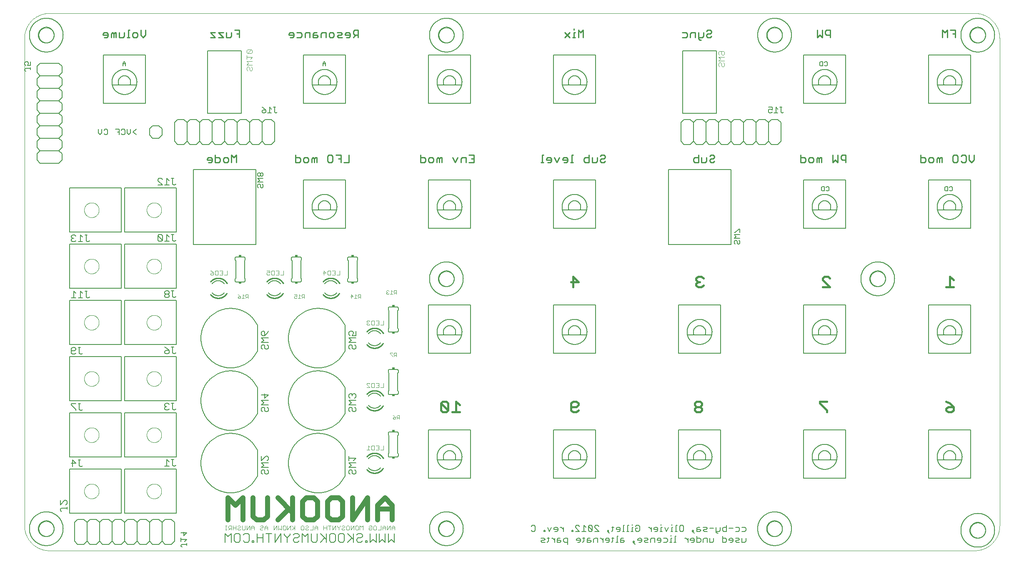
<source format=gbo>
G75*
%MOIN*%
%OFA0B0*%
%FSLAX25Y25*%
%IPPOS*%
%LPD*%
%AMOC8*
5,1,8,0,0,1.08239X$1,22.5*
%
%ADD10C,0.00001*%
%ADD11C,0.00000*%
%ADD12C,0.00600*%
%ADD13C,0.01100*%
%ADD14C,0.01500*%
%ADD15C,0.00800*%
%ADD16C,0.03900*%
%ADD17C,0.00400*%
%ADD18R,0.02000X0.01500*%
%ADD19C,0.00300*%
%ADD20C,0.01000*%
%ADD21C,0.00500*%
D10*
X0002667Y0411800D02*
X0002673Y0412291D01*
X0002691Y0412782D01*
X0002721Y0413272D01*
X0002763Y0413761D01*
X0002817Y0414249D01*
X0002884Y0414735D01*
X0002961Y0415220D01*
X0003051Y0415702D01*
X0003153Y0416182D01*
X0003266Y0416660D01*
X0003392Y0417135D01*
X0003528Y0417606D01*
X0003677Y0418074D01*
X0003836Y0418538D01*
X0004007Y0418998D01*
X0004189Y0419454D01*
X0004383Y0419905D01*
X0004587Y0420351D01*
X0004803Y0420792D01*
X0005029Y0421228D01*
X0005265Y0421658D01*
X0005512Y0422082D01*
X0005770Y0422500D01*
X0006038Y0422911D01*
X0006315Y0423316D01*
X0006603Y0423714D01*
X0006900Y0424105D01*
X0007207Y0424488D01*
X0007523Y0424863D01*
X0007848Y0425231D01*
X0008182Y0425591D01*
X0008525Y0425942D01*
X0008876Y0426285D01*
X0009236Y0426619D01*
X0009604Y0426944D01*
X0009979Y0427260D01*
X0010362Y0427567D01*
X0010753Y0427864D01*
X0011151Y0428152D01*
X0011556Y0428429D01*
X0011967Y0428697D01*
X0012385Y0428955D01*
X0012809Y0429202D01*
X0013239Y0429438D01*
X0013675Y0429664D01*
X0014116Y0429880D01*
X0014562Y0430084D01*
X0015013Y0430278D01*
X0015469Y0430460D01*
X0015929Y0430631D01*
X0016393Y0430790D01*
X0016861Y0430939D01*
X0017332Y0431075D01*
X0017807Y0431201D01*
X0018285Y0431314D01*
X0018765Y0431416D01*
X0019247Y0431506D01*
X0019732Y0431583D01*
X0020218Y0431650D01*
X0020706Y0431704D01*
X0021195Y0431746D01*
X0021685Y0431776D01*
X0022176Y0431794D01*
X0022667Y0431800D01*
D11*
X0022667Y0001800D02*
X0762667Y0001800D01*
X0759261Y0018050D02*
X0759263Y0018203D01*
X0759269Y0018357D01*
X0759279Y0018510D01*
X0759293Y0018662D01*
X0759311Y0018815D01*
X0759333Y0018966D01*
X0759358Y0019117D01*
X0759388Y0019268D01*
X0759422Y0019418D01*
X0759459Y0019566D01*
X0759500Y0019714D01*
X0759545Y0019860D01*
X0759594Y0020006D01*
X0759647Y0020150D01*
X0759703Y0020292D01*
X0759763Y0020433D01*
X0759827Y0020573D01*
X0759894Y0020711D01*
X0759965Y0020847D01*
X0760040Y0020981D01*
X0760117Y0021113D01*
X0760199Y0021243D01*
X0760283Y0021371D01*
X0760371Y0021497D01*
X0760462Y0021620D01*
X0760556Y0021741D01*
X0760654Y0021859D01*
X0760754Y0021975D01*
X0760858Y0022088D01*
X0760964Y0022199D01*
X0761073Y0022307D01*
X0761185Y0022412D01*
X0761299Y0022513D01*
X0761417Y0022612D01*
X0761536Y0022708D01*
X0761658Y0022801D01*
X0761783Y0022890D01*
X0761910Y0022977D01*
X0762039Y0023059D01*
X0762170Y0023139D01*
X0762303Y0023215D01*
X0762438Y0023288D01*
X0762575Y0023357D01*
X0762714Y0023422D01*
X0762854Y0023484D01*
X0762996Y0023542D01*
X0763139Y0023597D01*
X0763284Y0023648D01*
X0763430Y0023695D01*
X0763577Y0023738D01*
X0763725Y0023777D01*
X0763874Y0023813D01*
X0764024Y0023844D01*
X0764175Y0023872D01*
X0764326Y0023896D01*
X0764479Y0023916D01*
X0764631Y0023932D01*
X0764784Y0023944D01*
X0764937Y0023952D01*
X0765090Y0023956D01*
X0765244Y0023956D01*
X0765397Y0023952D01*
X0765550Y0023944D01*
X0765703Y0023932D01*
X0765855Y0023916D01*
X0766008Y0023896D01*
X0766159Y0023872D01*
X0766310Y0023844D01*
X0766460Y0023813D01*
X0766609Y0023777D01*
X0766757Y0023738D01*
X0766904Y0023695D01*
X0767050Y0023648D01*
X0767195Y0023597D01*
X0767338Y0023542D01*
X0767480Y0023484D01*
X0767620Y0023422D01*
X0767759Y0023357D01*
X0767896Y0023288D01*
X0768031Y0023215D01*
X0768164Y0023139D01*
X0768295Y0023059D01*
X0768424Y0022977D01*
X0768551Y0022890D01*
X0768676Y0022801D01*
X0768798Y0022708D01*
X0768917Y0022612D01*
X0769035Y0022513D01*
X0769149Y0022412D01*
X0769261Y0022307D01*
X0769370Y0022199D01*
X0769476Y0022088D01*
X0769580Y0021975D01*
X0769680Y0021859D01*
X0769778Y0021741D01*
X0769872Y0021620D01*
X0769963Y0021497D01*
X0770051Y0021371D01*
X0770135Y0021243D01*
X0770217Y0021113D01*
X0770294Y0020981D01*
X0770369Y0020847D01*
X0770440Y0020711D01*
X0770507Y0020573D01*
X0770571Y0020433D01*
X0770631Y0020292D01*
X0770687Y0020150D01*
X0770740Y0020006D01*
X0770789Y0019860D01*
X0770834Y0019714D01*
X0770875Y0019566D01*
X0770912Y0019418D01*
X0770946Y0019268D01*
X0770976Y0019117D01*
X0771001Y0018966D01*
X0771023Y0018815D01*
X0771041Y0018662D01*
X0771055Y0018510D01*
X0771065Y0018357D01*
X0771071Y0018203D01*
X0771073Y0018050D01*
X0771071Y0017897D01*
X0771065Y0017743D01*
X0771055Y0017590D01*
X0771041Y0017438D01*
X0771023Y0017285D01*
X0771001Y0017134D01*
X0770976Y0016983D01*
X0770946Y0016832D01*
X0770912Y0016682D01*
X0770875Y0016534D01*
X0770834Y0016386D01*
X0770789Y0016240D01*
X0770740Y0016094D01*
X0770687Y0015950D01*
X0770631Y0015808D01*
X0770571Y0015667D01*
X0770507Y0015527D01*
X0770440Y0015389D01*
X0770369Y0015253D01*
X0770294Y0015119D01*
X0770217Y0014987D01*
X0770135Y0014857D01*
X0770051Y0014729D01*
X0769963Y0014603D01*
X0769872Y0014480D01*
X0769778Y0014359D01*
X0769680Y0014241D01*
X0769580Y0014125D01*
X0769476Y0014012D01*
X0769370Y0013901D01*
X0769261Y0013793D01*
X0769149Y0013688D01*
X0769035Y0013587D01*
X0768917Y0013488D01*
X0768798Y0013392D01*
X0768676Y0013299D01*
X0768551Y0013210D01*
X0768424Y0013123D01*
X0768295Y0013041D01*
X0768164Y0012961D01*
X0768031Y0012885D01*
X0767896Y0012812D01*
X0767759Y0012743D01*
X0767620Y0012678D01*
X0767480Y0012616D01*
X0767338Y0012558D01*
X0767195Y0012503D01*
X0767050Y0012452D01*
X0766904Y0012405D01*
X0766757Y0012362D01*
X0766609Y0012323D01*
X0766460Y0012287D01*
X0766310Y0012256D01*
X0766159Y0012228D01*
X0766008Y0012204D01*
X0765855Y0012184D01*
X0765703Y0012168D01*
X0765550Y0012156D01*
X0765397Y0012148D01*
X0765244Y0012144D01*
X0765090Y0012144D01*
X0764937Y0012148D01*
X0764784Y0012156D01*
X0764631Y0012168D01*
X0764479Y0012184D01*
X0764326Y0012204D01*
X0764175Y0012228D01*
X0764024Y0012256D01*
X0763874Y0012287D01*
X0763725Y0012323D01*
X0763577Y0012362D01*
X0763430Y0012405D01*
X0763284Y0012452D01*
X0763139Y0012503D01*
X0762996Y0012558D01*
X0762854Y0012616D01*
X0762714Y0012678D01*
X0762575Y0012743D01*
X0762438Y0012812D01*
X0762303Y0012885D01*
X0762170Y0012961D01*
X0762039Y0013041D01*
X0761910Y0013123D01*
X0761783Y0013210D01*
X0761658Y0013299D01*
X0761536Y0013392D01*
X0761417Y0013488D01*
X0761299Y0013587D01*
X0761185Y0013688D01*
X0761073Y0013793D01*
X0760964Y0013901D01*
X0760858Y0014012D01*
X0760754Y0014125D01*
X0760654Y0014241D01*
X0760556Y0014359D01*
X0760462Y0014480D01*
X0760371Y0014603D01*
X0760283Y0014729D01*
X0760199Y0014857D01*
X0760117Y0014987D01*
X0760040Y0015119D01*
X0759965Y0015253D01*
X0759894Y0015389D01*
X0759827Y0015527D01*
X0759763Y0015667D01*
X0759703Y0015808D01*
X0759647Y0015950D01*
X0759594Y0016094D01*
X0759545Y0016240D01*
X0759500Y0016386D01*
X0759459Y0016534D01*
X0759422Y0016682D01*
X0759388Y0016832D01*
X0759358Y0016983D01*
X0759333Y0017134D01*
X0759311Y0017285D01*
X0759293Y0017438D01*
X0759279Y0017590D01*
X0759269Y0017743D01*
X0759263Y0017897D01*
X0759261Y0018050D01*
X0762667Y0001800D02*
X0763150Y0001806D01*
X0763633Y0001823D01*
X0764116Y0001853D01*
X0764597Y0001893D01*
X0765078Y0001946D01*
X0765557Y0002010D01*
X0766034Y0002085D01*
X0766510Y0002173D01*
X0766983Y0002271D01*
X0767453Y0002381D01*
X0767921Y0002502D01*
X0768386Y0002635D01*
X0768847Y0002779D01*
X0769305Y0002934D01*
X0769759Y0003100D01*
X0770209Y0003277D01*
X0770654Y0003464D01*
X0771095Y0003663D01*
X0771531Y0003871D01*
X0771961Y0004091D01*
X0772387Y0004321D01*
X0772806Y0004561D01*
X0773220Y0004811D01*
X0773627Y0005071D01*
X0774028Y0005340D01*
X0774423Y0005620D01*
X0774810Y0005908D01*
X0775191Y0006207D01*
X0775564Y0006514D01*
X0775929Y0006830D01*
X0776287Y0007155D01*
X0776637Y0007488D01*
X0776979Y0007830D01*
X0777312Y0008180D01*
X0777637Y0008538D01*
X0777953Y0008903D01*
X0778260Y0009276D01*
X0778559Y0009657D01*
X0778847Y0010044D01*
X0779127Y0010439D01*
X0779396Y0010840D01*
X0779656Y0011247D01*
X0779906Y0011661D01*
X0780146Y0012080D01*
X0780376Y0012506D01*
X0780596Y0012936D01*
X0780804Y0013372D01*
X0781003Y0013813D01*
X0781190Y0014258D01*
X0781367Y0014708D01*
X0781533Y0015162D01*
X0781688Y0015620D01*
X0781832Y0016081D01*
X0781965Y0016546D01*
X0782086Y0017014D01*
X0782196Y0017484D01*
X0782294Y0017957D01*
X0782382Y0018433D01*
X0782457Y0018910D01*
X0782521Y0019389D01*
X0782574Y0019870D01*
X0782614Y0020351D01*
X0782644Y0020834D01*
X0782661Y0021317D01*
X0782667Y0021800D01*
X0782667Y0411800D01*
X0759261Y0414300D02*
X0759263Y0414453D01*
X0759269Y0414607D01*
X0759279Y0414760D01*
X0759293Y0414912D01*
X0759311Y0415065D01*
X0759333Y0415216D01*
X0759358Y0415367D01*
X0759388Y0415518D01*
X0759422Y0415668D01*
X0759459Y0415816D01*
X0759500Y0415964D01*
X0759545Y0416110D01*
X0759594Y0416256D01*
X0759647Y0416400D01*
X0759703Y0416542D01*
X0759763Y0416683D01*
X0759827Y0416823D01*
X0759894Y0416961D01*
X0759965Y0417097D01*
X0760040Y0417231D01*
X0760117Y0417363D01*
X0760199Y0417493D01*
X0760283Y0417621D01*
X0760371Y0417747D01*
X0760462Y0417870D01*
X0760556Y0417991D01*
X0760654Y0418109D01*
X0760754Y0418225D01*
X0760858Y0418338D01*
X0760964Y0418449D01*
X0761073Y0418557D01*
X0761185Y0418662D01*
X0761299Y0418763D01*
X0761417Y0418862D01*
X0761536Y0418958D01*
X0761658Y0419051D01*
X0761783Y0419140D01*
X0761910Y0419227D01*
X0762039Y0419309D01*
X0762170Y0419389D01*
X0762303Y0419465D01*
X0762438Y0419538D01*
X0762575Y0419607D01*
X0762714Y0419672D01*
X0762854Y0419734D01*
X0762996Y0419792D01*
X0763139Y0419847D01*
X0763284Y0419898D01*
X0763430Y0419945D01*
X0763577Y0419988D01*
X0763725Y0420027D01*
X0763874Y0420063D01*
X0764024Y0420094D01*
X0764175Y0420122D01*
X0764326Y0420146D01*
X0764479Y0420166D01*
X0764631Y0420182D01*
X0764784Y0420194D01*
X0764937Y0420202D01*
X0765090Y0420206D01*
X0765244Y0420206D01*
X0765397Y0420202D01*
X0765550Y0420194D01*
X0765703Y0420182D01*
X0765855Y0420166D01*
X0766008Y0420146D01*
X0766159Y0420122D01*
X0766310Y0420094D01*
X0766460Y0420063D01*
X0766609Y0420027D01*
X0766757Y0419988D01*
X0766904Y0419945D01*
X0767050Y0419898D01*
X0767195Y0419847D01*
X0767338Y0419792D01*
X0767480Y0419734D01*
X0767620Y0419672D01*
X0767759Y0419607D01*
X0767896Y0419538D01*
X0768031Y0419465D01*
X0768164Y0419389D01*
X0768295Y0419309D01*
X0768424Y0419227D01*
X0768551Y0419140D01*
X0768676Y0419051D01*
X0768798Y0418958D01*
X0768917Y0418862D01*
X0769035Y0418763D01*
X0769149Y0418662D01*
X0769261Y0418557D01*
X0769370Y0418449D01*
X0769476Y0418338D01*
X0769580Y0418225D01*
X0769680Y0418109D01*
X0769778Y0417991D01*
X0769872Y0417870D01*
X0769963Y0417747D01*
X0770051Y0417621D01*
X0770135Y0417493D01*
X0770217Y0417363D01*
X0770294Y0417231D01*
X0770369Y0417097D01*
X0770440Y0416961D01*
X0770507Y0416823D01*
X0770571Y0416683D01*
X0770631Y0416542D01*
X0770687Y0416400D01*
X0770740Y0416256D01*
X0770789Y0416110D01*
X0770834Y0415964D01*
X0770875Y0415816D01*
X0770912Y0415668D01*
X0770946Y0415518D01*
X0770976Y0415367D01*
X0771001Y0415216D01*
X0771023Y0415065D01*
X0771041Y0414912D01*
X0771055Y0414760D01*
X0771065Y0414607D01*
X0771071Y0414453D01*
X0771073Y0414300D01*
X0771071Y0414147D01*
X0771065Y0413993D01*
X0771055Y0413840D01*
X0771041Y0413688D01*
X0771023Y0413535D01*
X0771001Y0413384D01*
X0770976Y0413233D01*
X0770946Y0413082D01*
X0770912Y0412932D01*
X0770875Y0412784D01*
X0770834Y0412636D01*
X0770789Y0412490D01*
X0770740Y0412344D01*
X0770687Y0412200D01*
X0770631Y0412058D01*
X0770571Y0411917D01*
X0770507Y0411777D01*
X0770440Y0411639D01*
X0770369Y0411503D01*
X0770294Y0411369D01*
X0770217Y0411237D01*
X0770135Y0411107D01*
X0770051Y0410979D01*
X0769963Y0410853D01*
X0769872Y0410730D01*
X0769778Y0410609D01*
X0769680Y0410491D01*
X0769580Y0410375D01*
X0769476Y0410262D01*
X0769370Y0410151D01*
X0769261Y0410043D01*
X0769149Y0409938D01*
X0769035Y0409837D01*
X0768917Y0409738D01*
X0768798Y0409642D01*
X0768676Y0409549D01*
X0768551Y0409460D01*
X0768424Y0409373D01*
X0768295Y0409291D01*
X0768164Y0409211D01*
X0768031Y0409135D01*
X0767896Y0409062D01*
X0767759Y0408993D01*
X0767620Y0408928D01*
X0767480Y0408866D01*
X0767338Y0408808D01*
X0767195Y0408753D01*
X0767050Y0408702D01*
X0766904Y0408655D01*
X0766757Y0408612D01*
X0766609Y0408573D01*
X0766460Y0408537D01*
X0766310Y0408506D01*
X0766159Y0408478D01*
X0766008Y0408454D01*
X0765855Y0408434D01*
X0765703Y0408418D01*
X0765550Y0408406D01*
X0765397Y0408398D01*
X0765244Y0408394D01*
X0765090Y0408394D01*
X0764937Y0408398D01*
X0764784Y0408406D01*
X0764631Y0408418D01*
X0764479Y0408434D01*
X0764326Y0408454D01*
X0764175Y0408478D01*
X0764024Y0408506D01*
X0763874Y0408537D01*
X0763725Y0408573D01*
X0763577Y0408612D01*
X0763430Y0408655D01*
X0763284Y0408702D01*
X0763139Y0408753D01*
X0762996Y0408808D01*
X0762854Y0408866D01*
X0762714Y0408928D01*
X0762575Y0408993D01*
X0762438Y0409062D01*
X0762303Y0409135D01*
X0762170Y0409211D01*
X0762039Y0409291D01*
X0761910Y0409373D01*
X0761783Y0409460D01*
X0761658Y0409549D01*
X0761536Y0409642D01*
X0761417Y0409738D01*
X0761299Y0409837D01*
X0761185Y0409938D01*
X0761073Y0410043D01*
X0760964Y0410151D01*
X0760858Y0410262D01*
X0760754Y0410375D01*
X0760654Y0410491D01*
X0760556Y0410609D01*
X0760462Y0410730D01*
X0760371Y0410853D01*
X0760283Y0410979D01*
X0760199Y0411107D01*
X0760117Y0411237D01*
X0760040Y0411369D01*
X0759965Y0411503D01*
X0759894Y0411639D01*
X0759827Y0411777D01*
X0759763Y0411917D01*
X0759703Y0412058D01*
X0759647Y0412200D01*
X0759594Y0412344D01*
X0759545Y0412490D01*
X0759500Y0412636D01*
X0759459Y0412784D01*
X0759422Y0412932D01*
X0759388Y0413082D01*
X0759358Y0413233D01*
X0759333Y0413384D01*
X0759311Y0413535D01*
X0759293Y0413688D01*
X0759279Y0413840D01*
X0759269Y0413993D01*
X0759263Y0414147D01*
X0759261Y0414300D01*
X0762667Y0431800D02*
X0763150Y0431794D01*
X0763633Y0431777D01*
X0764116Y0431747D01*
X0764597Y0431707D01*
X0765078Y0431654D01*
X0765557Y0431590D01*
X0766034Y0431515D01*
X0766510Y0431427D01*
X0766983Y0431329D01*
X0767453Y0431219D01*
X0767921Y0431098D01*
X0768386Y0430965D01*
X0768847Y0430821D01*
X0769305Y0430666D01*
X0769759Y0430500D01*
X0770209Y0430323D01*
X0770654Y0430136D01*
X0771095Y0429937D01*
X0771531Y0429729D01*
X0771961Y0429509D01*
X0772387Y0429279D01*
X0772806Y0429039D01*
X0773220Y0428789D01*
X0773627Y0428529D01*
X0774028Y0428260D01*
X0774423Y0427980D01*
X0774810Y0427692D01*
X0775191Y0427393D01*
X0775564Y0427086D01*
X0775929Y0426770D01*
X0776287Y0426445D01*
X0776637Y0426112D01*
X0776979Y0425770D01*
X0777312Y0425420D01*
X0777637Y0425062D01*
X0777953Y0424697D01*
X0778260Y0424324D01*
X0778559Y0423943D01*
X0778847Y0423556D01*
X0779127Y0423161D01*
X0779396Y0422760D01*
X0779656Y0422353D01*
X0779906Y0421939D01*
X0780146Y0421520D01*
X0780376Y0421094D01*
X0780596Y0420664D01*
X0780804Y0420228D01*
X0781003Y0419787D01*
X0781190Y0419342D01*
X0781367Y0418892D01*
X0781533Y0418438D01*
X0781688Y0417980D01*
X0781832Y0417519D01*
X0781965Y0417054D01*
X0782086Y0416586D01*
X0782196Y0416116D01*
X0782294Y0415643D01*
X0782382Y0415167D01*
X0782457Y0414690D01*
X0782521Y0414211D01*
X0782574Y0413730D01*
X0782614Y0413249D01*
X0782644Y0412766D01*
X0782661Y0412283D01*
X0782667Y0411800D01*
X0762667Y0431800D02*
X0022667Y0431800D01*
X0014261Y0414300D02*
X0014263Y0414453D01*
X0014269Y0414607D01*
X0014279Y0414760D01*
X0014293Y0414912D01*
X0014311Y0415065D01*
X0014333Y0415216D01*
X0014358Y0415367D01*
X0014388Y0415518D01*
X0014422Y0415668D01*
X0014459Y0415816D01*
X0014500Y0415964D01*
X0014545Y0416110D01*
X0014594Y0416256D01*
X0014647Y0416400D01*
X0014703Y0416542D01*
X0014763Y0416683D01*
X0014827Y0416823D01*
X0014894Y0416961D01*
X0014965Y0417097D01*
X0015040Y0417231D01*
X0015117Y0417363D01*
X0015199Y0417493D01*
X0015283Y0417621D01*
X0015371Y0417747D01*
X0015462Y0417870D01*
X0015556Y0417991D01*
X0015654Y0418109D01*
X0015754Y0418225D01*
X0015858Y0418338D01*
X0015964Y0418449D01*
X0016073Y0418557D01*
X0016185Y0418662D01*
X0016299Y0418763D01*
X0016417Y0418862D01*
X0016536Y0418958D01*
X0016658Y0419051D01*
X0016783Y0419140D01*
X0016910Y0419227D01*
X0017039Y0419309D01*
X0017170Y0419389D01*
X0017303Y0419465D01*
X0017438Y0419538D01*
X0017575Y0419607D01*
X0017714Y0419672D01*
X0017854Y0419734D01*
X0017996Y0419792D01*
X0018139Y0419847D01*
X0018284Y0419898D01*
X0018430Y0419945D01*
X0018577Y0419988D01*
X0018725Y0420027D01*
X0018874Y0420063D01*
X0019024Y0420094D01*
X0019175Y0420122D01*
X0019326Y0420146D01*
X0019479Y0420166D01*
X0019631Y0420182D01*
X0019784Y0420194D01*
X0019937Y0420202D01*
X0020090Y0420206D01*
X0020244Y0420206D01*
X0020397Y0420202D01*
X0020550Y0420194D01*
X0020703Y0420182D01*
X0020855Y0420166D01*
X0021008Y0420146D01*
X0021159Y0420122D01*
X0021310Y0420094D01*
X0021460Y0420063D01*
X0021609Y0420027D01*
X0021757Y0419988D01*
X0021904Y0419945D01*
X0022050Y0419898D01*
X0022195Y0419847D01*
X0022338Y0419792D01*
X0022480Y0419734D01*
X0022620Y0419672D01*
X0022759Y0419607D01*
X0022896Y0419538D01*
X0023031Y0419465D01*
X0023164Y0419389D01*
X0023295Y0419309D01*
X0023424Y0419227D01*
X0023551Y0419140D01*
X0023676Y0419051D01*
X0023798Y0418958D01*
X0023917Y0418862D01*
X0024035Y0418763D01*
X0024149Y0418662D01*
X0024261Y0418557D01*
X0024370Y0418449D01*
X0024476Y0418338D01*
X0024580Y0418225D01*
X0024680Y0418109D01*
X0024778Y0417991D01*
X0024872Y0417870D01*
X0024963Y0417747D01*
X0025051Y0417621D01*
X0025135Y0417493D01*
X0025217Y0417363D01*
X0025294Y0417231D01*
X0025369Y0417097D01*
X0025440Y0416961D01*
X0025507Y0416823D01*
X0025571Y0416683D01*
X0025631Y0416542D01*
X0025687Y0416400D01*
X0025740Y0416256D01*
X0025789Y0416110D01*
X0025834Y0415964D01*
X0025875Y0415816D01*
X0025912Y0415668D01*
X0025946Y0415518D01*
X0025976Y0415367D01*
X0026001Y0415216D01*
X0026023Y0415065D01*
X0026041Y0414912D01*
X0026055Y0414760D01*
X0026065Y0414607D01*
X0026071Y0414453D01*
X0026073Y0414300D01*
X0026071Y0414147D01*
X0026065Y0413993D01*
X0026055Y0413840D01*
X0026041Y0413688D01*
X0026023Y0413535D01*
X0026001Y0413384D01*
X0025976Y0413233D01*
X0025946Y0413082D01*
X0025912Y0412932D01*
X0025875Y0412784D01*
X0025834Y0412636D01*
X0025789Y0412490D01*
X0025740Y0412344D01*
X0025687Y0412200D01*
X0025631Y0412058D01*
X0025571Y0411917D01*
X0025507Y0411777D01*
X0025440Y0411639D01*
X0025369Y0411503D01*
X0025294Y0411369D01*
X0025217Y0411237D01*
X0025135Y0411107D01*
X0025051Y0410979D01*
X0024963Y0410853D01*
X0024872Y0410730D01*
X0024778Y0410609D01*
X0024680Y0410491D01*
X0024580Y0410375D01*
X0024476Y0410262D01*
X0024370Y0410151D01*
X0024261Y0410043D01*
X0024149Y0409938D01*
X0024035Y0409837D01*
X0023917Y0409738D01*
X0023798Y0409642D01*
X0023676Y0409549D01*
X0023551Y0409460D01*
X0023424Y0409373D01*
X0023295Y0409291D01*
X0023164Y0409211D01*
X0023031Y0409135D01*
X0022896Y0409062D01*
X0022759Y0408993D01*
X0022620Y0408928D01*
X0022480Y0408866D01*
X0022338Y0408808D01*
X0022195Y0408753D01*
X0022050Y0408702D01*
X0021904Y0408655D01*
X0021757Y0408612D01*
X0021609Y0408573D01*
X0021460Y0408537D01*
X0021310Y0408506D01*
X0021159Y0408478D01*
X0021008Y0408454D01*
X0020855Y0408434D01*
X0020703Y0408418D01*
X0020550Y0408406D01*
X0020397Y0408398D01*
X0020244Y0408394D01*
X0020090Y0408394D01*
X0019937Y0408398D01*
X0019784Y0408406D01*
X0019631Y0408418D01*
X0019479Y0408434D01*
X0019326Y0408454D01*
X0019175Y0408478D01*
X0019024Y0408506D01*
X0018874Y0408537D01*
X0018725Y0408573D01*
X0018577Y0408612D01*
X0018430Y0408655D01*
X0018284Y0408702D01*
X0018139Y0408753D01*
X0017996Y0408808D01*
X0017854Y0408866D01*
X0017714Y0408928D01*
X0017575Y0408993D01*
X0017438Y0409062D01*
X0017303Y0409135D01*
X0017170Y0409211D01*
X0017039Y0409291D01*
X0016910Y0409373D01*
X0016783Y0409460D01*
X0016658Y0409549D01*
X0016536Y0409642D01*
X0016417Y0409738D01*
X0016299Y0409837D01*
X0016185Y0409938D01*
X0016073Y0410043D01*
X0015964Y0410151D01*
X0015858Y0410262D01*
X0015754Y0410375D01*
X0015654Y0410491D01*
X0015556Y0410609D01*
X0015462Y0410730D01*
X0015371Y0410853D01*
X0015283Y0410979D01*
X0015199Y0411107D01*
X0015117Y0411237D01*
X0015040Y0411369D01*
X0014965Y0411503D01*
X0014894Y0411639D01*
X0014827Y0411777D01*
X0014763Y0411917D01*
X0014703Y0412058D01*
X0014647Y0412200D01*
X0014594Y0412344D01*
X0014545Y0412490D01*
X0014500Y0412636D01*
X0014459Y0412784D01*
X0014422Y0412932D01*
X0014388Y0413082D01*
X0014358Y0413233D01*
X0014333Y0413384D01*
X0014311Y0413535D01*
X0014293Y0413688D01*
X0014279Y0413840D01*
X0014269Y0413993D01*
X0014263Y0414147D01*
X0014261Y0414300D01*
X0002667Y0411800D02*
X0002667Y0021800D01*
X0014261Y0019300D02*
X0014263Y0019453D01*
X0014269Y0019607D01*
X0014279Y0019760D01*
X0014293Y0019912D01*
X0014311Y0020065D01*
X0014333Y0020216D01*
X0014358Y0020367D01*
X0014388Y0020518D01*
X0014422Y0020668D01*
X0014459Y0020816D01*
X0014500Y0020964D01*
X0014545Y0021110D01*
X0014594Y0021256D01*
X0014647Y0021400D01*
X0014703Y0021542D01*
X0014763Y0021683D01*
X0014827Y0021823D01*
X0014894Y0021961D01*
X0014965Y0022097D01*
X0015040Y0022231D01*
X0015117Y0022363D01*
X0015199Y0022493D01*
X0015283Y0022621D01*
X0015371Y0022747D01*
X0015462Y0022870D01*
X0015556Y0022991D01*
X0015654Y0023109D01*
X0015754Y0023225D01*
X0015858Y0023338D01*
X0015964Y0023449D01*
X0016073Y0023557D01*
X0016185Y0023662D01*
X0016299Y0023763D01*
X0016417Y0023862D01*
X0016536Y0023958D01*
X0016658Y0024051D01*
X0016783Y0024140D01*
X0016910Y0024227D01*
X0017039Y0024309D01*
X0017170Y0024389D01*
X0017303Y0024465D01*
X0017438Y0024538D01*
X0017575Y0024607D01*
X0017714Y0024672D01*
X0017854Y0024734D01*
X0017996Y0024792D01*
X0018139Y0024847D01*
X0018284Y0024898D01*
X0018430Y0024945D01*
X0018577Y0024988D01*
X0018725Y0025027D01*
X0018874Y0025063D01*
X0019024Y0025094D01*
X0019175Y0025122D01*
X0019326Y0025146D01*
X0019479Y0025166D01*
X0019631Y0025182D01*
X0019784Y0025194D01*
X0019937Y0025202D01*
X0020090Y0025206D01*
X0020244Y0025206D01*
X0020397Y0025202D01*
X0020550Y0025194D01*
X0020703Y0025182D01*
X0020855Y0025166D01*
X0021008Y0025146D01*
X0021159Y0025122D01*
X0021310Y0025094D01*
X0021460Y0025063D01*
X0021609Y0025027D01*
X0021757Y0024988D01*
X0021904Y0024945D01*
X0022050Y0024898D01*
X0022195Y0024847D01*
X0022338Y0024792D01*
X0022480Y0024734D01*
X0022620Y0024672D01*
X0022759Y0024607D01*
X0022896Y0024538D01*
X0023031Y0024465D01*
X0023164Y0024389D01*
X0023295Y0024309D01*
X0023424Y0024227D01*
X0023551Y0024140D01*
X0023676Y0024051D01*
X0023798Y0023958D01*
X0023917Y0023862D01*
X0024035Y0023763D01*
X0024149Y0023662D01*
X0024261Y0023557D01*
X0024370Y0023449D01*
X0024476Y0023338D01*
X0024580Y0023225D01*
X0024680Y0023109D01*
X0024778Y0022991D01*
X0024872Y0022870D01*
X0024963Y0022747D01*
X0025051Y0022621D01*
X0025135Y0022493D01*
X0025217Y0022363D01*
X0025294Y0022231D01*
X0025369Y0022097D01*
X0025440Y0021961D01*
X0025507Y0021823D01*
X0025571Y0021683D01*
X0025631Y0021542D01*
X0025687Y0021400D01*
X0025740Y0021256D01*
X0025789Y0021110D01*
X0025834Y0020964D01*
X0025875Y0020816D01*
X0025912Y0020668D01*
X0025946Y0020518D01*
X0025976Y0020367D01*
X0026001Y0020216D01*
X0026023Y0020065D01*
X0026041Y0019912D01*
X0026055Y0019760D01*
X0026065Y0019607D01*
X0026071Y0019453D01*
X0026073Y0019300D01*
X0026071Y0019147D01*
X0026065Y0018993D01*
X0026055Y0018840D01*
X0026041Y0018688D01*
X0026023Y0018535D01*
X0026001Y0018384D01*
X0025976Y0018233D01*
X0025946Y0018082D01*
X0025912Y0017932D01*
X0025875Y0017784D01*
X0025834Y0017636D01*
X0025789Y0017490D01*
X0025740Y0017344D01*
X0025687Y0017200D01*
X0025631Y0017058D01*
X0025571Y0016917D01*
X0025507Y0016777D01*
X0025440Y0016639D01*
X0025369Y0016503D01*
X0025294Y0016369D01*
X0025217Y0016237D01*
X0025135Y0016107D01*
X0025051Y0015979D01*
X0024963Y0015853D01*
X0024872Y0015730D01*
X0024778Y0015609D01*
X0024680Y0015491D01*
X0024580Y0015375D01*
X0024476Y0015262D01*
X0024370Y0015151D01*
X0024261Y0015043D01*
X0024149Y0014938D01*
X0024035Y0014837D01*
X0023917Y0014738D01*
X0023798Y0014642D01*
X0023676Y0014549D01*
X0023551Y0014460D01*
X0023424Y0014373D01*
X0023295Y0014291D01*
X0023164Y0014211D01*
X0023031Y0014135D01*
X0022896Y0014062D01*
X0022759Y0013993D01*
X0022620Y0013928D01*
X0022480Y0013866D01*
X0022338Y0013808D01*
X0022195Y0013753D01*
X0022050Y0013702D01*
X0021904Y0013655D01*
X0021757Y0013612D01*
X0021609Y0013573D01*
X0021460Y0013537D01*
X0021310Y0013506D01*
X0021159Y0013478D01*
X0021008Y0013454D01*
X0020855Y0013434D01*
X0020703Y0013418D01*
X0020550Y0013406D01*
X0020397Y0013398D01*
X0020244Y0013394D01*
X0020090Y0013394D01*
X0019937Y0013398D01*
X0019784Y0013406D01*
X0019631Y0013418D01*
X0019479Y0013434D01*
X0019326Y0013454D01*
X0019175Y0013478D01*
X0019024Y0013506D01*
X0018874Y0013537D01*
X0018725Y0013573D01*
X0018577Y0013612D01*
X0018430Y0013655D01*
X0018284Y0013702D01*
X0018139Y0013753D01*
X0017996Y0013808D01*
X0017854Y0013866D01*
X0017714Y0013928D01*
X0017575Y0013993D01*
X0017438Y0014062D01*
X0017303Y0014135D01*
X0017170Y0014211D01*
X0017039Y0014291D01*
X0016910Y0014373D01*
X0016783Y0014460D01*
X0016658Y0014549D01*
X0016536Y0014642D01*
X0016417Y0014738D01*
X0016299Y0014837D01*
X0016185Y0014938D01*
X0016073Y0015043D01*
X0015964Y0015151D01*
X0015858Y0015262D01*
X0015754Y0015375D01*
X0015654Y0015491D01*
X0015556Y0015609D01*
X0015462Y0015730D01*
X0015371Y0015853D01*
X0015283Y0015979D01*
X0015199Y0016107D01*
X0015117Y0016237D01*
X0015040Y0016369D01*
X0014965Y0016503D01*
X0014894Y0016639D01*
X0014827Y0016777D01*
X0014763Y0016917D01*
X0014703Y0017058D01*
X0014647Y0017200D01*
X0014594Y0017344D01*
X0014545Y0017490D01*
X0014500Y0017636D01*
X0014459Y0017784D01*
X0014422Y0017932D01*
X0014388Y0018082D01*
X0014358Y0018233D01*
X0014333Y0018384D01*
X0014311Y0018535D01*
X0014293Y0018688D01*
X0014279Y0018840D01*
X0014269Y0018993D01*
X0014263Y0019147D01*
X0014261Y0019300D01*
X0002667Y0021800D02*
X0002673Y0021317D01*
X0002690Y0020834D01*
X0002720Y0020351D01*
X0002760Y0019870D01*
X0002813Y0019389D01*
X0002877Y0018910D01*
X0002952Y0018433D01*
X0003040Y0017957D01*
X0003138Y0017484D01*
X0003248Y0017014D01*
X0003369Y0016546D01*
X0003502Y0016081D01*
X0003646Y0015620D01*
X0003801Y0015162D01*
X0003967Y0014708D01*
X0004144Y0014258D01*
X0004331Y0013813D01*
X0004530Y0013372D01*
X0004738Y0012936D01*
X0004958Y0012506D01*
X0005188Y0012080D01*
X0005428Y0011661D01*
X0005678Y0011247D01*
X0005938Y0010840D01*
X0006207Y0010439D01*
X0006487Y0010044D01*
X0006775Y0009657D01*
X0007074Y0009276D01*
X0007381Y0008903D01*
X0007697Y0008538D01*
X0008022Y0008180D01*
X0008355Y0007830D01*
X0008697Y0007488D01*
X0009047Y0007155D01*
X0009405Y0006830D01*
X0009770Y0006514D01*
X0010143Y0006207D01*
X0010524Y0005908D01*
X0010911Y0005620D01*
X0011306Y0005340D01*
X0011707Y0005071D01*
X0012114Y0004811D01*
X0012528Y0004561D01*
X0012947Y0004321D01*
X0013373Y0004091D01*
X0013803Y0003871D01*
X0014239Y0003663D01*
X0014680Y0003464D01*
X0015125Y0003277D01*
X0015575Y0003100D01*
X0016029Y0002934D01*
X0016487Y0002779D01*
X0016948Y0002635D01*
X0017413Y0002502D01*
X0017881Y0002381D01*
X0018351Y0002271D01*
X0018824Y0002173D01*
X0019300Y0002085D01*
X0019777Y0002010D01*
X0020256Y0001946D01*
X0020737Y0001893D01*
X0021218Y0001853D01*
X0021701Y0001823D01*
X0022184Y0001806D01*
X0022667Y0001800D01*
X0050511Y0049300D02*
X0050513Y0049453D01*
X0050519Y0049607D01*
X0050529Y0049760D01*
X0050543Y0049912D01*
X0050561Y0050065D01*
X0050583Y0050216D01*
X0050608Y0050367D01*
X0050638Y0050518D01*
X0050672Y0050668D01*
X0050709Y0050816D01*
X0050750Y0050964D01*
X0050795Y0051110D01*
X0050844Y0051256D01*
X0050897Y0051400D01*
X0050953Y0051542D01*
X0051013Y0051683D01*
X0051077Y0051823D01*
X0051144Y0051961D01*
X0051215Y0052097D01*
X0051290Y0052231D01*
X0051367Y0052363D01*
X0051449Y0052493D01*
X0051533Y0052621D01*
X0051621Y0052747D01*
X0051712Y0052870D01*
X0051806Y0052991D01*
X0051904Y0053109D01*
X0052004Y0053225D01*
X0052108Y0053338D01*
X0052214Y0053449D01*
X0052323Y0053557D01*
X0052435Y0053662D01*
X0052549Y0053763D01*
X0052667Y0053862D01*
X0052786Y0053958D01*
X0052908Y0054051D01*
X0053033Y0054140D01*
X0053160Y0054227D01*
X0053289Y0054309D01*
X0053420Y0054389D01*
X0053553Y0054465D01*
X0053688Y0054538D01*
X0053825Y0054607D01*
X0053964Y0054672D01*
X0054104Y0054734D01*
X0054246Y0054792D01*
X0054389Y0054847D01*
X0054534Y0054898D01*
X0054680Y0054945D01*
X0054827Y0054988D01*
X0054975Y0055027D01*
X0055124Y0055063D01*
X0055274Y0055094D01*
X0055425Y0055122D01*
X0055576Y0055146D01*
X0055729Y0055166D01*
X0055881Y0055182D01*
X0056034Y0055194D01*
X0056187Y0055202D01*
X0056340Y0055206D01*
X0056494Y0055206D01*
X0056647Y0055202D01*
X0056800Y0055194D01*
X0056953Y0055182D01*
X0057105Y0055166D01*
X0057258Y0055146D01*
X0057409Y0055122D01*
X0057560Y0055094D01*
X0057710Y0055063D01*
X0057859Y0055027D01*
X0058007Y0054988D01*
X0058154Y0054945D01*
X0058300Y0054898D01*
X0058445Y0054847D01*
X0058588Y0054792D01*
X0058730Y0054734D01*
X0058870Y0054672D01*
X0059009Y0054607D01*
X0059146Y0054538D01*
X0059281Y0054465D01*
X0059414Y0054389D01*
X0059545Y0054309D01*
X0059674Y0054227D01*
X0059801Y0054140D01*
X0059926Y0054051D01*
X0060048Y0053958D01*
X0060167Y0053862D01*
X0060285Y0053763D01*
X0060399Y0053662D01*
X0060511Y0053557D01*
X0060620Y0053449D01*
X0060726Y0053338D01*
X0060830Y0053225D01*
X0060930Y0053109D01*
X0061028Y0052991D01*
X0061122Y0052870D01*
X0061213Y0052747D01*
X0061301Y0052621D01*
X0061385Y0052493D01*
X0061467Y0052363D01*
X0061544Y0052231D01*
X0061619Y0052097D01*
X0061690Y0051961D01*
X0061757Y0051823D01*
X0061821Y0051683D01*
X0061881Y0051542D01*
X0061937Y0051400D01*
X0061990Y0051256D01*
X0062039Y0051110D01*
X0062084Y0050964D01*
X0062125Y0050816D01*
X0062162Y0050668D01*
X0062196Y0050518D01*
X0062226Y0050367D01*
X0062251Y0050216D01*
X0062273Y0050065D01*
X0062291Y0049912D01*
X0062305Y0049760D01*
X0062315Y0049607D01*
X0062321Y0049453D01*
X0062323Y0049300D01*
X0062321Y0049147D01*
X0062315Y0048993D01*
X0062305Y0048840D01*
X0062291Y0048688D01*
X0062273Y0048535D01*
X0062251Y0048384D01*
X0062226Y0048233D01*
X0062196Y0048082D01*
X0062162Y0047932D01*
X0062125Y0047784D01*
X0062084Y0047636D01*
X0062039Y0047490D01*
X0061990Y0047344D01*
X0061937Y0047200D01*
X0061881Y0047058D01*
X0061821Y0046917D01*
X0061757Y0046777D01*
X0061690Y0046639D01*
X0061619Y0046503D01*
X0061544Y0046369D01*
X0061467Y0046237D01*
X0061385Y0046107D01*
X0061301Y0045979D01*
X0061213Y0045853D01*
X0061122Y0045730D01*
X0061028Y0045609D01*
X0060930Y0045491D01*
X0060830Y0045375D01*
X0060726Y0045262D01*
X0060620Y0045151D01*
X0060511Y0045043D01*
X0060399Y0044938D01*
X0060285Y0044837D01*
X0060167Y0044738D01*
X0060048Y0044642D01*
X0059926Y0044549D01*
X0059801Y0044460D01*
X0059674Y0044373D01*
X0059545Y0044291D01*
X0059414Y0044211D01*
X0059281Y0044135D01*
X0059146Y0044062D01*
X0059009Y0043993D01*
X0058870Y0043928D01*
X0058730Y0043866D01*
X0058588Y0043808D01*
X0058445Y0043753D01*
X0058300Y0043702D01*
X0058154Y0043655D01*
X0058007Y0043612D01*
X0057859Y0043573D01*
X0057710Y0043537D01*
X0057560Y0043506D01*
X0057409Y0043478D01*
X0057258Y0043454D01*
X0057105Y0043434D01*
X0056953Y0043418D01*
X0056800Y0043406D01*
X0056647Y0043398D01*
X0056494Y0043394D01*
X0056340Y0043394D01*
X0056187Y0043398D01*
X0056034Y0043406D01*
X0055881Y0043418D01*
X0055729Y0043434D01*
X0055576Y0043454D01*
X0055425Y0043478D01*
X0055274Y0043506D01*
X0055124Y0043537D01*
X0054975Y0043573D01*
X0054827Y0043612D01*
X0054680Y0043655D01*
X0054534Y0043702D01*
X0054389Y0043753D01*
X0054246Y0043808D01*
X0054104Y0043866D01*
X0053964Y0043928D01*
X0053825Y0043993D01*
X0053688Y0044062D01*
X0053553Y0044135D01*
X0053420Y0044211D01*
X0053289Y0044291D01*
X0053160Y0044373D01*
X0053033Y0044460D01*
X0052908Y0044549D01*
X0052786Y0044642D01*
X0052667Y0044738D01*
X0052549Y0044837D01*
X0052435Y0044938D01*
X0052323Y0045043D01*
X0052214Y0045151D01*
X0052108Y0045262D01*
X0052004Y0045375D01*
X0051904Y0045491D01*
X0051806Y0045609D01*
X0051712Y0045730D01*
X0051621Y0045853D01*
X0051533Y0045979D01*
X0051449Y0046107D01*
X0051367Y0046237D01*
X0051290Y0046369D01*
X0051215Y0046503D01*
X0051144Y0046639D01*
X0051077Y0046777D01*
X0051013Y0046917D01*
X0050953Y0047058D01*
X0050897Y0047200D01*
X0050844Y0047344D01*
X0050795Y0047490D01*
X0050750Y0047636D01*
X0050709Y0047784D01*
X0050672Y0047932D01*
X0050638Y0048082D01*
X0050608Y0048233D01*
X0050583Y0048384D01*
X0050561Y0048535D01*
X0050543Y0048688D01*
X0050529Y0048840D01*
X0050519Y0048993D01*
X0050513Y0049147D01*
X0050511Y0049300D01*
X0100511Y0049300D02*
X0100513Y0049453D01*
X0100519Y0049607D01*
X0100529Y0049760D01*
X0100543Y0049912D01*
X0100561Y0050065D01*
X0100583Y0050216D01*
X0100608Y0050367D01*
X0100638Y0050518D01*
X0100672Y0050668D01*
X0100709Y0050816D01*
X0100750Y0050964D01*
X0100795Y0051110D01*
X0100844Y0051256D01*
X0100897Y0051400D01*
X0100953Y0051542D01*
X0101013Y0051683D01*
X0101077Y0051823D01*
X0101144Y0051961D01*
X0101215Y0052097D01*
X0101290Y0052231D01*
X0101367Y0052363D01*
X0101449Y0052493D01*
X0101533Y0052621D01*
X0101621Y0052747D01*
X0101712Y0052870D01*
X0101806Y0052991D01*
X0101904Y0053109D01*
X0102004Y0053225D01*
X0102108Y0053338D01*
X0102214Y0053449D01*
X0102323Y0053557D01*
X0102435Y0053662D01*
X0102549Y0053763D01*
X0102667Y0053862D01*
X0102786Y0053958D01*
X0102908Y0054051D01*
X0103033Y0054140D01*
X0103160Y0054227D01*
X0103289Y0054309D01*
X0103420Y0054389D01*
X0103553Y0054465D01*
X0103688Y0054538D01*
X0103825Y0054607D01*
X0103964Y0054672D01*
X0104104Y0054734D01*
X0104246Y0054792D01*
X0104389Y0054847D01*
X0104534Y0054898D01*
X0104680Y0054945D01*
X0104827Y0054988D01*
X0104975Y0055027D01*
X0105124Y0055063D01*
X0105274Y0055094D01*
X0105425Y0055122D01*
X0105576Y0055146D01*
X0105729Y0055166D01*
X0105881Y0055182D01*
X0106034Y0055194D01*
X0106187Y0055202D01*
X0106340Y0055206D01*
X0106494Y0055206D01*
X0106647Y0055202D01*
X0106800Y0055194D01*
X0106953Y0055182D01*
X0107105Y0055166D01*
X0107258Y0055146D01*
X0107409Y0055122D01*
X0107560Y0055094D01*
X0107710Y0055063D01*
X0107859Y0055027D01*
X0108007Y0054988D01*
X0108154Y0054945D01*
X0108300Y0054898D01*
X0108445Y0054847D01*
X0108588Y0054792D01*
X0108730Y0054734D01*
X0108870Y0054672D01*
X0109009Y0054607D01*
X0109146Y0054538D01*
X0109281Y0054465D01*
X0109414Y0054389D01*
X0109545Y0054309D01*
X0109674Y0054227D01*
X0109801Y0054140D01*
X0109926Y0054051D01*
X0110048Y0053958D01*
X0110167Y0053862D01*
X0110285Y0053763D01*
X0110399Y0053662D01*
X0110511Y0053557D01*
X0110620Y0053449D01*
X0110726Y0053338D01*
X0110830Y0053225D01*
X0110930Y0053109D01*
X0111028Y0052991D01*
X0111122Y0052870D01*
X0111213Y0052747D01*
X0111301Y0052621D01*
X0111385Y0052493D01*
X0111467Y0052363D01*
X0111544Y0052231D01*
X0111619Y0052097D01*
X0111690Y0051961D01*
X0111757Y0051823D01*
X0111821Y0051683D01*
X0111881Y0051542D01*
X0111937Y0051400D01*
X0111990Y0051256D01*
X0112039Y0051110D01*
X0112084Y0050964D01*
X0112125Y0050816D01*
X0112162Y0050668D01*
X0112196Y0050518D01*
X0112226Y0050367D01*
X0112251Y0050216D01*
X0112273Y0050065D01*
X0112291Y0049912D01*
X0112305Y0049760D01*
X0112315Y0049607D01*
X0112321Y0049453D01*
X0112323Y0049300D01*
X0112321Y0049147D01*
X0112315Y0048993D01*
X0112305Y0048840D01*
X0112291Y0048688D01*
X0112273Y0048535D01*
X0112251Y0048384D01*
X0112226Y0048233D01*
X0112196Y0048082D01*
X0112162Y0047932D01*
X0112125Y0047784D01*
X0112084Y0047636D01*
X0112039Y0047490D01*
X0111990Y0047344D01*
X0111937Y0047200D01*
X0111881Y0047058D01*
X0111821Y0046917D01*
X0111757Y0046777D01*
X0111690Y0046639D01*
X0111619Y0046503D01*
X0111544Y0046369D01*
X0111467Y0046237D01*
X0111385Y0046107D01*
X0111301Y0045979D01*
X0111213Y0045853D01*
X0111122Y0045730D01*
X0111028Y0045609D01*
X0110930Y0045491D01*
X0110830Y0045375D01*
X0110726Y0045262D01*
X0110620Y0045151D01*
X0110511Y0045043D01*
X0110399Y0044938D01*
X0110285Y0044837D01*
X0110167Y0044738D01*
X0110048Y0044642D01*
X0109926Y0044549D01*
X0109801Y0044460D01*
X0109674Y0044373D01*
X0109545Y0044291D01*
X0109414Y0044211D01*
X0109281Y0044135D01*
X0109146Y0044062D01*
X0109009Y0043993D01*
X0108870Y0043928D01*
X0108730Y0043866D01*
X0108588Y0043808D01*
X0108445Y0043753D01*
X0108300Y0043702D01*
X0108154Y0043655D01*
X0108007Y0043612D01*
X0107859Y0043573D01*
X0107710Y0043537D01*
X0107560Y0043506D01*
X0107409Y0043478D01*
X0107258Y0043454D01*
X0107105Y0043434D01*
X0106953Y0043418D01*
X0106800Y0043406D01*
X0106647Y0043398D01*
X0106494Y0043394D01*
X0106340Y0043394D01*
X0106187Y0043398D01*
X0106034Y0043406D01*
X0105881Y0043418D01*
X0105729Y0043434D01*
X0105576Y0043454D01*
X0105425Y0043478D01*
X0105274Y0043506D01*
X0105124Y0043537D01*
X0104975Y0043573D01*
X0104827Y0043612D01*
X0104680Y0043655D01*
X0104534Y0043702D01*
X0104389Y0043753D01*
X0104246Y0043808D01*
X0104104Y0043866D01*
X0103964Y0043928D01*
X0103825Y0043993D01*
X0103688Y0044062D01*
X0103553Y0044135D01*
X0103420Y0044211D01*
X0103289Y0044291D01*
X0103160Y0044373D01*
X0103033Y0044460D01*
X0102908Y0044549D01*
X0102786Y0044642D01*
X0102667Y0044738D01*
X0102549Y0044837D01*
X0102435Y0044938D01*
X0102323Y0045043D01*
X0102214Y0045151D01*
X0102108Y0045262D01*
X0102004Y0045375D01*
X0101904Y0045491D01*
X0101806Y0045609D01*
X0101712Y0045730D01*
X0101621Y0045853D01*
X0101533Y0045979D01*
X0101449Y0046107D01*
X0101367Y0046237D01*
X0101290Y0046369D01*
X0101215Y0046503D01*
X0101144Y0046639D01*
X0101077Y0046777D01*
X0101013Y0046917D01*
X0100953Y0047058D01*
X0100897Y0047200D01*
X0100844Y0047344D01*
X0100795Y0047490D01*
X0100750Y0047636D01*
X0100709Y0047784D01*
X0100672Y0047932D01*
X0100638Y0048082D01*
X0100608Y0048233D01*
X0100583Y0048384D01*
X0100561Y0048535D01*
X0100543Y0048688D01*
X0100529Y0048840D01*
X0100519Y0048993D01*
X0100513Y0049147D01*
X0100511Y0049300D01*
X0100511Y0094300D02*
X0100513Y0094453D01*
X0100519Y0094607D01*
X0100529Y0094760D01*
X0100543Y0094912D01*
X0100561Y0095065D01*
X0100583Y0095216D01*
X0100608Y0095367D01*
X0100638Y0095518D01*
X0100672Y0095668D01*
X0100709Y0095816D01*
X0100750Y0095964D01*
X0100795Y0096110D01*
X0100844Y0096256D01*
X0100897Y0096400D01*
X0100953Y0096542D01*
X0101013Y0096683D01*
X0101077Y0096823D01*
X0101144Y0096961D01*
X0101215Y0097097D01*
X0101290Y0097231D01*
X0101367Y0097363D01*
X0101449Y0097493D01*
X0101533Y0097621D01*
X0101621Y0097747D01*
X0101712Y0097870D01*
X0101806Y0097991D01*
X0101904Y0098109D01*
X0102004Y0098225D01*
X0102108Y0098338D01*
X0102214Y0098449D01*
X0102323Y0098557D01*
X0102435Y0098662D01*
X0102549Y0098763D01*
X0102667Y0098862D01*
X0102786Y0098958D01*
X0102908Y0099051D01*
X0103033Y0099140D01*
X0103160Y0099227D01*
X0103289Y0099309D01*
X0103420Y0099389D01*
X0103553Y0099465D01*
X0103688Y0099538D01*
X0103825Y0099607D01*
X0103964Y0099672D01*
X0104104Y0099734D01*
X0104246Y0099792D01*
X0104389Y0099847D01*
X0104534Y0099898D01*
X0104680Y0099945D01*
X0104827Y0099988D01*
X0104975Y0100027D01*
X0105124Y0100063D01*
X0105274Y0100094D01*
X0105425Y0100122D01*
X0105576Y0100146D01*
X0105729Y0100166D01*
X0105881Y0100182D01*
X0106034Y0100194D01*
X0106187Y0100202D01*
X0106340Y0100206D01*
X0106494Y0100206D01*
X0106647Y0100202D01*
X0106800Y0100194D01*
X0106953Y0100182D01*
X0107105Y0100166D01*
X0107258Y0100146D01*
X0107409Y0100122D01*
X0107560Y0100094D01*
X0107710Y0100063D01*
X0107859Y0100027D01*
X0108007Y0099988D01*
X0108154Y0099945D01*
X0108300Y0099898D01*
X0108445Y0099847D01*
X0108588Y0099792D01*
X0108730Y0099734D01*
X0108870Y0099672D01*
X0109009Y0099607D01*
X0109146Y0099538D01*
X0109281Y0099465D01*
X0109414Y0099389D01*
X0109545Y0099309D01*
X0109674Y0099227D01*
X0109801Y0099140D01*
X0109926Y0099051D01*
X0110048Y0098958D01*
X0110167Y0098862D01*
X0110285Y0098763D01*
X0110399Y0098662D01*
X0110511Y0098557D01*
X0110620Y0098449D01*
X0110726Y0098338D01*
X0110830Y0098225D01*
X0110930Y0098109D01*
X0111028Y0097991D01*
X0111122Y0097870D01*
X0111213Y0097747D01*
X0111301Y0097621D01*
X0111385Y0097493D01*
X0111467Y0097363D01*
X0111544Y0097231D01*
X0111619Y0097097D01*
X0111690Y0096961D01*
X0111757Y0096823D01*
X0111821Y0096683D01*
X0111881Y0096542D01*
X0111937Y0096400D01*
X0111990Y0096256D01*
X0112039Y0096110D01*
X0112084Y0095964D01*
X0112125Y0095816D01*
X0112162Y0095668D01*
X0112196Y0095518D01*
X0112226Y0095367D01*
X0112251Y0095216D01*
X0112273Y0095065D01*
X0112291Y0094912D01*
X0112305Y0094760D01*
X0112315Y0094607D01*
X0112321Y0094453D01*
X0112323Y0094300D01*
X0112321Y0094147D01*
X0112315Y0093993D01*
X0112305Y0093840D01*
X0112291Y0093688D01*
X0112273Y0093535D01*
X0112251Y0093384D01*
X0112226Y0093233D01*
X0112196Y0093082D01*
X0112162Y0092932D01*
X0112125Y0092784D01*
X0112084Y0092636D01*
X0112039Y0092490D01*
X0111990Y0092344D01*
X0111937Y0092200D01*
X0111881Y0092058D01*
X0111821Y0091917D01*
X0111757Y0091777D01*
X0111690Y0091639D01*
X0111619Y0091503D01*
X0111544Y0091369D01*
X0111467Y0091237D01*
X0111385Y0091107D01*
X0111301Y0090979D01*
X0111213Y0090853D01*
X0111122Y0090730D01*
X0111028Y0090609D01*
X0110930Y0090491D01*
X0110830Y0090375D01*
X0110726Y0090262D01*
X0110620Y0090151D01*
X0110511Y0090043D01*
X0110399Y0089938D01*
X0110285Y0089837D01*
X0110167Y0089738D01*
X0110048Y0089642D01*
X0109926Y0089549D01*
X0109801Y0089460D01*
X0109674Y0089373D01*
X0109545Y0089291D01*
X0109414Y0089211D01*
X0109281Y0089135D01*
X0109146Y0089062D01*
X0109009Y0088993D01*
X0108870Y0088928D01*
X0108730Y0088866D01*
X0108588Y0088808D01*
X0108445Y0088753D01*
X0108300Y0088702D01*
X0108154Y0088655D01*
X0108007Y0088612D01*
X0107859Y0088573D01*
X0107710Y0088537D01*
X0107560Y0088506D01*
X0107409Y0088478D01*
X0107258Y0088454D01*
X0107105Y0088434D01*
X0106953Y0088418D01*
X0106800Y0088406D01*
X0106647Y0088398D01*
X0106494Y0088394D01*
X0106340Y0088394D01*
X0106187Y0088398D01*
X0106034Y0088406D01*
X0105881Y0088418D01*
X0105729Y0088434D01*
X0105576Y0088454D01*
X0105425Y0088478D01*
X0105274Y0088506D01*
X0105124Y0088537D01*
X0104975Y0088573D01*
X0104827Y0088612D01*
X0104680Y0088655D01*
X0104534Y0088702D01*
X0104389Y0088753D01*
X0104246Y0088808D01*
X0104104Y0088866D01*
X0103964Y0088928D01*
X0103825Y0088993D01*
X0103688Y0089062D01*
X0103553Y0089135D01*
X0103420Y0089211D01*
X0103289Y0089291D01*
X0103160Y0089373D01*
X0103033Y0089460D01*
X0102908Y0089549D01*
X0102786Y0089642D01*
X0102667Y0089738D01*
X0102549Y0089837D01*
X0102435Y0089938D01*
X0102323Y0090043D01*
X0102214Y0090151D01*
X0102108Y0090262D01*
X0102004Y0090375D01*
X0101904Y0090491D01*
X0101806Y0090609D01*
X0101712Y0090730D01*
X0101621Y0090853D01*
X0101533Y0090979D01*
X0101449Y0091107D01*
X0101367Y0091237D01*
X0101290Y0091369D01*
X0101215Y0091503D01*
X0101144Y0091639D01*
X0101077Y0091777D01*
X0101013Y0091917D01*
X0100953Y0092058D01*
X0100897Y0092200D01*
X0100844Y0092344D01*
X0100795Y0092490D01*
X0100750Y0092636D01*
X0100709Y0092784D01*
X0100672Y0092932D01*
X0100638Y0093082D01*
X0100608Y0093233D01*
X0100583Y0093384D01*
X0100561Y0093535D01*
X0100543Y0093688D01*
X0100529Y0093840D01*
X0100519Y0093993D01*
X0100513Y0094147D01*
X0100511Y0094300D01*
X0050511Y0094300D02*
X0050513Y0094453D01*
X0050519Y0094607D01*
X0050529Y0094760D01*
X0050543Y0094912D01*
X0050561Y0095065D01*
X0050583Y0095216D01*
X0050608Y0095367D01*
X0050638Y0095518D01*
X0050672Y0095668D01*
X0050709Y0095816D01*
X0050750Y0095964D01*
X0050795Y0096110D01*
X0050844Y0096256D01*
X0050897Y0096400D01*
X0050953Y0096542D01*
X0051013Y0096683D01*
X0051077Y0096823D01*
X0051144Y0096961D01*
X0051215Y0097097D01*
X0051290Y0097231D01*
X0051367Y0097363D01*
X0051449Y0097493D01*
X0051533Y0097621D01*
X0051621Y0097747D01*
X0051712Y0097870D01*
X0051806Y0097991D01*
X0051904Y0098109D01*
X0052004Y0098225D01*
X0052108Y0098338D01*
X0052214Y0098449D01*
X0052323Y0098557D01*
X0052435Y0098662D01*
X0052549Y0098763D01*
X0052667Y0098862D01*
X0052786Y0098958D01*
X0052908Y0099051D01*
X0053033Y0099140D01*
X0053160Y0099227D01*
X0053289Y0099309D01*
X0053420Y0099389D01*
X0053553Y0099465D01*
X0053688Y0099538D01*
X0053825Y0099607D01*
X0053964Y0099672D01*
X0054104Y0099734D01*
X0054246Y0099792D01*
X0054389Y0099847D01*
X0054534Y0099898D01*
X0054680Y0099945D01*
X0054827Y0099988D01*
X0054975Y0100027D01*
X0055124Y0100063D01*
X0055274Y0100094D01*
X0055425Y0100122D01*
X0055576Y0100146D01*
X0055729Y0100166D01*
X0055881Y0100182D01*
X0056034Y0100194D01*
X0056187Y0100202D01*
X0056340Y0100206D01*
X0056494Y0100206D01*
X0056647Y0100202D01*
X0056800Y0100194D01*
X0056953Y0100182D01*
X0057105Y0100166D01*
X0057258Y0100146D01*
X0057409Y0100122D01*
X0057560Y0100094D01*
X0057710Y0100063D01*
X0057859Y0100027D01*
X0058007Y0099988D01*
X0058154Y0099945D01*
X0058300Y0099898D01*
X0058445Y0099847D01*
X0058588Y0099792D01*
X0058730Y0099734D01*
X0058870Y0099672D01*
X0059009Y0099607D01*
X0059146Y0099538D01*
X0059281Y0099465D01*
X0059414Y0099389D01*
X0059545Y0099309D01*
X0059674Y0099227D01*
X0059801Y0099140D01*
X0059926Y0099051D01*
X0060048Y0098958D01*
X0060167Y0098862D01*
X0060285Y0098763D01*
X0060399Y0098662D01*
X0060511Y0098557D01*
X0060620Y0098449D01*
X0060726Y0098338D01*
X0060830Y0098225D01*
X0060930Y0098109D01*
X0061028Y0097991D01*
X0061122Y0097870D01*
X0061213Y0097747D01*
X0061301Y0097621D01*
X0061385Y0097493D01*
X0061467Y0097363D01*
X0061544Y0097231D01*
X0061619Y0097097D01*
X0061690Y0096961D01*
X0061757Y0096823D01*
X0061821Y0096683D01*
X0061881Y0096542D01*
X0061937Y0096400D01*
X0061990Y0096256D01*
X0062039Y0096110D01*
X0062084Y0095964D01*
X0062125Y0095816D01*
X0062162Y0095668D01*
X0062196Y0095518D01*
X0062226Y0095367D01*
X0062251Y0095216D01*
X0062273Y0095065D01*
X0062291Y0094912D01*
X0062305Y0094760D01*
X0062315Y0094607D01*
X0062321Y0094453D01*
X0062323Y0094300D01*
X0062321Y0094147D01*
X0062315Y0093993D01*
X0062305Y0093840D01*
X0062291Y0093688D01*
X0062273Y0093535D01*
X0062251Y0093384D01*
X0062226Y0093233D01*
X0062196Y0093082D01*
X0062162Y0092932D01*
X0062125Y0092784D01*
X0062084Y0092636D01*
X0062039Y0092490D01*
X0061990Y0092344D01*
X0061937Y0092200D01*
X0061881Y0092058D01*
X0061821Y0091917D01*
X0061757Y0091777D01*
X0061690Y0091639D01*
X0061619Y0091503D01*
X0061544Y0091369D01*
X0061467Y0091237D01*
X0061385Y0091107D01*
X0061301Y0090979D01*
X0061213Y0090853D01*
X0061122Y0090730D01*
X0061028Y0090609D01*
X0060930Y0090491D01*
X0060830Y0090375D01*
X0060726Y0090262D01*
X0060620Y0090151D01*
X0060511Y0090043D01*
X0060399Y0089938D01*
X0060285Y0089837D01*
X0060167Y0089738D01*
X0060048Y0089642D01*
X0059926Y0089549D01*
X0059801Y0089460D01*
X0059674Y0089373D01*
X0059545Y0089291D01*
X0059414Y0089211D01*
X0059281Y0089135D01*
X0059146Y0089062D01*
X0059009Y0088993D01*
X0058870Y0088928D01*
X0058730Y0088866D01*
X0058588Y0088808D01*
X0058445Y0088753D01*
X0058300Y0088702D01*
X0058154Y0088655D01*
X0058007Y0088612D01*
X0057859Y0088573D01*
X0057710Y0088537D01*
X0057560Y0088506D01*
X0057409Y0088478D01*
X0057258Y0088454D01*
X0057105Y0088434D01*
X0056953Y0088418D01*
X0056800Y0088406D01*
X0056647Y0088398D01*
X0056494Y0088394D01*
X0056340Y0088394D01*
X0056187Y0088398D01*
X0056034Y0088406D01*
X0055881Y0088418D01*
X0055729Y0088434D01*
X0055576Y0088454D01*
X0055425Y0088478D01*
X0055274Y0088506D01*
X0055124Y0088537D01*
X0054975Y0088573D01*
X0054827Y0088612D01*
X0054680Y0088655D01*
X0054534Y0088702D01*
X0054389Y0088753D01*
X0054246Y0088808D01*
X0054104Y0088866D01*
X0053964Y0088928D01*
X0053825Y0088993D01*
X0053688Y0089062D01*
X0053553Y0089135D01*
X0053420Y0089211D01*
X0053289Y0089291D01*
X0053160Y0089373D01*
X0053033Y0089460D01*
X0052908Y0089549D01*
X0052786Y0089642D01*
X0052667Y0089738D01*
X0052549Y0089837D01*
X0052435Y0089938D01*
X0052323Y0090043D01*
X0052214Y0090151D01*
X0052108Y0090262D01*
X0052004Y0090375D01*
X0051904Y0090491D01*
X0051806Y0090609D01*
X0051712Y0090730D01*
X0051621Y0090853D01*
X0051533Y0090979D01*
X0051449Y0091107D01*
X0051367Y0091237D01*
X0051290Y0091369D01*
X0051215Y0091503D01*
X0051144Y0091639D01*
X0051077Y0091777D01*
X0051013Y0091917D01*
X0050953Y0092058D01*
X0050897Y0092200D01*
X0050844Y0092344D01*
X0050795Y0092490D01*
X0050750Y0092636D01*
X0050709Y0092784D01*
X0050672Y0092932D01*
X0050638Y0093082D01*
X0050608Y0093233D01*
X0050583Y0093384D01*
X0050561Y0093535D01*
X0050543Y0093688D01*
X0050529Y0093840D01*
X0050519Y0093993D01*
X0050513Y0094147D01*
X0050511Y0094300D01*
X0050511Y0139300D02*
X0050513Y0139453D01*
X0050519Y0139607D01*
X0050529Y0139760D01*
X0050543Y0139912D01*
X0050561Y0140065D01*
X0050583Y0140216D01*
X0050608Y0140367D01*
X0050638Y0140518D01*
X0050672Y0140668D01*
X0050709Y0140816D01*
X0050750Y0140964D01*
X0050795Y0141110D01*
X0050844Y0141256D01*
X0050897Y0141400D01*
X0050953Y0141542D01*
X0051013Y0141683D01*
X0051077Y0141823D01*
X0051144Y0141961D01*
X0051215Y0142097D01*
X0051290Y0142231D01*
X0051367Y0142363D01*
X0051449Y0142493D01*
X0051533Y0142621D01*
X0051621Y0142747D01*
X0051712Y0142870D01*
X0051806Y0142991D01*
X0051904Y0143109D01*
X0052004Y0143225D01*
X0052108Y0143338D01*
X0052214Y0143449D01*
X0052323Y0143557D01*
X0052435Y0143662D01*
X0052549Y0143763D01*
X0052667Y0143862D01*
X0052786Y0143958D01*
X0052908Y0144051D01*
X0053033Y0144140D01*
X0053160Y0144227D01*
X0053289Y0144309D01*
X0053420Y0144389D01*
X0053553Y0144465D01*
X0053688Y0144538D01*
X0053825Y0144607D01*
X0053964Y0144672D01*
X0054104Y0144734D01*
X0054246Y0144792D01*
X0054389Y0144847D01*
X0054534Y0144898D01*
X0054680Y0144945D01*
X0054827Y0144988D01*
X0054975Y0145027D01*
X0055124Y0145063D01*
X0055274Y0145094D01*
X0055425Y0145122D01*
X0055576Y0145146D01*
X0055729Y0145166D01*
X0055881Y0145182D01*
X0056034Y0145194D01*
X0056187Y0145202D01*
X0056340Y0145206D01*
X0056494Y0145206D01*
X0056647Y0145202D01*
X0056800Y0145194D01*
X0056953Y0145182D01*
X0057105Y0145166D01*
X0057258Y0145146D01*
X0057409Y0145122D01*
X0057560Y0145094D01*
X0057710Y0145063D01*
X0057859Y0145027D01*
X0058007Y0144988D01*
X0058154Y0144945D01*
X0058300Y0144898D01*
X0058445Y0144847D01*
X0058588Y0144792D01*
X0058730Y0144734D01*
X0058870Y0144672D01*
X0059009Y0144607D01*
X0059146Y0144538D01*
X0059281Y0144465D01*
X0059414Y0144389D01*
X0059545Y0144309D01*
X0059674Y0144227D01*
X0059801Y0144140D01*
X0059926Y0144051D01*
X0060048Y0143958D01*
X0060167Y0143862D01*
X0060285Y0143763D01*
X0060399Y0143662D01*
X0060511Y0143557D01*
X0060620Y0143449D01*
X0060726Y0143338D01*
X0060830Y0143225D01*
X0060930Y0143109D01*
X0061028Y0142991D01*
X0061122Y0142870D01*
X0061213Y0142747D01*
X0061301Y0142621D01*
X0061385Y0142493D01*
X0061467Y0142363D01*
X0061544Y0142231D01*
X0061619Y0142097D01*
X0061690Y0141961D01*
X0061757Y0141823D01*
X0061821Y0141683D01*
X0061881Y0141542D01*
X0061937Y0141400D01*
X0061990Y0141256D01*
X0062039Y0141110D01*
X0062084Y0140964D01*
X0062125Y0140816D01*
X0062162Y0140668D01*
X0062196Y0140518D01*
X0062226Y0140367D01*
X0062251Y0140216D01*
X0062273Y0140065D01*
X0062291Y0139912D01*
X0062305Y0139760D01*
X0062315Y0139607D01*
X0062321Y0139453D01*
X0062323Y0139300D01*
X0062321Y0139147D01*
X0062315Y0138993D01*
X0062305Y0138840D01*
X0062291Y0138688D01*
X0062273Y0138535D01*
X0062251Y0138384D01*
X0062226Y0138233D01*
X0062196Y0138082D01*
X0062162Y0137932D01*
X0062125Y0137784D01*
X0062084Y0137636D01*
X0062039Y0137490D01*
X0061990Y0137344D01*
X0061937Y0137200D01*
X0061881Y0137058D01*
X0061821Y0136917D01*
X0061757Y0136777D01*
X0061690Y0136639D01*
X0061619Y0136503D01*
X0061544Y0136369D01*
X0061467Y0136237D01*
X0061385Y0136107D01*
X0061301Y0135979D01*
X0061213Y0135853D01*
X0061122Y0135730D01*
X0061028Y0135609D01*
X0060930Y0135491D01*
X0060830Y0135375D01*
X0060726Y0135262D01*
X0060620Y0135151D01*
X0060511Y0135043D01*
X0060399Y0134938D01*
X0060285Y0134837D01*
X0060167Y0134738D01*
X0060048Y0134642D01*
X0059926Y0134549D01*
X0059801Y0134460D01*
X0059674Y0134373D01*
X0059545Y0134291D01*
X0059414Y0134211D01*
X0059281Y0134135D01*
X0059146Y0134062D01*
X0059009Y0133993D01*
X0058870Y0133928D01*
X0058730Y0133866D01*
X0058588Y0133808D01*
X0058445Y0133753D01*
X0058300Y0133702D01*
X0058154Y0133655D01*
X0058007Y0133612D01*
X0057859Y0133573D01*
X0057710Y0133537D01*
X0057560Y0133506D01*
X0057409Y0133478D01*
X0057258Y0133454D01*
X0057105Y0133434D01*
X0056953Y0133418D01*
X0056800Y0133406D01*
X0056647Y0133398D01*
X0056494Y0133394D01*
X0056340Y0133394D01*
X0056187Y0133398D01*
X0056034Y0133406D01*
X0055881Y0133418D01*
X0055729Y0133434D01*
X0055576Y0133454D01*
X0055425Y0133478D01*
X0055274Y0133506D01*
X0055124Y0133537D01*
X0054975Y0133573D01*
X0054827Y0133612D01*
X0054680Y0133655D01*
X0054534Y0133702D01*
X0054389Y0133753D01*
X0054246Y0133808D01*
X0054104Y0133866D01*
X0053964Y0133928D01*
X0053825Y0133993D01*
X0053688Y0134062D01*
X0053553Y0134135D01*
X0053420Y0134211D01*
X0053289Y0134291D01*
X0053160Y0134373D01*
X0053033Y0134460D01*
X0052908Y0134549D01*
X0052786Y0134642D01*
X0052667Y0134738D01*
X0052549Y0134837D01*
X0052435Y0134938D01*
X0052323Y0135043D01*
X0052214Y0135151D01*
X0052108Y0135262D01*
X0052004Y0135375D01*
X0051904Y0135491D01*
X0051806Y0135609D01*
X0051712Y0135730D01*
X0051621Y0135853D01*
X0051533Y0135979D01*
X0051449Y0136107D01*
X0051367Y0136237D01*
X0051290Y0136369D01*
X0051215Y0136503D01*
X0051144Y0136639D01*
X0051077Y0136777D01*
X0051013Y0136917D01*
X0050953Y0137058D01*
X0050897Y0137200D01*
X0050844Y0137344D01*
X0050795Y0137490D01*
X0050750Y0137636D01*
X0050709Y0137784D01*
X0050672Y0137932D01*
X0050638Y0138082D01*
X0050608Y0138233D01*
X0050583Y0138384D01*
X0050561Y0138535D01*
X0050543Y0138688D01*
X0050529Y0138840D01*
X0050519Y0138993D01*
X0050513Y0139147D01*
X0050511Y0139300D01*
X0100511Y0139300D02*
X0100513Y0139453D01*
X0100519Y0139607D01*
X0100529Y0139760D01*
X0100543Y0139912D01*
X0100561Y0140065D01*
X0100583Y0140216D01*
X0100608Y0140367D01*
X0100638Y0140518D01*
X0100672Y0140668D01*
X0100709Y0140816D01*
X0100750Y0140964D01*
X0100795Y0141110D01*
X0100844Y0141256D01*
X0100897Y0141400D01*
X0100953Y0141542D01*
X0101013Y0141683D01*
X0101077Y0141823D01*
X0101144Y0141961D01*
X0101215Y0142097D01*
X0101290Y0142231D01*
X0101367Y0142363D01*
X0101449Y0142493D01*
X0101533Y0142621D01*
X0101621Y0142747D01*
X0101712Y0142870D01*
X0101806Y0142991D01*
X0101904Y0143109D01*
X0102004Y0143225D01*
X0102108Y0143338D01*
X0102214Y0143449D01*
X0102323Y0143557D01*
X0102435Y0143662D01*
X0102549Y0143763D01*
X0102667Y0143862D01*
X0102786Y0143958D01*
X0102908Y0144051D01*
X0103033Y0144140D01*
X0103160Y0144227D01*
X0103289Y0144309D01*
X0103420Y0144389D01*
X0103553Y0144465D01*
X0103688Y0144538D01*
X0103825Y0144607D01*
X0103964Y0144672D01*
X0104104Y0144734D01*
X0104246Y0144792D01*
X0104389Y0144847D01*
X0104534Y0144898D01*
X0104680Y0144945D01*
X0104827Y0144988D01*
X0104975Y0145027D01*
X0105124Y0145063D01*
X0105274Y0145094D01*
X0105425Y0145122D01*
X0105576Y0145146D01*
X0105729Y0145166D01*
X0105881Y0145182D01*
X0106034Y0145194D01*
X0106187Y0145202D01*
X0106340Y0145206D01*
X0106494Y0145206D01*
X0106647Y0145202D01*
X0106800Y0145194D01*
X0106953Y0145182D01*
X0107105Y0145166D01*
X0107258Y0145146D01*
X0107409Y0145122D01*
X0107560Y0145094D01*
X0107710Y0145063D01*
X0107859Y0145027D01*
X0108007Y0144988D01*
X0108154Y0144945D01*
X0108300Y0144898D01*
X0108445Y0144847D01*
X0108588Y0144792D01*
X0108730Y0144734D01*
X0108870Y0144672D01*
X0109009Y0144607D01*
X0109146Y0144538D01*
X0109281Y0144465D01*
X0109414Y0144389D01*
X0109545Y0144309D01*
X0109674Y0144227D01*
X0109801Y0144140D01*
X0109926Y0144051D01*
X0110048Y0143958D01*
X0110167Y0143862D01*
X0110285Y0143763D01*
X0110399Y0143662D01*
X0110511Y0143557D01*
X0110620Y0143449D01*
X0110726Y0143338D01*
X0110830Y0143225D01*
X0110930Y0143109D01*
X0111028Y0142991D01*
X0111122Y0142870D01*
X0111213Y0142747D01*
X0111301Y0142621D01*
X0111385Y0142493D01*
X0111467Y0142363D01*
X0111544Y0142231D01*
X0111619Y0142097D01*
X0111690Y0141961D01*
X0111757Y0141823D01*
X0111821Y0141683D01*
X0111881Y0141542D01*
X0111937Y0141400D01*
X0111990Y0141256D01*
X0112039Y0141110D01*
X0112084Y0140964D01*
X0112125Y0140816D01*
X0112162Y0140668D01*
X0112196Y0140518D01*
X0112226Y0140367D01*
X0112251Y0140216D01*
X0112273Y0140065D01*
X0112291Y0139912D01*
X0112305Y0139760D01*
X0112315Y0139607D01*
X0112321Y0139453D01*
X0112323Y0139300D01*
X0112321Y0139147D01*
X0112315Y0138993D01*
X0112305Y0138840D01*
X0112291Y0138688D01*
X0112273Y0138535D01*
X0112251Y0138384D01*
X0112226Y0138233D01*
X0112196Y0138082D01*
X0112162Y0137932D01*
X0112125Y0137784D01*
X0112084Y0137636D01*
X0112039Y0137490D01*
X0111990Y0137344D01*
X0111937Y0137200D01*
X0111881Y0137058D01*
X0111821Y0136917D01*
X0111757Y0136777D01*
X0111690Y0136639D01*
X0111619Y0136503D01*
X0111544Y0136369D01*
X0111467Y0136237D01*
X0111385Y0136107D01*
X0111301Y0135979D01*
X0111213Y0135853D01*
X0111122Y0135730D01*
X0111028Y0135609D01*
X0110930Y0135491D01*
X0110830Y0135375D01*
X0110726Y0135262D01*
X0110620Y0135151D01*
X0110511Y0135043D01*
X0110399Y0134938D01*
X0110285Y0134837D01*
X0110167Y0134738D01*
X0110048Y0134642D01*
X0109926Y0134549D01*
X0109801Y0134460D01*
X0109674Y0134373D01*
X0109545Y0134291D01*
X0109414Y0134211D01*
X0109281Y0134135D01*
X0109146Y0134062D01*
X0109009Y0133993D01*
X0108870Y0133928D01*
X0108730Y0133866D01*
X0108588Y0133808D01*
X0108445Y0133753D01*
X0108300Y0133702D01*
X0108154Y0133655D01*
X0108007Y0133612D01*
X0107859Y0133573D01*
X0107710Y0133537D01*
X0107560Y0133506D01*
X0107409Y0133478D01*
X0107258Y0133454D01*
X0107105Y0133434D01*
X0106953Y0133418D01*
X0106800Y0133406D01*
X0106647Y0133398D01*
X0106494Y0133394D01*
X0106340Y0133394D01*
X0106187Y0133398D01*
X0106034Y0133406D01*
X0105881Y0133418D01*
X0105729Y0133434D01*
X0105576Y0133454D01*
X0105425Y0133478D01*
X0105274Y0133506D01*
X0105124Y0133537D01*
X0104975Y0133573D01*
X0104827Y0133612D01*
X0104680Y0133655D01*
X0104534Y0133702D01*
X0104389Y0133753D01*
X0104246Y0133808D01*
X0104104Y0133866D01*
X0103964Y0133928D01*
X0103825Y0133993D01*
X0103688Y0134062D01*
X0103553Y0134135D01*
X0103420Y0134211D01*
X0103289Y0134291D01*
X0103160Y0134373D01*
X0103033Y0134460D01*
X0102908Y0134549D01*
X0102786Y0134642D01*
X0102667Y0134738D01*
X0102549Y0134837D01*
X0102435Y0134938D01*
X0102323Y0135043D01*
X0102214Y0135151D01*
X0102108Y0135262D01*
X0102004Y0135375D01*
X0101904Y0135491D01*
X0101806Y0135609D01*
X0101712Y0135730D01*
X0101621Y0135853D01*
X0101533Y0135979D01*
X0101449Y0136107D01*
X0101367Y0136237D01*
X0101290Y0136369D01*
X0101215Y0136503D01*
X0101144Y0136639D01*
X0101077Y0136777D01*
X0101013Y0136917D01*
X0100953Y0137058D01*
X0100897Y0137200D01*
X0100844Y0137344D01*
X0100795Y0137490D01*
X0100750Y0137636D01*
X0100709Y0137784D01*
X0100672Y0137932D01*
X0100638Y0138082D01*
X0100608Y0138233D01*
X0100583Y0138384D01*
X0100561Y0138535D01*
X0100543Y0138688D01*
X0100529Y0138840D01*
X0100519Y0138993D01*
X0100513Y0139147D01*
X0100511Y0139300D01*
X0100511Y0184300D02*
X0100513Y0184453D01*
X0100519Y0184607D01*
X0100529Y0184760D01*
X0100543Y0184912D01*
X0100561Y0185065D01*
X0100583Y0185216D01*
X0100608Y0185367D01*
X0100638Y0185518D01*
X0100672Y0185668D01*
X0100709Y0185816D01*
X0100750Y0185964D01*
X0100795Y0186110D01*
X0100844Y0186256D01*
X0100897Y0186400D01*
X0100953Y0186542D01*
X0101013Y0186683D01*
X0101077Y0186823D01*
X0101144Y0186961D01*
X0101215Y0187097D01*
X0101290Y0187231D01*
X0101367Y0187363D01*
X0101449Y0187493D01*
X0101533Y0187621D01*
X0101621Y0187747D01*
X0101712Y0187870D01*
X0101806Y0187991D01*
X0101904Y0188109D01*
X0102004Y0188225D01*
X0102108Y0188338D01*
X0102214Y0188449D01*
X0102323Y0188557D01*
X0102435Y0188662D01*
X0102549Y0188763D01*
X0102667Y0188862D01*
X0102786Y0188958D01*
X0102908Y0189051D01*
X0103033Y0189140D01*
X0103160Y0189227D01*
X0103289Y0189309D01*
X0103420Y0189389D01*
X0103553Y0189465D01*
X0103688Y0189538D01*
X0103825Y0189607D01*
X0103964Y0189672D01*
X0104104Y0189734D01*
X0104246Y0189792D01*
X0104389Y0189847D01*
X0104534Y0189898D01*
X0104680Y0189945D01*
X0104827Y0189988D01*
X0104975Y0190027D01*
X0105124Y0190063D01*
X0105274Y0190094D01*
X0105425Y0190122D01*
X0105576Y0190146D01*
X0105729Y0190166D01*
X0105881Y0190182D01*
X0106034Y0190194D01*
X0106187Y0190202D01*
X0106340Y0190206D01*
X0106494Y0190206D01*
X0106647Y0190202D01*
X0106800Y0190194D01*
X0106953Y0190182D01*
X0107105Y0190166D01*
X0107258Y0190146D01*
X0107409Y0190122D01*
X0107560Y0190094D01*
X0107710Y0190063D01*
X0107859Y0190027D01*
X0108007Y0189988D01*
X0108154Y0189945D01*
X0108300Y0189898D01*
X0108445Y0189847D01*
X0108588Y0189792D01*
X0108730Y0189734D01*
X0108870Y0189672D01*
X0109009Y0189607D01*
X0109146Y0189538D01*
X0109281Y0189465D01*
X0109414Y0189389D01*
X0109545Y0189309D01*
X0109674Y0189227D01*
X0109801Y0189140D01*
X0109926Y0189051D01*
X0110048Y0188958D01*
X0110167Y0188862D01*
X0110285Y0188763D01*
X0110399Y0188662D01*
X0110511Y0188557D01*
X0110620Y0188449D01*
X0110726Y0188338D01*
X0110830Y0188225D01*
X0110930Y0188109D01*
X0111028Y0187991D01*
X0111122Y0187870D01*
X0111213Y0187747D01*
X0111301Y0187621D01*
X0111385Y0187493D01*
X0111467Y0187363D01*
X0111544Y0187231D01*
X0111619Y0187097D01*
X0111690Y0186961D01*
X0111757Y0186823D01*
X0111821Y0186683D01*
X0111881Y0186542D01*
X0111937Y0186400D01*
X0111990Y0186256D01*
X0112039Y0186110D01*
X0112084Y0185964D01*
X0112125Y0185816D01*
X0112162Y0185668D01*
X0112196Y0185518D01*
X0112226Y0185367D01*
X0112251Y0185216D01*
X0112273Y0185065D01*
X0112291Y0184912D01*
X0112305Y0184760D01*
X0112315Y0184607D01*
X0112321Y0184453D01*
X0112323Y0184300D01*
X0112321Y0184147D01*
X0112315Y0183993D01*
X0112305Y0183840D01*
X0112291Y0183688D01*
X0112273Y0183535D01*
X0112251Y0183384D01*
X0112226Y0183233D01*
X0112196Y0183082D01*
X0112162Y0182932D01*
X0112125Y0182784D01*
X0112084Y0182636D01*
X0112039Y0182490D01*
X0111990Y0182344D01*
X0111937Y0182200D01*
X0111881Y0182058D01*
X0111821Y0181917D01*
X0111757Y0181777D01*
X0111690Y0181639D01*
X0111619Y0181503D01*
X0111544Y0181369D01*
X0111467Y0181237D01*
X0111385Y0181107D01*
X0111301Y0180979D01*
X0111213Y0180853D01*
X0111122Y0180730D01*
X0111028Y0180609D01*
X0110930Y0180491D01*
X0110830Y0180375D01*
X0110726Y0180262D01*
X0110620Y0180151D01*
X0110511Y0180043D01*
X0110399Y0179938D01*
X0110285Y0179837D01*
X0110167Y0179738D01*
X0110048Y0179642D01*
X0109926Y0179549D01*
X0109801Y0179460D01*
X0109674Y0179373D01*
X0109545Y0179291D01*
X0109414Y0179211D01*
X0109281Y0179135D01*
X0109146Y0179062D01*
X0109009Y0178993D01*
X0108870Y0178928D01*
X0108730Y0178866D01*
X0108588Y0178808D01*
X0108445Y0178753D01*
X0108300Y0178702D01*
X0108154Y0178655D01*
X0108007Y0178612D01*
X0107859Y0178573D01*
X0107710Y0178537D01*
X0107560Y0178506D01*
X0107409Y0178478D01*
X0107258Y0178454D01*
X0107105Y0178434D01*
X0106953Y0178418D01*
X0106800Y0178406D01*
X0106647Y0178398D01*
X0106494Y0178394D01*
X0106340Y0178394D01*
X0106187Y0178398D01*
X0106034Y0178406D01*
X0105881Y0178418D01*
X0105729Y0178434D01*
X0105576Y0178454D01*
X0105425Y0178478D01*
X0105274Y0178506D01*
X0105124Y0178537D01*
X0104975Y0178573D01*
X0104827Y0178612D01*
X0104680Y0178655D01*
X0104534Y0178702D01*
X0104389Y0178753D01*
X0104246Y0178808D01*
X0104104Y0178866D01*
X0103964Y0178928D01*
X0103825Y0178993D01*
X0103688Y0179062D01*
X0103553Y0179135D01*
X0103420Y0179211D01*
X0103289Y0179291D01*
X0103160Y0179373D01*
X0103033Y0179460D01*
X0102908Y0179549D01*
X0102786Y0179642D01*
X0102667Y0179738D01*
X0102549Y0179837D01*
X0102435Y0179938D01*
X0102323Y0180043D01*
X0102214Y0180151D01*
X0102108Y0180262D01*
X0102004Y0180375D01*
X0101904Y0180491D01*
X0101806Y0180609D01*
X0101712Y0180730D01*
X0101621Y0180853D01*
X0101533Y0180979D01*
X0101449Y0181107D01*
X0101367Y0181237D01*
X0101290Y0181369D01*
X0101215Y0181503D01*
X0101144Y0181639D01*
X0101077Y0181777D01*
X0101013Y0181917D01*
X0100953Y0182058D01*
X0100897Y0182200D01*
X0100844Y0182344D01*
X0100795Y0182490D01*
X0100750Y0182636D01*
X0100709Y0182784D01*
X0100672Y0182932D01*
X0100638Y0183082D01*
X0100608Y0183233D01*
X0100583Y0183384D01*
X0100561Y0183535D01*
X0100543Y0183688D01*
X0100529Y0183840D01*
X0100519Y0183993D01*
X0100513Y0184147D01*
X0100511Y0184300D01*
X0050511Y0184300D02*
X0050513Y0184453D01*
X0050519Y0184607D01*
X0050529Y0184760D01*
X0050543Y0184912D01*
X0050561Y0185065D01*
X0050583Y0185216D01*
X0050608Y0185367D01*
X0050638Y0185518D01*
X0050672Y0185668D01*
X0050709Y0185816D01*
X0050750Y0185964D01*
X0050795Y0186110D01*
X0050844Y0186256D01*
X0050897Y0186400D01*
X0050953Y0186542D01*
X0051013Y0186683D01*
X0051077Y0186823D01*
X0051144Y0186961D01*
X0051215Y0187097D01*
X0051290Y0187231D01*
X0051367Y0187363D01*
X0051449Y0187493D01*
X0051533Y0187621D01*
X0051621Y0187747D01*
X0051712Y0187870D01*
X0051806Y0187991D01*
X0051904Y0188109D01*
X0052004Y0188225D01*
X0052108Y0188338D01*
X0052214Y0188449D01*
X0052323Y0188557D01*
X0052435Y0188662D01*
X0052549Y0188763D01*
X0052667Y0188862D01*
X0052786Y0188958D01*
X0052908Y0189051D01*
X0053033Y0189140D01*
X0053160Y0189227D01*
X0053289Y0189309D01*
X0053420Y0189389D01*
X0053553Y0189465D01*
X0053688Y0189538D01*
X0053825Y0189607D01*
X0053964Y0189672D01*
X0054104Y0189734D01*
X0054246Y0189792D01*
X0054389Y0189847D01*
X0054534Y0189898D01*
X0054680Y0189945D01*
X0054827Y0189988D01*
X0054975Y0190027D01*
X0055124Y0190063D01*
X0055274Y0190094D01*
X0055425Y0190122D01*
X0055576Y0190146D01*
X0055729Y0190166D01*
X0055881Y0190182D01*
X0056034Y0190194D01*
X0056187Y0190202D01*
X0056340Y0190206D01*
X0056494Y0190206D01*
X0056647Y0190202D01*
X0056800Y0190194D01*
X0056953Y0190182D01*
X0057105Y0190166D01*
X0057258Y0190146D01*
X0057409Y0190122D01*
X0057560Y0190094D01*
X0057710Y0190063D01*
X0057859Y0190027D01*
X0058007Y0189988D01*
X0058154Y0189945D01*
X0058300Y0189898D01*
X0058445Y0189847D01*
X0058588Y0189792D01*
X0058730Y0189734D01*
X0058870Y0189672D01*
X0059009Y0189607D01*
X0059146Y0189538D01*
X0059281Y0189465D01*
X0059414Y0189389D01*
X0059545Y0189309D01*
X0059674Y0189227D01*
X0059801Y0189140D01*
X0059926Y0189051D01*
X0060048Y0188958D01*
X0060167Y0188862D01*
X0060285Y0188763D01*
X0060399Y0188662D01*
X0060511Y0188557D01*
X0060620Y0188449D01*
X0060726Y0188338D01*
X0060830Y0188225D01*
X0060930Y0188109D01*
X0061028Y0187991D01*
X0061122Y0187870D01*
X0061213Y0187747D01*
X0061301Y0187621D01*
X0061385Y0187493D01*
X0061467Y0187363D01*
X0061544Y0187231D01*
X0061619Y0187097D01*
X0061690Y0186961D01*
X0061757Y0186823D01*
X0061821Y0186683D01*
X0061881Y0186542D01*
X0061937Y0186400D01*
X0061990Y0186256D01*
X0062039Y0186110D01*
X0062084Y0185964D01*
X0062125Y0185816D01*
X0062162Y0185668D01*
X0062196Y0185518D01*
X0062226Y0185367D01*
X0062251Y0185216D01*
X0062273Y0185065D01*
X0062291Y0184912D01*
X0062305Y0184760D01*
X0062315Y0184607D01*
X0062321Y0184453D01*
X0062323Y0184300D01*
X0062321Y0184147D01*
X0062315Y0183993D01*
X0062305Y0183840D01*
X0062291Y0183688D01*
X0062273Y0183535D01*
X0062251Y0183384D01*
X0062226Y0183233D01*
X0062196Y0183082D01*
X0062162Y0182932D01*
X0062125Y0182784D01*
X0062084Y0182636D01*
X0062039Y0182490D01*
X0061990Y0182344D01*
X0061937Y0182200D01*
X0061881Y0182058D01*
X0061821Y0181917D01*
X0061757Y0181777D01*
X0061690Y0181639D01*
X0061619Y0181503D01*
X0061544Y0181369D01*
X0061467Y0181237D01*
X0061385Y0181107D01*
X0061301Y0180979D01*
X0061213Y0180853D01*
X0061122Y0180730D01*
X0061028Y0180609D01*
X0060930Y0180491D01*
X0060830Y0180375D01*
X0060726Y0180262D01*
X0060620Y0180151D01*
X0060511Y0180043D01*
X0060399Y0179938D01*
X0060285Y0179837D01*
X0060167Y0179738D01*
X0060048Y0179642D01*
X0059926Y0179549D01*
X0059801Y0179460D01*
X0059674Y0179373D01*
X0059545Y0179291D01*
X0059414Y0179211D01*
X0059281Y0179135D01*
X0059146Y0179062D01*
X0059009Y0178993D01*
X0058870Y0178928D01*
X0058730Y0178866D01*
X0058588Y0178808D01*
X0058445Y0178753D01*
X0058300Y0178702D01*
X0058154Y0178655D01*
X0058007Y0178612D01*
X0057859Y0178573D01*
X0057710Y0178537D01*
X0057560Y0178506D01*
X0057409Y0178478D01*
X0057258Y0178454D01*
X0057105Y0178434D01*
X0056953Y0178418D01*
X0056800Y0178406D01*
X0056647Y0178398D01*
X0056494Y0178394D01*
X0056340Y0178394D01*
X0056187Y0178398D01*
X0056034Y0178406D01*
X0055881Y0178418D01*
X0055729Y0178434D01*
X0055576Y0178454D01*
X0055425Y0178478D01*
X0055274Y0178506D01*
X0055124Y0178537D01*
X0054975Y0178573D01*
X0054827Y0178612D01*
X0054680Y0178655D01*
X0054534Y0178702D01*
X0054389Y0178753D01*
X0054246Y0178808D01*
X0054104Y0178866D01*
X0053964Y0178928D01*
X0053825Y0178993D01*
X0053688Y0179062D01*
X0053553Y0179135D01*
X0053420Y0179211D01*
X0053289Y0179291D01*
X0053160Y0179373D01*
X0053033Y0179460D01*
X0052908Y0179549D01*
X0052786Y0179642D01*
X0052667Y0179738D01*
X0052549Y0179837D01*
X0052435Y0179938D01*
X0052323Y0180043D01*
X0052214Y0180151D01*
X0052108Y0180262D01*
X0052004Y0180375D01*
X0051904Y0180491D01*
X0051806Y0180609D01*
X0051712Y0180730D01*
X0051621Y0180853D01*
X0051533Y0180979D01*
X0051449Y0181107D01*
X0051367Y0181237D01*
X0051290Y0181369D01*
X0051215Y0181503D01*
X0051144Y0181639D01*
X0051077Y0181777D01*
X0051013Y0181917D01*
X0050953Y0182058D01*
X0050897Y0182200D01*
X0050844Y0182344D01*
X0050795Y0182490D01*
X0050750Y0182636D01*
X0050709Y0182784D01*
X0050672Y0182932D01*
X0050638Y0183082D01*
X0050608Y0183233D01*
X0050583Y0183384D01*
X0050561Y0183535D01*
X0050543Y0183688D01*
X0050529Y0183840D01*
X0050519Y0183993D01*
X0050513Y0184147D01*
X0050511Y0184300D01*
X0050511Y0229300D02*
X0050513Y0229453D01*
X0050519Y0229607D01*
X0050529Y0229760D01*
X0050543Y0229912D01*
X0050561Y0230065D01*
X0050583Y0230216D01*
X0050608Y0230367D01*
X0050638Y0230518D01*
X0050672Y0230668D01*
X0050709Y0230816D01*
X0050750Y0230964D01*
X0050795Y0231110D01*
X0050844Y0231256D01*
X0050897Y0231400D01*
X0050953Y0231542D01*
X0051013Y0231683D01*
X0051077Y0231823D01*
X0051144Y0231961D01*
X0051215Y0232097D01*
X0051290Y0232231D01*
X0051367Y0232363D01*
X0051449Y0232493D01*
X0051533Y0232621D01*
X0051621Y0232747D01*
X0051712Y0232870D01*
X0051806Y0232991D01*
X0051904Y0233109D01*
X0052004Y0233225D01*
X0052108Y0233338D01*
X0052214Y0233449D01*
X0052323Y0233557D01*
X0052435Y0233662D01*
X0052549Y0233763D01*
X0052667Y0233862D01*
X0052786Y0233958D01*
X0052908Y0234051D01*
X0053033Y0234140D01*
X0053160Y0234227D01*
X0053289Y0234309D01*
X0053420Y0234389D01*
X0053553Y0234465D01*
X0053688Y0234538D01*
X0053825Y0234607D01*
X0053964Y0234672D01*
X0054104Y0234734D01*
X0054246Y0234792D01*
X0054389Y0234847D01*
X0054534Y0234898D01*
X0054680Y0234945D01*
X0054827Y0234988D01*
X0054975Y0235027D01*
X0055124Y0235063D01*
X0055274Y0235094D01*
X0055425Y0235122D01*
X0055576Y0235146D01*
X0055729Y0235166D01*
X0055881Y0235182D01*
X0056034Y0235194D01*
X0056187Y0235202D01*
X0056340Y0235206D01*
X0056494Y0235206D01*
X0056647Y0235202D01*
X0056800Y0235194D01*
X0056953Y0235182D01*
X0057105Y0235166D01*
X0057258Y0235146D01*
X0057409Y0235122D01*
X0057560Y0235094D01*
X0057710Y0235063D01*
X0057859Y0235027D01*
X0058007Y0234988D01*
X0058154Y0234945D01*
X0058300Y0234898D01*
X0058445Y0234847D01*
X0058588Y0234792D01*
X0058730Y0234734D01*
X0058870Y0234672D01*
X0059009Y0234607D01*
X0059146Y0234538D01*
X0059281Y0234465D01*
X0059414Y0234389D01*
X0059545Y0234309D01*
X0059674Y0234227D01*
X0059801Y0234140D01*
X0059926Y0234051D01*
X0060048Y0233958D01*
X0060167Y0233862D01*
X0060285Y0233763D01*
X0060399Y0233662D01*
X0060511Y0233557D01*
X0060620Y0233449D01*
X0060726Y0233338D01*
X0060830Y0233225D01*
X0060930Y0233109D01*
X0061028Y0232991D01*
X0061122Y0232870D01*
X0061213Y0232747D01*
X0061301Y0232621D01*
X0061385Y0232493D01*
X0061467Y0232363D01*
X0061544Y0232231D01*
X0061619Y0232097D01*
X0061690Y0231961D01*
X0061757Y0231823D01*
X0061821Y0231683D01*
X0061881Y0231542D01*
X0061937Y0231400D01*
X0061990Y0231256D01*
X0062039Y0231110D01*
X0062084Y0230964D01*
X0062125Y0230816D01*
X0062162Y0230668D01*
X0062196Y0230518D01*
X0062226Y0230367D01*
X0062251Y0230216D01*
X0062273Y0230065D01*
X0062291Y0229912D01*
X0062305Y0229760D01*
X0062315Y0229607D01*
X0062321Y0229453D01*
X0062323Y0229300D01*
X0062321Y0229147D01*
X0062315Y0228993D01*
X0062305Y0228840D01*
X0062291Y0228688D01*
X0062273Y0228535D01*
X0062251Y0228384D01*
X0062226Y0228233D01*
X0062196Y0228082D01*
X0062162Y0227932D01*
X0062125Y0227784D01*
X0062084Y0227636D01*
X0062039Y0227490D01*
X0061990Y0227344D01*
X0061937Y0227200D01*
X0061881Y0227058D01*
X0061821Y0226917D01*
X0061757Y0226777D01*
X0061690Y0226639D01*
X0061619Y0226503D01*
X0061544Y0226369D01*
X0061467Y0226237D01*
X0061385Y0226107D01*
X0061301Y0225979D01*
X0061213Y0225853D01*
X0061122Y0225730D01*
X0061028Y0225609D01*
X0060930Y0225491D01*
X0060830Y0225375D01*
X0060726Y0225262D01*
X0060620Y0225151D01*
X0060511Y0225043D01*
X0060399Y0224938D01*
X0060285Y0224837D01*
X0060167Y0224738D01*
X0060048Y0224642D01*
X0059926Y0224549D01*
X0059801Y0224460D01*
X0059674Y0224373D01*
X0059545Y0224291D01*
X0059414Y0224211D01*
X0059281Y0224135D01*
X0059146Y0224062D01*
X0059009Y0223993D01*
X0058870Y0223928D01*
X0058730Y0223866D01*
X0058588Y0223808D01*
X0058445Y0223753D01*
X0058300Y0223702D01*
X0058154Y0223655D01*
X0058007Y0223612D01*
X0057859Y0223573D01*
X0057710Y0223537D01*
X0057560Y0223506D01*
X0057409Y0223478D01*
X0057258Y0223454D01*
X0057105Y0223434D01*
X0056953Y0223418D01*
X0056800Y0223406D01*
X0056647Y0223398D01*
X0056494Y0223394D01*
X0056340Y0223394D01*
X0056187Y0223398D01*
X0056034Y0223406D01*
X0055881Y0223418D01*
X0055729Y0223434D01*
X0055576Y0223454D01*
X0055425Y0223478D01*
X0055274Y0223506D01*
X0055124Y0223537D01*
X0054975Y0223573D01*
X0054827Y0223612D01*
X0054680Y0223655D01*
X0054534Y0223702D01*
X0054389Y0223753D01*
X0054246Y0223808D01*
X0054104Y0223866D01*
X0053964Y0223928D01*
X0053825Y0223993D01*
X0053688Y0224062D01*
X0053553Y0224135D01*
X0053420Y0224211D01*
X0053289Y0224291D01*
X0053160Y0224373D01*
X0053033Y0224460D01*
X0052908Y0224549D01*
X0052786Y0224642D01*
X0052667Y0224738D01*
X0052549Y0224837D01*
X0052435Y0224938D01*
X0052323Y0225043D01*
X0052214Y0225151D01*
X0052108Y0225262D01*
X0052004Y0225375D01*
X0051904Y0225491D01*
X0051806Y0225609D01*
X0051712Y0225730D01*
X0051621Y0225853D01*
X0051533Y0225979D01*
X0051449Y0226107D01*
X0051367Y0226237D01*
X0051290Y0226369D01*
X0051215Y0226503D01*
X0051144Y0226639D01*
X0051077Y0226777D01*
X0051013Y0226917D01*
X0050953Y0227058D01*
X0050897Y0227200D01*
X0050844Y0227344D01*
X0050795Y0227490D01*
X0050750Y0227636D01*
X0050709Y0227784D01*
X0050672Y0227932D01*
X0050638Y0228082D01*
X0050608Y0228233D01*
X0050583Y0228384D01*
X0050561Y0228535D01*
X0050543Y0228688D01*
X0050529Y0228840D01*
X0050519Y0228993D01*
X0050513Y0229147D01*
X0050511Y0229300D01*
X0100511Y0229300D02*
X0100513Y0229453D01*
X0100519Y0229607D01*
X0100529Y0229760D01*
X0100543Y0229912D01*
X0100561Y0230065D01*
X0100583Y0230216D01*
X0100608Y0230367D01*
X0100638Y0230518D01*
X0100672Y0230668D01*
X0100709Y0230816D01*
X0100750Y0230964D01*
X0100795Y0231110D01*
X0100844Y0231256D01*
X0100897Y0231400D01*
X0100953Y0231542D01*
X0101013Y0231683D01*
X0101077Y0231823D01*
X0101144Y0231961D01*
X0101215Y0232097D01*
X0101290Y0232231D01*
X0101367Y0232363D01*
X0101449Y0232493D01*
X0101533Y0232621D01*
X0101621Y0232747D01*
X0101712Y0232870D01*
X0101806Y0232991D01*
X0101904Y0233109D01*
X0102004Y0233225D01*
X0102108Y0233338D01*
X0102214Y0233449D01*
X0102323Y0233557D01*
X0102435Y0233662D01*
X0102549Y0233763D01*
X0102667Y0233862D01*
X0102786Y0233958D01*
X0102908Y0234051D01*
X0103033Y0234140D01*
X0103160Y0234227D01*
X0103289Y0234309D01*
X0103420Y0234389D01*
X0103553Y0234465D01*
X0103688Y0234538D01*
X0103825Y0234607D01*
X0103964Y0234672D01*
X0104104Y0234734D01*
X0104246Y0234792D01*
X0104389Y0234847D01*
X0104534Y0234898D01*
X0104680Y0234945D01*
X0104827Y0234988D01*
X0104975Y0235027D01*
X0105124Y0235063D01*
X0105274Y0235094D01*
X0105425Y0235122D01*
X0105576Y0235146D01*
X0105729Y0235166D01*
X0105881Y0235182D01*
X0106034Y0235194D01*
X0106187Y0235202D01*
X0106340Y0235206D01*
X0106494Y0235206D01*
X0106647Y0235202D01*
X0106800Y0235194D01*
X0106953Y0235182D01*
X0107105Y0235166D01*
X0107258Y0235146D01*
X0107409Y0235122D01*
X0107560Y0235094D01*
X0107710Y0235063D01*
X0107859Y0235027D01*
X0108007Y0234988D01*
X0108154Y0234945D01*
X0108300Y0234898D01*
X0108445Y0234847D01*
X0108588Y0234792D01*
X0108730Y0234734D01*
X0108870Y0234672D01*
X0109009Y0234607D01*
X0109146Y0234538D01*
X0109281Y0234465D01*
X0109414Y0234389D01*
X0109545Y0234309D01*
X0109674Y0234227D01*
X0109801Y0234140D01*
X0109926Y0234051D01*
X0110048Y0233958D01*
X0110167Y0233862D01*
X0110285Y0233763D01*
X0110399Y0233662D01*
X0110511Y0233557D01*
X0110620Y0233449D01*
X0110726Y0233338D01*
X0110830Y0233225D01*
X0110930Y0233109D01*
X0111028Y0232991D01*
X0111122Y0232870D01*
X0111213Y0232747D01*
X0111301Y0232621D01*
X0111385Y0232493D01*
X0111467Y0232363D01*
X0111544Y0232231D01*
X0111619Y0232097D01*
X0111690Y0231961D01*
X0111757Y0231823D01*
X0111821Y0231683D01*
X0111881Y0231542D01*
X0111937Y0231400D01*
X0111990Y0231256D01*
X0112039Y0231110D01*
X0112084Y0230964D01*
X0112125Y0230816D01*
X0112162Y0230668D01*
X0112196Y0230518D01*
X0112226Y0230367D01*
X0112251Y0230216D01*
X0112273Y0230065D01*
X0112291Y0229912D01*
X0112305Y0229760D01*
X0112315Y0229607D01*
X0112321Y0229453D01*
X0112323Y0229300D01*
X0112321Y0229147D01*
X0112315Y0228993D01*
X0112305Y0228840D01*
X0112291Y0228688D01*
X0112273Y0228535D01*
X0112251Y0228384D01*
X0112226Y0228233D01*
X0112196Y0228082D01*
X0112162Y0227932D01*
X0112125Y0227784D01*
X0112084Y0227636D01*
X0112039Y0227490D01*
X0111990Y0227344D01*
X0111937Y0227200D01*
X0111881Y0227058D01*
X0111821Y0226917D01*
X0111757Y0226777D01*
X0111690Y0226639D01*
X0111619Y0226503D01*
X0111544Y0226369D01*
X0111467Y0226237D01*
X0111385Y0226107D01*
X0111301Y0225979D01*
X0111213Y0225853D01*
X0111122Y0225730D01*
X0111028Y0225609D01*
X0110930Y0225491D01*
X0110830Y0225375D01*
X0110726Y0225262D01*
X0110620Y0225151D01*
X0110511Y0225043D01*
X0110399Y0224938D01*
X0110285Y0224837D01*
X0110167Y0224738D01*
X0110048Y0224642D01*
X0109926Y0224549D01*
X0109801Y0224460D01*
X0109674Y0224373D01*
X0109545Y0224291D01*
X0109414Y0224211D01*
X0109281Y0224135D01*
X0109146Y0224062D01*
X0109009Y0223993D01*
X0108870Y0223928D01*
X0108730Y0223866D01*
X0108588Y0223808D01*
X0108445Y0223753D01*
X0108300Y0223702D01*
X0108154Y0223655D01*
X0108007Y0223612D01*
X0107859Y0223573D01*
X0107710Y0223537D01*
X0107560Y0223506D01*
X0107409Y0223478D01*
X0107258Y0223454D01*
X0107105Y0223434D01*
X0106953Y0223418D01*
X0106800Y0223406D01*
X0106647Y0223398D01*
X0106494Y0223394D01*
X0106340Y0223394D01*
X0106187Y0223398D01*
X0106034Y0223406D01*
X0105881Y0223418D01*
X0105729Y0223434D01*
X0105576Y0223454D01*
X0105425Y0223478D01*
X0105274Y0223506D01*
X0105124Y0223537D01*
X0104975Y0223573D01*
X0104827Y0223612D01*
X0104680Y0223655D01*
X0104534Y0223702D01*
X0104389Y0223753D01*
X0104246Y0223808D01*
X0104104Y0223866D01*
X0103964Y0223928D01*
X0103825Y0223993D01*
X0103688Y0224062D01*
X0103553Y0224135D01*
X0103420Y0224211D01*
X0103289Y0224291D01*
X0103160Y0224373D01*
X0103033Y0224460D01*
X0102908Y0224549D01*
X0102786Y0224642D01*
X0102667Y0224738D01*
X0102549Y0224837D01*
X0102435Y0224938D01*
X0102323Y0225043D01*
X0102214Y0225151D01*
X0102108Y0225262D01*
X0102004Y0225375D01*
X0101904Y0225491D01*
X0101806Y0225609D01*
X0101712Y0225730D01*
X0101621Y0225853D01*
X0101533Y0225979D01*
X0101449Y0226107D01*
X0101367Y0226237D01*
X0101290Y0226369D01*
X0101215Y0226503D01*
X0101144Y0226639D01*
X0101077Y0226777D01*
X0101013Y0226917D01*
X0100953Y0227058D01*
X0100897Y0227200D01*
X0100844Y0227344D01*
X0100795Y0227490D01*
X0100750Y0227636D01*
X0100709Y0227784D01*
X0100672Y0227932D01*
X0100638Y0228082D01*
X0100608Y0228233D01*
X0100583Y0228384D01*
X0100561Y0228535D01*
X0100543Y0228688D01*
X0100529Y0228840D01*
X0100519Y0228993D01*
X0100513Y0229147D01*
X0100511Y0229300D01*
X0100511Y0274300D02*
X0100513Y0274453D01*
X0100519Y0274607D01*
X0100529Y0274760D01*
X0100543Y0274912D01*
X0100561Y0275065D01*
X0100583Y0275216D01*
X0100608Y0275367D01*
X0100638Y0275518D01*
X0100672Y0275668D01*
X0100709Y0275816D01*
X0100750Y0275964D01*
X0100795Y0276110D01*
X0100844Y0276256D01*
X0100897Y0276400D01*
X0100953Y0276542D01*
X0101013Y0276683D01*
X0101077Y0276823D01*
X0101144Y0276961D01*
X0101215Y0277097D01*
X0101290Y0277231D01*
X0101367Y0277363D01*
X0101449Y0277493D01*
X0101533Y0277621D01*
X0101621Y0277747D01*
X0101712Y0277870D01*
X0101806Y0277991D01*
X0101904Y0278109D01*
X0102004Y0278225D01*
X0102108Y0278338D01*
X0102214Y0278449D01*
X0102323Y0278557D01*
X0102435Y0278662D01*
X0102549Y0278763D01*
X0102667Y0278862D01*
X0102786Y0278958D01*
X0102908Y0279051D01*
X0103033Y0279140D01*
X0103160Y0279227D01*
X0103289Y0279309D01*
X0103420Y0279389D01*
X0103553Y0279465D01*
X0103688Y0279538D01*
X0103825Y0279607D01*
X0103964Y0279672D01*
X0104104Y0279734D01*
X0104246Y0279792D01*
X0104389Y0279847D01*
X0104534Y0279898D01*
X0104680Y0279945D01*
X0104827Y0279988D01*
X0104975Y0280027D01*
X0105124Y0280063D01*
X0105274Y0280094D01*
X0105425Y0280122D01*
X0105576Y0280146D01*
X0105729Y0280166D01*
X0105881Y0280182D01*
X0106034Y0280194D01*
X0106187Y0280202D01*
X0106340Y0280206D01*
X0106494Y0280206D01*
X0106647Y0280202D01*
X0106800Y0280194D01*
X0106953Y0280182D01*
X0107105Y0280166D01*
X0107258Y0280146D01*
X0107409Y0280122D01*
X0107560Y0280094D01*
X0107710Y0280063D01*
X0107859Y0280027D01*
X0108007Y0279988D01*
X0108154Y0279945D01*
X0108300Y0279898D01*
X0108445Y0279847D01*
X0108588Y0279792D01*
X0108730Y0279734D01*
X0108870Y0279672D01*
X0109009Y0279607D01*
X0109146Y0279538D01*
X0109281Y0279465D01*
X0109414Y0279389D01*
X0109545Y0279309D01*
X0109674Y0279227D01*
X0109801Y0279140D01*
X0109926Y0279051D01*
X0110048Y0278958D01*
X0110167Y0278862D01*
X0110285Y0278763D01*
X0110399Y0278662D01*
X0110511Y0278557D01*
X0110620Y0278449D01*
X0110726Y0278338D01*
X0110830Y0278225D01*
X0110930Y0278109D01*
X0111028Y0277991D01*
X0111122Y0277870D01*
X0111213Y0277747D01*
X0111301Y0277621D01*
X0111385Y0277493D01*
X0111467Y0277363D01*
X0111544Y0277231D01*
X0111619Y0277097D01*
X0111690Y0276961D01*
X0111757Y0276823D01*
X0111821Y0276683D01*
X0111881Y0276542D01*
X0111937Y0276400D01*
X0111990Y0276256D01*
X0112039Y0276110D01*
X0112084Y0275964D01*
X0112125Y0275816D01*
X0112162Y0275668D01*
X0112196Y0275518D01*
X0112226Y0275367D01*
X0112251Y0275216D01*
X0112273Y0275065D01*
X0112291Y0274912D01*
X0112305Y0274760D01*
X0112315Y0274607D01*
X0112321Y0274453D01*
X0112323Y0274300D01*
X0112321Y0274147D01*
X0112315Y0273993D01*
X0112305Y0273840D01*
X0112291Y0273688D01*
X0112273Y0273535D01*
X0112251Y0273384D01*
X0112226Y0273233D01*
X0112196Y0273082D01*
X0112162Y0272932D01*
X0112125Y0272784D01*
X0112084Y0272636D01*
X0112039Y0272490D01*
X0111990Y0272344D01*
X0111937Y0272200D01*
X0111881Y0272058D01*
X0111821Y0271917D01*
X0111757Y0271777D01*
X0111690Y0271639D01*
X0111619Y0271503D01*
X0111544Y0271369D01*
X0111467Y0271237D01*
X0111385Y0271107D01*
X0111301Y0270979D01*
X0111213Y0270853D01*
X0111122Y0270730D01*
X0111028Y0270609D01*
X0110930Y0270491D01*
X0110830Y0270375D01*
X0110726Y0270262D01*
X0110620Y0270151D01*
X0110511Y0270043D01*
X0110399Y0269938D01*
X0110285Y0269837D01*
X0110167Y0269738D01*
X0110048Y0269642D01*
X0109926Y0269549D01*
X0109801Y0269460D01*
X0109674Y0269373D01*
X0109545Y0269291D01*
X0109414Y0269211D01*
X0109281Y0269135D01*
X0109146Y0269062D01*
X0109009Y0268993D01*
X0108870Y0268928D01*
X0108730Y0268866D01*
X0108588Y0268808D01*
X0108445Y0268753D01*
X0108300Y0268702D01*
X0108154Y0268655D01*
X0108007Y0268612D01*
X0107859Y0268573D01*
X0107710Y0268537D01*
X0107560Y0268506D01*
X0107409Y0268478D01*
X0107258Y0268454D01*
X0107105Y0268434D01*
X0106953Y0268418D01*
X0106800Y0268406D01*
X0106647Y0268398D01*
X0106494Y0268394D01*
X0106340Y0268394D01*
X0106187Y0268398D01*
X0106034Y0268406D01*
X0105881Y0268418D01*
X0105729Y0268434D01*
X0105576Y0268454D01*
X0105425Y0268478D01*
X0105274Y0268506D01*
X0105124Y0268537D01*
X0104975Y0268573D01*
X0104827Y0268612D01*
X0104680Y0268655D01*
X0104534Y0268702D01*
X0104389Y0268753D01*
X0104246Y0268808D01*
X0104104Y0268866D01*
X0103964Y0268928D01*
X0103825Y0268993D01*
X0103688Y0269062D01*
X0103553Y0269135D01*
X0103420Y0269211D01*
X0103289Y0269291D01*
X0103160Y0269373D01*
X0103033Y0269460D01*
X0102908Y0269549D01*
X0102786Y0269642D01*
X0102667Y0269738D01*
X0102549Y0269837D01*
X0102435Y0269938D01*
X0102323Y0270043D01*
X0102214Y0270151D01*
X0102108Y0270262D01*
X0102004Y0270375D01*
X0101904Y0270491D01*
X0101806Y0270609D01*
X0101712Y0270730D01*
X0101621Y0270853D01*
X0101533Y0270979D01*
X0101449Y0271107D01*
X0101367Y0271237D01*
X0101290Y0271369D01*
X0101215Y0271503D01*
X0101144Y0271639D01*
X0101077Y0271777D01*
X0101013Y0271917D01*
X0100953Y0272058D01*
X0100897Y0272200D01*
X0100844Y0272344D01*
X0100795Y0272490D01*
X0100750Y0272636D01*
X0100709Y0272784D01*
X0100672Y0272932D01*
X0100638Y0273082D01*
X0100608Y0273233D01*
X0100583Y0273384D01*
X0100561Y0273535D01*
X0100543Y0273688D01*
X0100529Y0273840D01*
X0100519Y0273993D01*
X0100513Y0274147D01*
X0100511Y0274300D01*
X0050511Y0274300D02*
X0050513Y0274453D01*
X0050519Y0274607D01*
X0050529Y0274760D01*
X0050543Y0274912D01*
X0050561Y0275065D01*
X0050583Y0275216D01*
X0050608Y0275367D01*
X0050638Y0275518D01*
X0050672Y0275668D01*
X0050709Y0275816D01*
X0050750Y0275964D01*
X0050795Y0276110D01*
X0050844Y0276256D01*
X0050897Y0276400D01*
X0050953Y0276542D01*
X0051013Y0276683D01*
X0051077Y0276823D01*
X0051144Y0276961D01*
X0051215Y0277097D01*
X0051290Y0277231D01*
X0051367Y0277363D01*
X0051449Y0277493D01*
X0051533Y0277621D01*
X0051621Y0277747D01*
X0051712Y0277870D01*
X0051806Y0277991D01*
X0051904Y0278109D01*
X0052004Y0278225D01*
X0052108Y0278338D01*
X0052214Y0278449D01*
X0052323Y0278557D01*
X0052435Y0278662D01*
X0052549Y0278763D01*
X0052667Y0278862D01*
X0052786Y0278958D01*
X0052908Y0279051D01*
X0053033Y0279140D01*
X0053160Y0279227D01*
X0053289Y0279309D01*
X0053420Y0279389D01*
X0053553Y0279465D01*
X0053688Y0279538D01*
X0053825Y0279607D01*
X0053964Y0279672D01*
X0054104Y0279734D01*
X0054246Y0279792D01*
X0054389Y0279847D01*
X0054534Y0279898D01*
X0054680Y0279945D01*
X0054827Y0279988D01*
X0054975Y0280027D01*
X0055124Y0280063D01*
X0055274Y0280094D01*
X0055425Y0280122D01*
X0055576Y0280146D01*
X0055729Y0280166D01*
X0055881Y0280182D01*
X0056034Y0280194D01*
X0056187Y0280202D01*
X0056340Y0280206D01*
X0056494Y0280206D01*
X0056647Y0280202D01*
X0056800Y0280194D01*
X0056953Y0280182D01*
X0057105Y0280166D01*
X0057258Y0280146D01*
X0057409Y0280122D01*
X0057560Y0280094D01*
X0057710Y0280063D01*
X0057859Y0280027D01*
X0058007Y0279988D01*
X0058154Y0279945D01*
X0058300Y0279898D01*
X0058445Y0279847D01*
X0058588Y0279792D01*
X0058730Y0279734D01*
X0058870Y0279672D01*
X0059009Y0279607D01*
X0059146Y0279538D01*
X0059281Y0279465D01*
X0059414Y0279389D01*
X0059545Y0279309D01*
X0059674Y0279227D01*
X0059801Y0279140D01*
X0059926Y0279051D01*
X0060048Y0278958D01*
X0060167Y0278862D01*
X0060285Y0278763D01*
X0060399Y0278662D01*
X0060511Y0278557D01*
X0060620Y0278449D01*
X0060726Y0278338D01*
X0060830Y0278225D01*
X0060930Y0278109D01*
X0061028Y0277991D01*
X0061122Y0277870D01*
X0061213Y0277747D01*
X0061301Y0277621D01*
X0061385Y0277493D01*
X0061467Y0277363D01*
X0061544Y0277231D01*
X0061619Y0277097D01*
X0061690Y0276961D01*
X0061757Y0276823D01*
X0061821Y0276683D01*
X0061881Y0276542D01*
X0061937Y0276400D01*
X0061990Y0276256D01*
X0062039Y0276110D01*
X0062084Y0275964D01*
X0062125Y0275816D01*
X0062162Y0275668D01*
X0062196Y0275518D01*
X0062226Y0275367D01*
X0062251Y0275216D01*
X0062273Y0275065D01*
X0062291Y0274912D01*
X0062305Y0274760D01*
X0062315Y0274607D01*
X0062321Y0274453D01*
X0062323Y0274300D01*
X0062321Y0274147D01*
X0062315Y0273993D01*
X0062305Y0273840D01*
X0062291Y0273688D01*
X0062273Y0273535D01*
X0062251Y0273384D01*
X0062226Y0273233D01*
X0062196Y0273082D01*
X0062162Y0272932D01*
X0062125Y0272784D01*
X0062084Y0272636D01*
X0062039Y0272490D01*
X0061990Y0272344D01*
X0061937Y0272200D01*
X0061881Y0272058D01*
X0061821Y0271917D01*
X0061757Y0271777D01*
X0061690Y0271639D01*
X0061619Y0271503D01*
X0061544Y0271369D01*
X0061467Y0271237D01*
X0061385Y0271107D01*
X0061301Y0270979D01*
X0061213Y0270853D01*
X0061122Y0270730D01*
X0061028Y0270609D01*
X0060930Y0270491D01*
X0060830Y0270375D01*
X0060726Y0270262D01*
X0060620Y0270151D01*
X0060511Y0270043D01*
X0060399Y0269938D01*
X0060285Y0269837D01*
X0060167Y0269738D01*
X0060048Y0269642D01*
X0059926Y0269549D01*
X0059801Y0269460D01*
X0059674Y0269373D01*
X0059545Y0269291D01*
X0059414Y0269211D01*
X0059281Y0269135D01*
X0059146Y0269062D01*
X0059009Y0268993D01*
X0058870Y0268928D01*
X0058730Y0268866D01*
X0058588Y0268808D01*
X0058445Y0268753D01*
X0058300Y0268702D01*
X0058154Y0268655D01*
X0058007Y0268612D01*
X0057859Y0268573D01*
X0057710Y0268537D01*
X0057560Y0268506D01*
X0057409Y0268478D01*
X0057258Y0268454D01*
X0057105Y0268434D01*
X0056953Y0268418D01*
X0056800Y0268406D01*
X0056647Y0268398D01*
X0056494Y0268394D01*
X0056340Y0268394D01*
X0056187Y0268398D01*
X0056034Y0268406D01*
X0055881Y0268418D01*
X0055729Y0268434D01*
X0055576Y0268454D01*
X0055425Y0268478D01*
X0055274Y0268506D01*
X0055124Y0268537D01*
X0054975Y0268573D01*
X0054827Y0268612D01*
X0054680Y0268655D01*
X0054534Y0268702D01*
X0054389Y0268753D01*
X0054246Y0268808D01*
X0054104Y0268866D01*
X0053964Y0268928D01*
X0053825Y0268993D01*
X0053688Y0269062D01*
X0053553Y0269135D01*
X0053420Y0269211D01*
X0053289Y0269291D01*
X0053160Y0269373D01*
X0053033Y0269460D01*
X0052908Y0269549D01*
X0052786Y0269642D01*
X0052667Y0269738D01*
X0052549Y0269837D01*
X0052435Y0269938D01*
X0052323Y0270043D01*
X0052214Y0270151D01*
X0052108Y0270262D01*
X0052004Y0270375D01*
X0051904Y0270491D01*
X0051806Y0270609D01*
X0051712Y0270730D01*
X0051621Y0270853D01*
X0051533Y0270979D01*
X0051449Y0271107D01*
X0051367Y0271237D01*
X0051290Y0271369D01*
X0051215Y0271503D01*
X0051144Y0271639D01*
X0051077Y0271777D01*
X0051013Y0271917D01*
X0050953Y0272058D01*
X0050897Y0272200D01*
X0050844Y0272344D01*
X0050795Y0272490D01*
X0050750Y0272636D01*
X0050709Y0272784D01*
X0050672Y0272932D01*
X0050638Y0273082D01*
X0050608Y0273233D01*
X0050583Y0273384D01*
X0050561Y0273535D01*
X0050543Y0273688D01*
X0050529Y0273840D01*
X0050519Y0273993D01*
X0050513Y0274147D01*
X0050511Y0274300D01*
X0334261Y0219300D02*
X0334263Y0219453D01*
X0334269Y0219607D01*
X0334279Y0219760D01*
X0334293Y0219912D01*
X0334311Y0220065D01*
X0334333Y0220216D01*
X0334358Y0220367D01*
X0334388Y0220518D01*
X0334422Y0220668D01*
X0334459Y0220816D01*
X0334500Y0220964D01*
X0334545Y0221110D01*
X0334594Y0221256D01*
X0334647Y0221400D01*
X0334703Y0221542D01*
X0334763Y0221683D01*
X0334827Y0221823D01*
X0334894Y0221961D01*
X0334965Y0222097D01*
X0335040Y0222231D01*
X0335117Y0222363D01*
X0335199Y0222493D01*
X0335283Y0222621D01*
X0335371Y0222747D01*
X0335462Y0222870D01*
X0335556Y0222991D01*
X0335654Y0223109D01*
X0335754Y0223225D01*
X0335858Y0223338D01*
X0335964Y0223449D01*
X0336073Y0223557D01*
X0336185Y0223662D01*
X0336299Y0223763D01*
X0336417Y0223862D01*
X0336536Y0223958D01*
X0336658Y0224051D01*
X0336783Y0224140D01*
X0336910Y0224227D01*
X0337039Y0224309D01*
X0337170Y0224389D01*
X0337303Y0224465D01*
X0337438Y0224538D01*
X0337575Y0224607D01*
X0337714Y0224672D01*
X0337854Y0224734D01*
X0337996Y0224792D01*
X0338139Y0224847D01*
X0338284Y0224898D01*
X0338430Y0224945D01*
X0338577Y0224988D01*
X0338725Y0225027D01*
X0338874Y0225063D01*
X0339024Y0225094D01*
X0339175Y0225122D01*
X0339326Y0225146D01*
X0339479Y0225166D01*
X0339631Y0225182D01*
X0339784Y0225194D01*
X0339937Y0225202D01*
X0340090Y0225206D01*
X0340244Y0225206D01*
X0340397Y0225202D01*
X0340550Y0225194D01*
X0340703Y0225182D01*
X0340855Y0225166D01*
X0341008Y0225146D01*
X0341159Y0225122D01*
X0341310Y0225094D01*
X0341460Y0225063D01*
X0341609Y0225027D01*
X0341757Y0224988D01*
X0341904Y0224945D01*
X0342050Y0224898D01*
X0342195Y0224847D01*
X0342338Y0224792D01*
X0342480Y0224734D01*
X0342620Y0224672D01*
X0342759Y0224607D01*
X0342896Y0224538D01*
X0343031Y0224465D01*
X0343164Y0224389D01*
X0343295Y0224309D01*
X0343424Y0224227D01*
X0343551Y0224140D01*
X0343676Y0224051D01*
X0343798Y0223958D01*
X0343917Y0223862D01*
X0344035Y0223763D01*
X0344149Y0223662D01*
X0344261Y0223557D01*
X0344370Y0223449D01*
X0344476Y0223338D01*
X0344580Y0223225D01*
X0344680Y0223109D01*
X0344778Y0222991D01*
X0344872Y0222870D01*
X0344963Y0222747D01*
X0345051Y0222621D01*
X0345135Y0222493D01*
X0345217Y0222363D01*
X0345294Y0222231D01*
X0345369Y0222097D01*
X0345440Y0221961D01*
X0345507Y0221823D01*
X0345571Y0221683D01*
X0345631Y0221542D01*
X0345687Y0221400D01*
X0345740Y0221256D01*
X0345789Y0221110D01*
X0345834Y0220964D01*
X0345875Y0220816D01*
X0345912Y0220668D01*
X0345946Y0220518D01*
X0345976Y0220367D01*
X0346001Y0220216D01*
X0346023Y0220065D01*
X0346041Y0219912D01*
X0346055Y0219760D01*
X0346065Y0219607D01*
X0346071Y0219453D01*
X0346073Y0219300D01*
X0346071Y0219147D01*
X0346065Y0218993D01*
X0346055Y0218840D01*
X0346041Y0218688D01*
X0346023Y0218535D01*
X0346001Y0218384D01*
X0345976Y0218233D01*
X0345946Y0218082D01*
X0345912Y0217932D01*
X0345875Y0217784D01*
X0345834Y0217636D01*
X0345789Y0217490D01*
X0345740Y0217344D01*
X0345687Y0217200D01*
X0345631Y0217058D01*
X0345571Y0216917D01*
X0345507Y0216777D01*
X0345440Y0216639D01*
X0345369Y0216503D01*
X0345294Y0216369D01*
X0345217Y0216237D01*
X0345135Y0216107D01*
X0345051Y0215979D01*
X0344963Y0215853D01*
X0344872Y0215730D01*
X0344778Y0215609D01*
X0344680Y0215491D01*
X0344580Y0215375D01*
X0344476Y0215262D01*
X0344370Y0215151D01*
X0344261Y0215043D01*
X0344149Y0214938D01*
X0344035Y0214837D01*
X0343917Y0214738D01*
X0343798Y0214642D01*
X0343676Y0214549D01*
X0343551Y0214460D01*
X0343424Y0214373D01*
X0343295Y0214291D01*
X0343164Y0214211D01*
X0343031Y0214135D01*
X0342896Y0214062D01*
X0342759Y0213993D01*
X0342620Y0213928D01*
X0342480Y0213866D01*
X0342338Y0213808D01*
X0342195Y0213753D01*
X0342050Y0213702D01*
X0341904Y0213655D01*
X0341757Y0213612D01*
X0341609Y0213573D01*
X0341460Y0213537D01*
X0341310Y0213506D01*
X0341159Y0213478D01*
X0341008Y0213454D01*
X0340855Y0213434D01*
X0340703Y0213418D01*
X0340550Y0213406D01*
X0340397Y0213398D01*
X0340244Y0213394D01*
X0340090Y0213394D01*
X0339937Y0213398D01*
X0339784Y0213406D01*
X0339631Y0213418D01*
X0339479Y0213434D01*
X0339326Y0213454D01*
X0339175Y0213478D01*
X0339024Y0213506D01*
X0338874Y0213537D01*
X0338725Y0213573D01*
X0338577Y0213612D01*
X0338430Y0213655D01*
X0338284Y0213702D01*
X0338139Y0213753D01*
X0337996Y0213808D01*
X0337854Y0213866D01*
X0337714Y0213928D01*
X0337575Y0213993D01*
X0337438Y0214062D01*
X0337303Y0214135D01*
X0337170Y0214211D01*
X0337039Y0214291D01*
X0336910Y0214373D01*
X0336783Y0214460D01*
X0336658Y0214549D01*
X0336536Y0214642D01*
X0336417Y0214738D01*
X0336299Y0214837D01*
X0336185Y0214938D01*
X0336073Y0215043D01*
X0335964Y0215151D01*
X0335858Y0215262D01*
X0335754Y0215375D01*
X0335654Y0215491D01*
X0335556Y0215609D01*
X0335462Y0215730D01*
X0335371Y0215853D01*
X0335283Y0215979D01*
X0335199Y0216107D01*
X0335117Y0216237D01*
X0335040Y0216369D01*
X0334965Y0216503D01*
X0334894Y0216639D01*
X0334827Y0216777D01*
X0334763Y0216917D01*
X0334703Y0217058D01*
X0334647Y0217200D01*
X0334594Y0217344D01*
X0334545Y0217490D01*
X0334500Y0217636D01*
X0334459Y0217784D01*
X0334422Y0217932D01*
X0334388Y0218082D01*
X0334358Y0218233D01*
X0334333Y0218384D01*
X0334311Y0218535D01*
X0334293Y0218688D01*
X0334279Y0218840D01*
X0334269Y0218993D01*
X0334263Y0219147D01*
X0334261Y0219300D01*
X0334261Y0414300D02*
X0334263Y0414453D01*
X0334269Y0414607D01*
X0334279Y0414760D01*
X0334293Y0414912D01*
X0334311Y0415065D01*
X0334333Y0415216D01*
X0334358Y0415367D01*
X0334388Y0415518D01*
X0334422Y0415668D01*
X0334459Y0415816D01*
X0334500Y0415964D01*
X0334545Y0416110D01*
X0334594Y0416256D01*
X0334647Y0416400D01*
X0334703Y0416542D01*
X0334763Y0416683D01*
X0334827Y0416823D01*
X0334894Y0416961D01*
X0334965Y0417097D01*
X0335040Y0417231D01*
X0335117Y0417363D01*
X0335199Y0417493D01*
X0335283Y0417621D01*
X0335371Y0417747D01*
X0335462Y0417870D01*
X0335556Y0417991D01*
X0335654Y0418109D01*
X0335754Y0418225D01*
X0335858Y0418338D01*
X0335964Y0418449D01*
X0336073Y0418557D01*
X0336185Y0418662D01*
X0336299Y0418763D01*
X0336417Y0418862D01*
X0336536Y0418958D01*
X0336658Y0419051D01*
X0336783Y0419140D01*
X0336910Y0419227D01*
X0337039Y0419309D01*
X0337170Y0419389D01*
X0337303Y0419465D01*
X0337438Y0419538D01*
X0337575Y0419607D01*
X0337714Y0419672D01*
X0337854Y0419734D01*
X0337996Y0419792D01*
X0338139Y0419847D01*
X0338284Y0419898D01*
X0338430Y0419945D01*
X0338577Y0419988D01*
X0338725Y0420027D01*
X0338874Y0420063D01*
X0339024Y0420094D01*
X0339175Y0420122D01*
X0339326Y0420146D01*
X0339479Y0420166D01*
X0339631Y0420182D01*
X0339784Y0420194D01*
X0339937Y0420202D01*
X0340090Y0420206D01*
X0340244Y0420206D01*
X0340397Y0420202D01*
X0340550Y0420194D01*
X0340703Y0420182D01*
X0340855Y0420166D01*
X0341008Y0420146D01*
X0341159Y0420122D01*
X0341310Y0420094D01*
X0341460Y0420063D01*
X0341609Y0420027D01*
X0341757Y0419988D01*
X0341904Y0419945D01*
X0342050Y0419898D01*
X0342195Y0419847D01*
X0342338Y0419792D01*
X0342480Y0419734D01*
X0342620Y0419672D01*
X0342759Y0419607D01*
X0342896Y0419538D01*
X0343031Y0419465D01*
X0343164Y0419389D01*
X0343295Y0419309D01*
X0343424Y0419227D01*
X0343551Y0419140D01*
X0343676Y0419051D01*
X0343798Y0418958D01*
X0343917Y0418862D01*
X0344035Y0418763D01*
X0344149Y0418662D01*
X0344261Y0418557D01*
X0344370Y0418449D01*
X0344476Y0418338D01*
X0344580Y0418225D01*
X0344680Y0418109D01*
X0344778Y0417991D01*
X0344872Y0417870D01*
X0344963Y0417747D01*
X0345051Y0417621D01*
X0345135Y0417493D01*
X0345217Y0417363D01*
X0345294Y0417231D01*
X0345369Y0417097D01*
X0345440Y0416961D01*
X0345507Y0416823D01*
X0345571Y0416683D01*
X0345631Y0416542D01*
X0345687Y0416400D01*
X0345740Y0416256D01*
X0345789Y0416110D01*
X0345834Y0415964D01*
X0345875Y0415816D01*
X0345912Y0415668D01*
X0345946Y0415518D01*
X0345976Y0415367D01*
X0346001Y0415216D01*
X0346023Y0415065D01*
X0346041Y0414912D01*
X0346055Y0414760D01*
X0346065Y0414607D01*
X0346071Y0414453D01*
X0346073Y0414300D01*
X0346071Y0414147D01*
X0346065Y0413993D01*
X0346055Y0413840D01*
X0346041Y0413688D01*
X0346023Y0413535D01*
X0346001Y0413384D01*
X0345976Y0413233D01*
X0345946Y0413082D01*
X0345912Y0412932D01*
X0345875Y0412784D01*
X0345834Y0412636D01*
X0345789Y0412490D01*
X0345740Y0412344D01*
X0345687Y0412200D01*
X0345631Y0412058D01*
X0345571Y0411917D01*
X0345507Y0411777D01*
X0345440Y0411639D01*
X0345369Y0411503D01*
X0345294Y0411369D01*
X0345217Y0411237D01*
X0345135Y0411107D01*
X0345051Y0410979D01*
X0344963Y0410853D01*
X0344872Y0410730D01*
X0344778Y0410609D01*
X0344680Y0410491D01*
X0344580Y0410375D01*
X0344476Y0410262D01*
X0344370Y0410151D01*
X0344261Y0410043D01*
X0344149Y0409938D01*
X0344035Y0409837D01*
X0343917Y0409738D01*
X0343798Y0409642D01*
X0343676Y0409549D01*
X0343551Y0409460D01*
X0343424Y0409373D01*
X0343295Y0409291D01*
X0343164Y0409211D01*
X0343031Y0409135D01*
X0342896Y0409062D01*
X0342759Y0408993D01*
X0342620Y0408928D01*
X0342480Y0408866D01*
X0342338Y0408808D01*
X0342195Y0408753D01*
X0342050Y0408702D01*
X0341904Y0408655D01*
X0341757Y0408612D01*
X0341609Y0408573D01*
X0341460Y0408537D01*
X0341310Y0408506D01*
X0341159Y0408478D01*
X0341008Y0408454D01*
X0340855Y0408434D01*
X0340703Y0408418D01*
X0340550Y0408406D01*
X0340397Y0408398D01*
X0340244Y0408394D01*
X0340090Y0408394D01*
X0339937Y0408398D01*
X0339784Y0408406D01*
X0339631Y0408418D01*
X0339479Y0408434D01*
X0339326Y0408454D01*
X0339175Y0408478D01*
X0339024Y0408506D01*
X0338874Y0408537D01*
X0338725Y0408573D01*
X0338577Y0408612D01*
X0338430Y0408655D01*
X0338284Y0408702D01*
X0338139Y0408753D01*
X0337996Y0408808D01*
X0337854Y0408866D01*
X0337714Y0408928D01*
X0337575Y0408993D01*
X0337438Y0409062D01*
X0337303Y0409135D01*
X0337170Y0409211D01*
X0337039Y0409291D01*
X0336910Y0409373D01*
X0336783Y0409460D01*
X0336658Y0409549D01*
X0336536Y0409642D01*
X0336417Y0409738D01*
X0336299Y0409837D01*
X0336185Y0409938D01*
X0336073Y0410043D01*
X0335964Y0410151D01*
X0335858Y0410262D01*
X0335754Y0410375D01*
X0335654Y0410491D01*
X0335556Y0410609D01*
X0335462Y0410730D01*
X0335371Y0410853D01*
X0335283Y0410979D01*
X0335199Y0411107D01*
X0335117Y0411237D01*
X0335040Y0411369D01*
X0334965Y0411503D01*
X0334894Y0411639D01*
X0334827Y0411777D01*
X0334763Y0411917D01*
X0334703Y0412058D01*
X0334647Y0412200D01*
X0334594Y0412344D01*
X0334545Y0412490D01*
X0334500Y0412636D01*
X0334459Y0412784D01*
X0334422Y0412932D01*
X0334388Y0413082D01*
X0334358Y0413233D01*
X0334333Y0413384D01*
X0334311Y0413535D01*
X0334293Y0413688D01*
X0334279Y0413840D01*
X0334269Y0413993D01*
X0334263Y0414147D01*
X0334261Y0414300D01*
X0596761Y0414300D02*
X0596763Y0414453D01*
X0596769Y0414607D01*
X0596779Y0414760D01*
X0596793Y0414912D01*
X0596811Y0415065D01*
X0596833Y0415216D01*
X0596858Y0415367D01*
X0596888Y0415518D01*
X0596922Y0415668D01*
X0596959Y0415816D01*
X0597000Y0415964D01*
X0597045Y0416110D01*
X0597094Y0416256D01*
X0597147Y0416400D01*
X0597203Y0416542D01*
X0597263Y0416683D01*
X0597327Y0416823D01*
X0597394Y0416961D01*
X0597465Y0417097D01*
X0597540Y0417231D01*
X0597617Y0417363D01*
X0597699Y0417493D01*
X0597783Y0417621D01*
X0597871Y0417747D01*
X0597962Y0417870D01*
X0598056Y0417991D01*
X0598154Y0418109D01*
X0598254Y0418225D01*
X0598358Y0418338D01*
X0598464Y0418449D01*
X0598573Y0418557D01*
X0598685Y0418662D01*
X0598799Y0418763D01*
X0598917Y0418862D01*
X0599036Y0418958D01*
X0599158Y0419051D01*
X0599283Y0419140D01*
X0599410Y0419227D01*
X0599539Y0419309D01*
X0599670Y0419389D01*
X0599803Y0419465D01*
X0599938Y0419538D01*
X0600075Y0419607D01*
X0600214Y0419672D01*
X0600354Y0419734D01*
X0600496Y0419792D01*
X0600639Y0419847D01*
X0600784Y0419898D01*
X0600930Y0419945D01*
X0601077Y0419988D01*
X0601225Y0420027D01*
X0601374Y0420063D01*
X0601524Y0420094D01*
X0601675Y0420122D01*
X0601826Y0420146D01*
X0601979Y0420166D01*
X0602131Y0420182D01*
X0602284Y0420194D01*
X0602437Y0420202D01*
X0602590Y0420206D01*
X0602744Y0420206D01*
X0602897Y0420202D01*
X0603050Y0420194D01*
X0603203Y0420182D01*
X0603355Y0420166D01*
X0603508Y0420146D01*
X0603659Y0420122D01*
X0603810Y0420094D01*
X0603960Y0420063D01*
X0604109Y0420027D01*
X0604257Y0419988D01*
X0604404Y0419945D01*
X0604550Y0419898D01*
X0604695Y0419847D01*
X0604838Y0419792D01*
X0604980Y0419734D01*
X0605120Y0419672D01*
X0605259Y0419607D01*
X0605396Y0419538D01*
X0605531Y0419465D01*
X0605664Y0419389D01*
X0605795Y0419309D01*
X0605924Y0419227D01*
X0606051Y0419140D01*
X0606176Y0419051D01*
X0606298Y0418958D01*
X0606417Y0418862D01*
X0606535Y0418763D01*
X0606649Y0418662D01*
X0606761Y0418557D01*
X0606870Y0418449D01*
X0606976Y0418338D01*
X0607080Y0418225D01*
X0607180Y0418109D01*
X0607278Y0417991D01*
X0607372Y0417870D01*
X0607463Y0417747D01*
X0607551Y0417621D01*
X0607635Y0417493D01*
X0607717Y0417363D01*
X0607794Y0417231D01*
X0607869Y0417097D01*
X0607940Y0416961D01*
X0608007Y0416823D01*
X0608071Y0416683D01*
X0608131Y0416542D01*
X0608187Y0416400D01*
X0608240Y0416256D01*
X0608289Y0416110D01*
X0608334Y0415964D01*
X0608375Y0415816D01*
X0608412Y0415668D01*
X0608446Y0415518D01*
X0608476Y0415367D01*
X0608501Y0415216D01*
X0608523Y0415065D01*
X0608541Y0414912D01*
X0608555Y0414760D01*
X0608565Y0414607D01*
X0608571Y0414453D01*
X0608573Y0414300D01*
X0608571Y0414147D01*
X0608565Y0413993D01*
X0608555Y0413840D01*
X0608541Y0413688D01*
X0608523Y0413535D01*
X0608501Y0413384D01*
X0608476Y0413233D01*
X0608446Y0413082D01*
X0608412Y0412932D01*
X0608375Y0412784D01*
X0608334Y0412636D01*
X0608289Y0412490D01*
X0608240Y0412344D01*
X0608187Y0412200D01*
X0608131Y0412058D01*
X0608071Y0411917D01*
X0608007Y0411777D01*
X0607940Y0411639D01*
X0607869Y0411503D01*
X0607794Y0411369D01*
X0607717Y0411237D01*
X0607635Y0411107D01*
X0607551Y0410979D01*
X0607463Y0410853D01*
X0607372Y0410730D01*
X0607278Y0410609D01*
X0607180Y0410491D01*
X0607080Y0410375D01*
X0606976Y0410262D01*
X0606870Y0410151D01*
X0606761Y0410043D01*
X0606649Y0409938D01*
X0606535Y0409837D01*
X0606417Y0409738D01*
X0606298Y0409642D01*
X0606176Y0409549D01*
X0606051Y0409460D01*
X0605924Y0409373D01*
X0605795Y0409291D01*
X0605664Y0409211D01*
X0605531Y0409135D01*
X0605396Y0409062D01*
X0605259Y0408993D01*
X0605120Y0408928D01*
X0604980Y0408866D01*
X0604838Y0408808D01*
X0604695Y0408753D01*
X0604550Y0408702D01*
X0604404Y0408655D01*
X0604257Y0408612D01*
X0604109Y0408573D01*
X0603960Y0408537D01*
X0603810Y0408506D01*
X0603659Y0408478D01*
X0603508Y0408454D01*
X0603355Y0408434D01*
X0603203Y0408418D01*
X0603050Y0408406D01*
X0602897Y0408398D01*
X0602744Y0408394D01*
X0602590Y0408394D01*
X0602437Y0408398D01*
X0602284Y0408406D01*
X0602131Y0408418D01*
X0601979Y0408434D01*
X0601826Y0408454D01*
X0601675Y0408478D01*
X0601524Y0408506D01*
X0601374Y0408537D01*
X0601225Y0408573D01*
X0601077Y0408612D01*
X0600930Y0408655D01*
X0600784Y0408702D01*
X0600639Y0408753D01*
X0600496Y0408808D01*
X0600354Y0408866D01*
X0600214Y0408928D01*
X0600075Y0408993D01*
X0599938Y0409062D01*
X0599803Y0409135D01*
X0599670Y0409211D01*
X0599539Y0409291D01*
X0599410Y0409373D01*
X0599283Y0409460D01*
X0599158Y0409549D01*
X0599036Y0409642D01*
X0598917Y0409738D01*
X0598799Y0409837D01*
X0598685Y0409938D01*
X0598573Y0410043D01*
X0598464Y0410151D01*
X0598358Y0410262D01*
X0598254Y0410375D01*
X0598154Y0410491D01*
X0598056Y0410609D01*
X0597962Y0410730D01*
X0597871Y0410853D01*
X0597783Y0410979D01*
X0597699Y0411107D01*
X0597617Y0411237D01*
X0597540Y0411369D01*
X0597465Y0411503D01*
X0597394Y0411639D01*
X0597327Y0411777D01*
X0597263Y0411917D01*
X0597203Y0412058D01*
X0597147Y0412200D01*
X0597094Y0412344D01*
X0597045Y0412490D01*
X0597000Y0412636D01*
X0596959Y0412784D01*
X0596922Y0412932D01*
X0596888Y0413082D01*
X0596858Y0413233D01*
X0596833Y0413384D01*
X0596811Y0413535D01*
X0596793Y0413688D01*
X0596779Y0413840D01*
X0596769Y0413993D01*
X0596763Y0414147D01*
X0596761Y0414300D01*
X0679261Y0219300D02*
X0679263Y0219453D01*
X0679269Y0219607D01*
X0679279Y0219760D01*
X0679293Y0219912D01*
X0679311Y0220065D01*
X0679333Y0220216D01*
X0679358Y0220367D01*
X0679388Y0220518D01*
X0679422Y0220668D01*
X0679459Y0220816D01*
X0679500Y0220964D01*
X0679545Y0221110D01*
X0679594Y0221256D01*
X0679647Y0221400D01*
X0679703Y0221542D01*
X0679763Y0221683D01*
X0679827Y0221823D01*
X0679894Y0221961D01*
X0679965Y0222097D01*
X0680040Y0222231D01*
X0680117Y0222363D01*
X0680199Y0222493D01*
X0680283Y0222621D01*
X0680371Y0222747D01*
X0680462Y0222870D01*
X0680556Y0222991D01*
X0680654Y0223109D01*
X0680754Y0223225D01*
X0680858Y0223338D01*
X0680964Y0223449D01*
X0681073Y0223557D01*
X0681185Y0223662D01*
X0681299Y0223763D01*
X0681417Y0223862D01*
X0681536Y0223958D01*
X0681658Y0224051D01*
X0681783Y0224140D01*
X0681910Y0224227D01*
X0682039Y0224309D01*
X0682170Y0224389D01*
X0682303Y0224465D01*
X0682438Y0224538D01*
X0682575Y0224607D01*
X0682714Y0224672D01*
X0682854Y0224734D01*
X0682996Y0224792D01*
X0683139Y0224847D01*
X0683284Y0224898D01*
X0683430Y0224945D01*
X0683577Y0224988D01*
X0683725Y0225027D01*
X0683874Y0225063D01*
X0684024Y0225094D01*
X0684175Y0225122D01*
X0684326Y0225146D01*
X0684479Y0225166D01*
X0684631Y0225182D01*
X0684784Y0225194D01*
X0684937Y0225202D01*
X0685090Y0225206D01*
X0685244Y0225206D01*
X0685397Y0225202D01*
X0685550Y0225194D01*
X0685703Y0225182D01*
X0685855Y0225166D01*
X0686008Y0225146D01*
X0686159Y0225122D01*
X0686310Y0225094D01*
X0686460Y0225063D01*
X0686609Y0225027D01*
X0686757Y0224988D01*
X0686904Y0224945D01*
X0687050Y0224898D01*
X0687195Y0224847D01*
X0687338Y0224792D01*
X0687480Y0224734D01*
X0687620Y0224672D01*
X0687759Y0224607D01*
X0687896Y0224538D01*
X0688031Y0224465D01*
X0688164Y0224389D01*
X0688295Y0224309D01*
X0688424Y0224227D01*
X0688551Y0224140D01*
X0688676Y0224051D01*
X0688798Y0223958D01*
X0688917Y0223862D01*
X0689035Y0223763D01*
X0689149Y0223662D01*
X0689261Y0223557D01*
X0689370Y0223449D01*
X0689476Y0223338D01*
X0689580Y0223225D01*
X0689680Y0223109D01*
X0689778Y0222991D01*
X0689872Y0222870D01*
X0689963Y0222747D01*
X0690051Y0222621D01*
X0690135Y0222493D01*
X0690217Y0222363D01*
X0690294Y0222231D01*
X0690369Y0222097D01*
X0690440Y0221961D01*
X0690507Y0221823D01*
X0690571Y0221683D01*
X0690631Y0221542D01*
X0690687Y0221400D01*
X0690740Y0221256D01*
X0690789Y0221110D01*
X0690834Y0220964D01*
X0690875Y0220816D01*
X0690912Y0220668D01*
X0690946Y0220518D01*
X0690976Y0220367D01*
X0691001Y0220216D01*
X0691023Y0220065D01*
X0691041Y0219912D01*
X0691055Y0219760D01*
X0691065Y0219607D01*
X0691071Y0219453D01*
X0691073Y0219300D01*
X0691071Y0219147D01*
X0691065Y0218993D01*
X0691055Y0218840D01*
X0691041Y0218688D01*
X0691023Y0218535D01*
X0691001Y0218384D01*
X0690976Y0218233D01*
X0690946Y0218082D01*
X0690912Y0217932D01*
X0690875Y0217784D01*
X0690834Y0217636D01*
X0690789Y0217490D01*
X0690740Y0217344D01*
X0690687Y0217200D01*
X0690631Y0217058D01*
X0690571Y0216917D01*
X0690507Y0216777D01*
X0690440Y0216639D01*
X0690369Y0216503D01*
X0690294Y0216369D01*
X0690217Y0216237D01*
X0690135Y0216107D01*
X0690051Y0215979D01*
X0689963Y0215853D01*
X0689872Y0215730D01*
X0689778Y0215609D01*
X0689680Y0215491D01*
X0689580Y0215375D01*
X0689476Y0215262D01*
X0689370Y0215151D01*
X0689261Y0215043D01*
X0689149Y0214938D01*
X0689035Y0214837D01*
X0688917Y0214738D01*
X0688798Y0214642D01*
X0688676Y0214549D01*
X0688551Y0214460D01*
X0688424Y0214373D01*
X0688295Y0214291D01*
X0688164Y0214211D01*
X0688031Y0214135D01*
X0687896Y0214062D01*
X0687759Y0213993D01*
X0687620Y0213928D01*
X0687480Y0213866D01*
X0687338Y0213808D01*
X0687195Y0213753D01*
X0687050Y0213702D01*
X0686904Y0213655D01*
X0686757Y0213612D01*
X0686609Y0213573D01*
X0686460Y0213537D01*
X0686310Y0213506D01*
X0686159Y0213478D01*
X0686008Y0213454D01*
X0685855Y0213434D01*
X0685703Y0213418D01*
X0685550Y0213406D01*
X0685397Y0213398D01*
X0685244Y0213394D01*
X0685090Y0213394D01*
X0684937Y0213398D01*
X0684784Y0213406D01*
X0684631Y0213418D01*
X0684479Y0213434D01*
X0684326Y0213454D01*
X0684175Y0213478D01*
X0684024Y0213506D01*
X0683874Y0213537D01*
X0683725Y0213573D01*
X0683577Y0213612D01*
X0683430Y0213655D01*
X0683284Y0213702D01*
X0683139Y0213753D01*
X0682996Y0213808D01*
X0682854Y0213866D01*
X0682714Y0213928D01*
X0682575Y0213993D01*
X0682438Y0214062D01*
X0682303Y0214135D01*
X0682170Y0214211D01*
X0682039Y0214291D01*
X0681910Y0214373D01*
X0681783Y0214460D01*
X0681658Y0214549D01*
X0681536Y0214642D01*
X0681417Y0214738D01*
X0681299Y0214837D01*
X0681185Y0214938D01*
X0681073Y0215043D01*
X0680964Y0215151D01*
X0680858Y0215262D01*
X0680754Y0215375D01*
X0680654Y0215491D01*
X0680556Y0215609D01*
X0680462Y0215730D01*
X0680371Y0215853D01*
X0680283Y0215979D01*
X0680199Y0216107D01*
X0680117Y0216237D01*
X0680040Y0216369D01*
X0679965Y0216503D01*
X0679894Y0216639D01*
X0679827Y0216777D01*
X0679763Y0216917D01*
X0679703Y0217058D01*
X0679647Y0217200D01*
X0679594Y0217344D01*
X0679545Y0217490D01*
X0679500Y0217636D01*
X0679459Y0217784D01*
X0679422Y0217932D01*
X0679388Y0218082D01*
X0679358Y0218233D01*
X0679333Y0218384D01*
X0679311Y0218535D01*
X0679293Y0218688D01*
X0679279Y0218840D01*
X0679269Y0218993D01*
X0679263Y0219147D01*
X0679261Y0219300D01*
X0596761Y0019300D02*
X0596763Y0019453D01*
X0596769Y0019607D01*
X0596779Y0019760D01*
X0596793Y0019912D01*
X0596811Y0020065D01*
X0596833Y0020216D01*
X0596858Y0020367D01*
X0596888Y0020518D01*
X0596922Y0020668D01*
X0596959Y0020816D01*
X0597000Y0020964D01*
X0597045Y0021110D01*
X0597094Y0021256D01*
X0597147Y0021400D01*
X0597203Y0021542D01*
X0597263Y0021683D01*
X0597327Y0021823D01*
X0597394Y0021961D01*
X0597465Y0022097D01*
X0597540Y0022231D01*
X0597617Y0022363D01*
X0597699Y0022493D01*
X0597783Y0022621D01*
X0597871Y0022747D01*
X0597962Y0022870D01*
X0598056Y0022991D01*
X0598154Y0023109D01*
X0598254Y0023225D01*
X0598358Y0023338D01*
X0598464Y0023449D01*
X0598573Y0023557D01*
X0598685Y0023662D01*
X0598799Y0023763D01*
X0598917Y0023862D01*
X0599036Y0023958D01*
X0599158Y0024051D01*
X0599283Y0024140D01*
X0599410Y0024227D01*
X0599539Y0024309D01*
X0599670Y0024389D01*
X0599803Y0024465D01*
X0599938Y0024538D01*
X0600075Y0024607D01*
X0600214Y0024672D01*
X0600354Y0024734D01*
X0600496Y0024792D01*
X0600639Y0024847D01*
X0600784Y0024898D01*
X0600930Y0024945D01*
X0601077Y0024988D01*
X0601225Y0025027D01*
X0601374Y0025063D01*
X0601524Y0025094D01*
X0601675Y0025122D01*
X0601826Y0025146D01*
X0601979Y0025166D01*
X0602131Y0025182D01*
X0602284Y0025194D01*
X0602437Y0025202D01*
X0602590Y0025206D01*
X0602744Y0025206D01*
X0602897Y0025202D01*
X0603050Y0025194D01*
X0603203Y0025182D01*
X0603355Y0025166D01*
X0603508Y0025146D01*
X0603659Y0025122D01*
X0603810Y0025094D01*
X0603960Y0025063D01*
X0604109Y0025027D01*
X0604257Y0024988D01*
X0604404Y0024945D01*
X0604550Y0024898D01*
X0604695Y0024847D01*
X0604838Y0024792D01*
X0604980Y0024734D01*
X0605120Y0024672D01*
X0605259Y0024607D01*
X0605396Y0024538D01*
X0605531Y0024465D01*
X0605664Y0024389D01*
X0605795Y0024309D01*
X0605924Y0024227D01*
X0606051Y0024140D01*
X0606176Y0024051D01*
X0606298Y0023958D01*
X0606417Y0023862D01*
X0606535Y0023763D01*
X0606649Y0023662D01*
X0606761Y0023557D01*
X0606870Y0023449D01*
X0606976Y0023338D01*
X0607080Y0023225D01*
X0607180Y0023109D01*
X0607278Y0022991D01*
X0607372Y0022870D01*
X0607463Y0022747D01*
X0607551Y0022621D01*
X0607635Y0022493D01*
X0607717Y0022363D01*
X0607794Y0022231D01*
X0607869Y0022097D01*
X0607940Y0021961D01*
X0608007Y0021823D01*
X0608071Y0021683D01*
X0608131Y0021542D01*
X0608187Y0021400D01*
X0608240Y0021256D01*
X0608289Y0021110D01*
X0608334Y0020964D01*
X0608375Y0020816D01*
X0608412Y0020668D01*
X0608446Y0020518D01*
X0608476Y0020367D01*
X0608501Y0020216D01*
X0608523Y0020065D01*
X0608541Y0019912D01*
X0608555Y0019760D01*
X0608565Y0019607D01*
X0608571Y0019453D01*
X0608573Y0019300D01*
X0608571Y0019147D01*
X0608565Y0018993D01*
X0608555Y0018840D01*
X0608541Y0018688D01*
X0608523Y0018535D01*
X0608501Y0018384D01*
X0608476Y0018233D01*
X0608446Y0018082D01*
X0608412Y0017932D01*
X0608375Y0017784D01*
X0608334Y0017636D01*
X0608289Y0017490D01*
X0608240Y0017344D01*
X0608187Y0017200D01*
X0608131Y0017058D01*
X0608071Y0016917D01*
X0608007Y0016777D01*
X0607940Y0016639D01*
X0607869Y0016503D01*
X0607794Y0016369D01*
X0607717Y0016237D01*
X0607635Y0016107D01*
X0607551Y0015979D01*
X0607463Y0015853D01*
X0607372Y0015730D01*
X0607278Y0015609D01*
X0607180Y0015491D01*
X0607080Y0015375D01*
X0606976Y0015262D01*
X0606870Y0015151D01*
X0606761Y0015043D01*
X0606649Y0014938D01*
X0606535Y0014837D01*
X0606417Y0014738D01*
X0606298Y0014642D01*
X0606176Y0014549D01*
X0606051Y0014460D01*
X0605924Y0014373D01*
X0605795Y0014291D01*
X0605664Y0014211D01*
X0605531Y0014135D01*
X0605396Y0014062D01*
X0605259Y0013993D01*
X0605120Y0013928D01*
X0604980Y0013866D01*
X0604838Y0013808D01*
X0604695Y0013753D01*
X0604550Y0013702D01*
X0604404Y0013655D01*
X0604257Y0013612D01*
X0604109Y0013573D01*
X0603960Y0013537D01*
X0603810Y0013506D01*
X0603659Y0013478D01*
X0603508Y0013454D01*
X0603355Y0013434D01*
X0603203Y0013418D01*
X0603050Y0013406D01*
X0602897Y0013398D01*
X0602744Y0013394D01*
X0602590Y0013394D01*
X0602437Y0013398D01*
X0602284Y0013406D01*
X0602131Y0013418D01*
X0601979Y0013434D01*
X0601826Y0013454D01*
X0601675Y0013478D01*
X0601524Y0013506D01*
X0601374Y0013537D01*
X0601225Y0013573D01*
X0601077Y0013612D01*
X0600930Y0013655D01*
X0600784Y0013702D01*
X0600639Y0013753D01*
X0600496Y0013808D01*
X0600354Y0013866D01*
X0600214Y0013928D01*
X0600075Y0013993D01*
X0599938Y0014062D01*
X0599803Y0014135D01*
X0599670Y0014211D01*
X0599539Y0014291D01*
X0599410Y0014373D01*
X0599283Y0014460D01*
X0599158Y0014549D01*
X0599036Y0014642D01*
X0598917Y0014738D01*
X0598799Y0014837D01*
X0598685Y0014938D01*
X0598573Y0015043D01*
X0598464Y0015151D01*
X0598358Y0015262D01*
X0598254Y0015375D01*
X0598154Y0015491D01*
X0598056Y0015609D01*
X0597962Y0015730D01*
X0597871Y0015853D01*
X0597783Y0015979D01*
X0597699Y0016107D01*
X0597617Y0016237D01*
X0597540Y0016369D01*
X0597465Y0016503D01*
X0597394Y0016639D01*
X0597327Y0016777D01*
X0597263Y0016917D01*
X0597203Y0017058D01*
X0597147Y0017200D01*
X0597094Y0017344D01*
X0597045Y0017490D01*
X0597000Y0017636D01*
X0596959Y0017784D01*
X0596922Y0017932D01*
X0596888Y0018082D01*
X0596858Y0018233D01*
X0596833Y0018384D01*
X0596811Y0018535D01*
X0596793Y0018688D01*
X0596779Y0018840D01*
X0596769Y0018993D01*
X0596763Y0019147D01*
X0596761Y0019300D01*
X0334261Y0019300D02*
X0334263Y0019453D01*
X0334269Y0019607D01*
X0334279Y0019760D01*
X0334293Y0019912D01*
X0334311Y0020065D01*
X0334333Y0020216D01*
X0334358Y0020367D01*
X0334388Y0020518D01*
X0334422Y0020668D01*
X0334459Y0020816D01*
X0334500Y0020964D01*
X0334545Y0021110D01*
X0334594Y0021256D01*
X0334647Y0021400D01*
X0334703Y0021542D01*
X0334763Y0021683D01*
X0334827Y0021823D01*
X0334894Y0021961D01*
X0334965Y0022097D01*
X0335040Y0022231D01*
X0335117Y0022363D01*
X0335199Y0022493D01*
X0335283Y0022621D01*
X0335371Y0022747D01*
X0335462Y0022870D01*
X0335556Y0022991D01*
X0335654Y0023109D01*
X0335754Y0023225D01*
X0335858Y0023338D01*
X0335964Y0023449D01*
X0336073Y0023557D01*
X0336185Y0023662D01*
X0336299Y0023763D01*
X0336417Y0023862D01*
X0336536Y0023958D01*
X0336658Y0024051D01*
X0336783Y0024140D01*
X0336910Y0024227D01*
X0337039Y0024309D01*
X0337170Y0024389D01*
X0337303Y0024465D01*
X0337438Y0024538D01*
X0337575Y0024607D01*
X0337714Y0024672D01*
X0337854Y0024734D01*
X0337996Y0024792D01*
X0338139Y0024847D01*
X0338284Y0024898D01*
X0338430Y0024945D01*
X0338577Y0024988D01*
X0338725Y0025027D01*
X0338874Y0025063D01*
X0339024Y0025094D01*
X0339175Y0025122D01*
X0339326Y0025146D01*
X0339479Y0025166D01*
X0339631Y0025182D01*
X0339784Y0025194D01*
X0339937Y0025202D01*
X0340090Y0025206D01*
X0340244Y0025206D01*
X0340397Y0025202D01*
X0340550Y0025194D01*
X0340703Y0025182D01*
X0340855Y0025166D01*
X0341008Y0025146D01*
X0341159Y0025122D01*
X0341310Y0025094D01*
X0341460Y0025063D01*
X0341609Y0025027D01*
X0341757Y0024988D01*
X0341904Y0024945D01*
X0342050Y0024898D01*
X0342195Y0024847D01*
X0342338Y0024792D01*
X0342480Y0024734D01*
X0342620Y0024672D01*
X0342759Y0024607D01*
X0342896Y0024538D01*
X0343031Y0024465D01*
X0343164Y0024389D01*
X0343295Y0024309D01*
X0343424Y0024227D01*
X0343551Y0024140D01*
X0343676Y0024051D01*
X0343798Y0023958D01*
X0343917Y0023862D01*
X0344035Y0023763D01*
X0344149Y0023662D01*
X0344261Y0023557D01*
X0344370Y0023449D01*
X0344476Y0023338D01*
X0344580Y0023225D01*
X0344680Y0023109D01*
X0344778Y0022991D01*
X0344872Y0022870D01*
X0344963Y0022747D01*
X0345051Y0022621D01*
X0345135Y0022493D01*
X0345217Y0022363D01*
X0345294Y0022231D01*
X0345369Y0022097D01*
X0345440Y0021961D01*
X0345507Y0021823D01*
X0345571Y0021683D01*
X0345631Y0021542D01*
X0345687Y0021400D01*
X0345740Y0021256D01*
X0345789Y0021110D01*
X0345834Y0020964D01*
X0345875Y0020816D01*
X0345912Y0020668D01*
X0345946Y0020518D01*
X0345976Y0020367D01*
X0346001Y0020216D01*
X0346023Y0020065D01*
X0346041Y0019912D01*
X0346055Y0019760D01*
X0346065Y0019607D01*
X0346071Y0019453D01*
X0346073Y0019300D01*
X0346071Y0019147D01*
X0346065Y0018993D01*
X0346055Y0018840D01*
X0346041Y0018688D01*
X0346023Y0018535D01*
X0346001Y0018384D01*
X0345976Y0018233D01*
X0345946Y0018082D01*
X0345912Y0017932D01*
X0345875Y0017784D01*
X0345834Y0017636D01*
X0345789Y0017490D01*
X0345740Y0017344D01*
X0345687Y0017200D01*
X0345631Y0017058D01*
X0345571Y0016917D01*
X0345507Y0016777D01*
X0345440Y0016639D01*
X0345369Y0016503D01*
X0345294Y0016369D01*
X0345217Y0016237D01*
X0345135Y0016107D01*
X0345051Y0015979D01*
X0344963Y0015853D01*
X0344872Y0015730D01*
X0344778Y0015609D01*
X0344680Y0015491D01*
X0344580Y0015375D01*
X0344476Y0015262D01*
X0344370Y0015151D01*
X0344261Y0015043D01*
X0344149Y0014938D01*
X0344035Y0014837D01*
X0343917Y0014738D01*
X0343798Y0014642D01*
X0343676Y0014549D01*
X0343551Y0014460D01*
X0343424Y0014373D01*
X0343295Y0014291D01*
X0343164Y0014211D01*
X0343031Y0014135D01*
X0342896Y0014062D01*
X0342759Y0013993D01*
X0342620Y0013928D01*
X0342480Y0013866D01*
X0342338Y0013808D01*
X0342195Y0013753D01*
X0342050Y0013702D01*
X0341904Y0013655D01*
X0341757Y0013612D01*
X0341609Y0013573D01*
X0341460Y0013537D01*
X0341310Y0013506D01*
X0341159Y0013478D01*
X0341008Y0013454D01*
X0340855Y0013434D01*
X0340703Y0013418D01*
X0340550Y0013406D01*
X0340397Y0013398D01*
X0340244Y0013394D01*
X0340090Y0013394D01*
X0339937Y0013398D01*
X0339784Y0013406D01*
X0339631Y0013418D01*
X0339479Y0013434D01*
X0339326Y0013454D01*
X0339175Y0013478D01*
X0339024Y0013506D01*
X0338874Y0013537D01*
X0338725Y0013573D01*
X0338577Y0013612D01*
X0338430Y0013655D01*
X0338284Y0013702D01*
X0338139Y0013753D01*
X0337996Y0013808D01*
X0337854Y0013866D01*
X0337714Y0013928D01*
X0337575Y0013993D01*
X0337438Y0014062D01*
X0337303Y0014135D01*
X0337170Y0014211D01*
X0337039Y0014291D01*
X0336910Y0014373D01*
X0336783Y0014460D01*
X0336658Y0014549D01*
X0336536Y0014642D01*
X0336417Y0014738D01*
X0336299Y0014837D01*
X0336185Y0014938D01*
X0336073Y0015043D01*
X0335964Y0015151D01*
X0335858Y0015262D01*
X0335754Y0015375D01*
X0335654Y0015491D01*
X0335556Y0015609D01*
X0335462Y0015730D01*
X0335371Y0015853D01*
X0335283Y0015979D01*
X0335199Y0016107D01*
X0335117Y0016237D01*
X0335040Y0016369D01*
X0334965Y0016503D01*
X0334894Y0016639D01*
X0334827Y0016777D01*
X0334763Y0016917D01*
X0334703Y0017058D01*
X0334647Y0017200D01*
X0334594Y0017344D01*
X0334545Y0017490D01*
X0334500Y0017636D01*
X0334459Y0017784D01*
X0334422Y0017932D01*
X0334388Y0018082D01*
X0334358Y0018233D01*
X0334333Y0018384D01*
X0334311Y0018535D01*
X0334293Y0018688D01*
X0334279Y0018840D01*
X0334269Y0018993D01*
X0334263Y0019147D01*
X0334261Y0019300D01*
D12*
X0326667Y0019300D02*
X0326671Y0019631D01*
X0326683Y0019962D01*
X0326704Y0020293D01*
X0326732Y0020623D01*
X0326769Y0020953D01*
X0326813Y0021281D01*
X0326866Y0021608D01*
X0326926Y0021934D01*
X0326995Y0022258D01*
X0327072Y0022580D01*
X0327156Y0022901D01*
X0327248Y0023219D01*
X0327348Y0023535D01*
X0327456Y0023848D01*
X0327572Y0024159D01*
X0327695Y0024466D01*
X0327825Y0024771D01*
X0327963Y0025072D01*
X0328108Y0025370D01*
X0328261Y0025664D01*
X0328421Y0025954D01*
X0328588Y0026240D01*
X0328761Y0026522D01*
X0328942Y0026800D01*
X0329130Y0027073D01*
X0329324Y0027342D01*
X0329524Y0027606D01*
X0329731Y0027864D01*
X0329945Y0028118D01*
X0330164Y0028366D01*
X0330390Y0028609D01*
X0330621Y0028846D01*
X0330858Y0029077D01*
X0331101Y0029303D01*
X0331349Y0029522D01*
X0331603Y0029736D01*
X0331861Y0029943D01*
X0332125Y0030143D01*
X0332394Y0030337D01*
X0332667Y0030525D01*
X0332945Y0030706D01*
X0333227Y0030879D01*
X0333513Y0031046D01*
X0333803Y0031206D01*
X0334097Y0031359D01*
X0334395Y0031504D01*
X0334696Y0031642D01*
X0335001Y0031772D01*
X0335308Y0031895D01*
X0335619Y0032011D01*
X0335932Y0032119D01*
X0336248Y0032219D01*
X0336566Y0032311D01*
X0336887Y0032395D01*
X0337209Y0032472D01*
X0337533Y0032541D01*
X0337859Y0032601D01*
X0338186Y0032654D01*
X0338514Y0032698D01*
X0338844Y0032735D01*
X0339174Y0032763D01*
X0339505Y0032784D01*
X0339836Y0032796D01*
X0340167Y0032800D01*
X0340498Y0032796D01*
X0340829Y0032784D01*
X0341160Y0032763D01*
X0341490Y0032735D01*
X0341820Y0032698D01*
X0342148Y0032654D01*
X0342475Y0032601D01*
X0342801Y0032541D01*
X0343125Y0032472D01*
X0343447Y0032395D01*
X0343768Y0032311D01*
X0344086Y0032219D01*
X0344402Y0032119D01*
X0344715Y0032011D01*
X0345026Y0031895D01*
X0345333Y0031772D01*
X0345638Y0031642D01*
X0345939Y0031504D01*
X0346237Y0031359D01*
X0346531Y0031206D01*
X0346821Y0031046D01*
X0347107Y0030879D01*
X0347389Y0030706D01*
X0347667Y0030525D01*
X0347940Y0030337D01*
X0348209Y0030143D01*
X0348473Y0029943D01*
X0348731Y0029736D01*
X0348985Y0029522D01*
X0349233Y0029303D01*
X0349476Y0029077D01*
X0349713Y0028846D01*
X0349944Y0028609D01*
X0350170Y0028366D01*
X0350389Y0028118D01*
X0350603Y0027864D01*
X0350810Y0027606D01*
X0351010Y0027342D01*
X0351204Y0027073D01*
X0351392Y0026800D01*
X0351573Y0026522D01*
X0351746Y0026240D01*
X0351913Y0025954D01*
X0352073Y0025664D01*
X0352226Y0025370D01*
X0352371Y0025072D01*
X0352509Y0024771D01*
X0352639Y0024466D01*
X0352762Y0024159D01*
X0352878Y0023848D01*
X0352986Y0023535D01*
X0353086Y0023219D01*
X0353178Y0022901D01*
X0353262Y0022580D01*
X0353339Y0022258D01*
X0353408Y0021934D01*
X0353468Y0021608D01*
X0353521Y0021281D01*
X0353565Y0020953D01*
X0353602Y0020623D01*
X0353630Y0020293D01*
X0353651Y0019962D01*
X0353663Y0019631D01*
X0353667Y0019300D01*
X0353663Y0018969D01*
X0353651Y0018638D01*
X0353630Y0018307D01*
X0353602Y0017977D01*
X0353565Y0017647D01*
X0353521Y0017319D01*
X0353468Y0016992D01*
X0353408Y0016666D01*
X0353339Y0016342D01*
X0353262Y0016020D01*
X0353178Y0015699D01*
X0353086Y0015381D01*
X0352986Y0015065D01*
X0352878Y0014752D01*
X0352762Y0014441D01*
X0352639Y0014134D01*
X0352509Y0013829D01*
X0352371Y0013528D01*
X0352226Y0013230D01*
X0352073Y0012936D01*
X0351913Y0012646D01*
X0351746Y0012360D01*
X0351573Y0012078D01*
X0351392Y0011800D01*
X0351204Y0011527D01*
X0351010Y0011258D01*
X0350810Y0010994D01*
X0350603Y0010736D01*
X0350389Y0010482D01*
X0350170Y0010234D01*
X0349944Y0009991D01*
X0349713Y0009754D01*
X0349476Y0009523D01*
X0349233Y0009297D01*
X0348985Y0009078D01*
X0348731Y0008864D01*
X0348473Y0008657D01*
X0348209Y0008457D01*
X0347940Y0008263D01*
X0347667Y0008075D01*
X0347389Y0007894D01*
X0347107Y0007721D01*
X0346821Y0007554D01*
X0346531Y0007394D01*
X0346237Y0007241D01*
X0345939Y0007096D01*
X0345638Y0006958D01*
X0345333Y0006828D01*
X0345026Y0006705D01*
X0344715Y0006589D01*
X0344402Y0006481D01*
X0344086Y0006381D01*
X0343768Y0006289D01*
X0343447Y0006205D01*
X0343125Y0006128D01*
X0342801Y0006059D01*
X0342475Y0005999D01*
X0342148Y0005946D01*
X0341820Y0005902D01*
X0341490Y0005865D01*
X0341160Y0005837D01*
X0340829Y0005816D01*
X0340498Y0005804D01*
X0340167Y0005800D01*
X0339836Y0005804D01*
X0339505Y0005816D01*
X0339174Y0005837D01*
X0338844Y0005865D01*
X0338514Y0005902D01*
X0338186Y0005946D01*
X0337859Y0005999D01*
X0337533Y0006059D01*
X0337209Y0006128D01*
X0336887Y0006205D01*
X0336566Y0006289D01*
X0336248Y0006381D01*
X0335932Y0006481D01*
X0335619Y0006589D01*
X0335308Y0006705D01*
X0335001Y0006828D01*
X0334696Y0006958D01*
X0334395Y0007096D01*
X0334097Y0007241D01*
X0333803Y0007394D01*
X0333513Y0007554D01*
X0333227Y0007721D01*
X0332945Y0007894D01*
X0332667Y0008075D01*
X0332394Y0008263D01*
X0332125Y0008457D01*
X0331861Y0008657D01*
X0331603Y0008864D01*
X0331349Y0009078D01*
X0331101Y0009297D01*
X0330858Y0009523D01*
X0330621Y0009754D01*
X0330390Y0009991D01*
X0330164Y0010234D01*
X0329945Y0010482D01*
X0329731Y0010736D01*
X0329524Y0010994D01*
X0329324Y0011258D01*
X0329130Y0011527D01*
X0328942Y0011800D01*
X0328761Y0012078D01*
X0328588Y0012360D01*
X0328421Y0012646D01*
X0328261Y0012936D01*
X0328108Y0013230D01*
X0327963Y0013528D01*
X0327825Y0013829D01*
X0327695Y0014134D01*
X0327572Y0014441D01*
X0327456Y0014752D01*
X0327348Y0015065D01*
X0327248Y0015381D01*
X0327156Y0015699D01*
X0327072Y0016020D01*
X0326995Y0016342D01*
X0326926Y0016666D01*
X0326866Y0016992D01*
X0326813Y0017319D01*
X0326769Y0017647D01*
X0326732Y0017977D01*
X0326704Y0018307D01*
X0326683Y0018638D01*
X0326671Y0018969D01*
X0326667Y0019300D01*
X0282667Y0077800D02*
X0282513Y0077798D01*
X0282359Y0077792D01*
X0282205Y0077782D01*
X0282051Y0077768D01*
X0281898Y0077751D01*
X0281746Y0077729D01*
X0281594Y0077703D01*
X0281442Y0077674D01*
X0281292Y0077640D01*
X0281142Y0077603D01*
X0280994Y0077562D01*
X0280846Y0077517D01*
X0280700Y0077468D01*
X0280555Y0077416D01*
X0280412Y0077360D01*
X0280269Y0077300D01*
X0280129Y0077237D01*
X0279990Y0077170D01*
X0279853Y0077099D01*
X0279718Y0077025D01*
X0279585Y0076948D01*
X0279453Y0076867D01*
X0279324Y0076783D01*
X0279197Y0076695D01*
X0279073Y0076604D01*
X0278951Y0076511D01*
X0278831Y0076413D01*
X0278714Y0076313D01*
X0278599Y0076210D01*
X0278487Y0076104D01*
X0278378Y0075996D01*
X0278272Y0075884D01*
X0278168Y0075770D01*
X0278068Y0075653D01*
X0277970Y0075534D01*
X0277876Y0075412D01*
X0277785Y0075287D01*
X0282667Y0065800D02*
X0282819Y0065802D01*
X0282970Y0065808D01*
X0283121Y0065817D01*
X0283273Y0065831D01*
X0283423Y0065848D01*
X0283573Y0065869D01*
X0283723Y0065894D01*
X0283872Y0065922D01*
X0284020Y0065955D01*
X0284167Y0065991D01*
X0284314Y0066030D01*
X0284459Y0066074D01*
X0284603Y0066121D01*
X0284746Y0066172D01*
X0284887Y0066226D01*
X0285028Y0066284D01*
X0285166Y0066345D01*
X0285303Y0066410D01*
X0285439Y0066479D01*
X0285572Y0066550D01*
X0285704Y0066625D01*
X0285834Y0066704D01*
X0285961Y0066785D01*
X0286087Y0066870D01*
X0286211Y0066958D01*
X0286332Y0067049D01*
X0286451Y0067143D01*
X0286567Y0067241D01*
X0286681Y0067341D01*
X0286793Y0067443D01*
X0286901Y0067549D01*
X0287007Y0067657D01*
X0287111Y0067768D01*
X0287211Y0067882D01*
X0287309Y0067998D01*
X0287403Y0068117D01*
X0282667Y0065800D02*
X0282515Y0065802D01*
X0282364Y0065808D01*
X0282213Y0065817D01*
X0282061Y0065831D01*
X0281911Y0065848D01*
X0281761Y0065869D01*
X0281611Y0065894D01*
X0281462Y0065922D01*
X0281314Y0065955D01*
X0281167Y0065991D01*
X0281020Y0066030D01*
X0280875Y0066074D01*
X0280731Y0066121D01*
X0280588Y0066172D01*
X0280447Y0066226D01*
X0280306Y0066284D01*
X0280168Y0066345D01*
X0280031Y0066410D01*
X0279895Y0066479D01*
X0279762Y0066550D01*
X0279630Y0066625D01*
X0279500Y0066704D01*
X0279373Y0066785D01*
X0279247Y0066870D01*
X0279123Y0066958D01*
X0279002Y0067049D01*
X0278883Y0067143D01*
X0278767Y0067241D01*
X0278653Y0067341D01*
X0278541Y0067443D01*
X0278433Y0067549D01*
X0278327Y0067657D01*
X0278223Y0067768D01*
X0278123Y0067882D01*
X0278025Y0067998D01*
X0277931Y0068117D01*
X0282667Y0077800D02*
X0282817Y0077798D01*
X0282968Y0077792D01*
X0283118Y0077783D01*
X0283267Y0077770D01*
X0283417Y0077753D01*
X0283566Y0077732D01*
X0283714Y0077708D01*
X0283862Y0077680D01*
X0284009Y0077648D01*
X0284155Y0077613D01*
X0284300Y0077573D01*
X0284444Y0077531D01*
X0284587Y0077484D01*
X0284729Y0077434D01*
X0284870Y0077381D01*
X0285009Y0077324D01*
X0285147Y0077264D01*
X0285283Y0077200D01*
X0285417Y0077133D01*
X0285550Y0077062D01*
X0285681Y0076988D01*
X0285810Y0076911D01*
X0285937Y0076830D01*
X0286062Y0076747D01*
X0286185Y0076660D01*
X0286306Y0076571D01*
X0286424Y0076478D01*
X0286540Y0076382D01*
X0286654Y0076284D01*
X0286765Y0076183D01*
X0286874Y0076078D01*
X0286979Y0075972D01*
X0287083Y0075862D01*
X0287183Y0075750D01*
X0287281Y0075636D01*
X0287375Y0075519D01*
X0287467Y0075400D01*
X0293667Y0077800D02*
X0293667Y0079300D01*
X0294167Y0079800D01*
X0294167Y0093800D01*
X0293667Y0094300D01*
X0293667Y0095800D01*
X0293669Y0095860D01*
X0293674Y0095921D01*
X0293683Y0095980D01*
X0293696Y0096039D01*
X0293712Y0096098D01*
X0293732Y0096155D01*
X0293755Y0096210D01*
X0293782Y0096265D01*
X0293811Y0096317D01*
X0293844Y0096368D01*
X0293880Y0096417D01*
X0293918Y0096463D01*
X0293960Y0096507D01*
X0294004Y0096549D01*
X0294050Y0096587D01*
X0294099Y0096623D01*
X0294150Y0096656D01*
X0294202Y0096685D01*
X0294257Y0096712D01*
X0294312Y0096735D01*
X0294369Y0096755D01*
X0294428Y0096771D01*
X0294487Y0096784D01*
X0294546Y0096793D01*
X0294607Y0096798D01*
X0294667Y0096800D01*
X0300667Y0096800D01*
X0300727Y0096798D01*
X0300788Y0096793D01*
X0300847Y0096784D01*
X0300906Y0096771D01*
X0300965Y0096755D01*
X0301022Y0096735D01*
X0301077Y0096712D01*
X0301132Y0096685D01*
X0301184Y0096656D01*
X0301235Y0096623D01*
X0301284Y0096587D01*
X0301330Y0096549D01*
X0301374Y0096507D01*
X0301416Y0096463D01*
X0301454Y0096417D01*
X0301490Y0096368D01*
X0301523Y0096317D01*
X0301552Y0096265D01*
X0301579Y0096210D01*
X0301602Y0096155D01*
X0301622Y0096098D01*
X0301638Y0096039D01*
X0301651Y0095980D01*
X0301660Y0095921D01*
X0301665Y0095860D01*
X0301667Y0095800D01*
X0301667Y0094300D01*
X0301167Y0093800D01*
X0301167Y0079800D01*
X0301667Y0079300D01*
X0301667Y0077800D01*
X0301665Y0077740D01*
X0301660Y0077679D01*
X0301651Y0077620D01*
X0301638Y0077561D01*
X0301622Y0077502D01*
X0301602Y0077445D01*
X0301579Y0077390D01*
X0301552Y0077335D01*
X0301523Y0077283D01*
X0301490Y0077232D01*
X0301454Y0077183D01*
X0301416Y0077137D01*
X0301374Y0077093D01*
X0301330Y0077051D01*
X0301284Y0077013D01*
X0301235Y0076977D01*
X0301184Y0076944D01*
X0301132Y0076915D01*
X0301077Y0076888D01*
X0301022Y0076865D01*
X0300965Y0076845D01*
X0300906Y0076829D01*
X0300847Y0076816D01*
X0300788Y0076807D01*
X0300727Y0076802D01*
X0300667Y0076800D01*
X0294667Y0076800D01*
X0294607Y0076802D01*
X0294546Y0076807D01*
X0294487Y0076816D01*
X0294428Y0076829D01*
X0294369Y0076845D01*
X0294312Y0076865D01*
X0294257Y0076888D01*
X0294202Y0076915D01*
X0294150Y0076944D01*
X0294099Y0076977D01*
X0294050Y0077013D01*
X0294004Y0077051D01*
X0293960Y0077093D01*
X0293918Y0077137D01*
X0293880Y0077183D01*
X0293844Y0077232D01*
X0293811Y0077283D01*
X0293782Y0077335D01*
X0293755Y0077390D01*
X0293732Y0077445D01*
X0293712Y0077502D01*
X0293696Y0077561D01*
X0293683Y0077620D01*
X0293674Y0077679D01*
X0293669Y0077740D01*
X0293667Y0077800D01*
X0277785Y0125287D02*
X0277876Y0125412D01*
X0277970Y0125534D01*
X0278068Y0125653D01*
X0278168Y0125770D01*
X0278272Y0125884D01*
X0278378Y0125996D01*
X0278487Y0126104D01*
X0278599Y0126210D01*
X0278714Y0126313D01*
X0278831Y0126413D01*
X0278951Y0126511D01*
X0279073Y0126604D01*
X0279197Y0126695D01*
X0279324Y0126783D01*
X0279453Y0126867D01*
X0279585Y0126948D01*
X0279718Y0127025D01*
X0279853Y0127099D01*
X0279990Y0127170D01*
X0280129Y0127237D01*
X0280269Y0127300D01*
X0280412Y0127360D01*
X0280555Y0127416D01*
X0280700Y0127468D01*
X0280846Y0127517D01*
X0280994Y0127562D01*
X0281142Y0127603D01*
X0281292Y0127640D01*
X0281442Y0127674D01*
X0281594Y0127703D01*
X0281746Y0127729D01*
X0281898Y0127751D01*
X0282051Y0127768D01*
X0282205Y0127782D01*
X0282359Y0127792D01*
X0282513Y0127798D01*
X0282667Y0127800D01*
X0287403Y0118117D02*
X0287309Y0117998D01*
X0287211Y0117882D01*
X0287111Y0117768D01*
X0287007Y0117657D01*
X0286901Y0117549D01*
X0286793Y0117443D01*
X0286681Y0117341D01*
X0286567Y0117241D01*
X0286451Y0117143D01*
X0286332Y0117049D01*
X0286211Y0116958D01*
X0286087Y0116870D01*
X0285961Y0116785D01*
X0285834Y0116704D01*
X0285704Y0116625D01*
X0285572Y0116550D01*
X0285439Y0116479D01*
X0285303Y0116410D01*
X0285166Y0116345D01*
X0285028Y0116284D01*
X0284887Y0116226D01*
X0284746Y0116172D01*
X0284603Y0116121D01*
X0284459Y0116074D01*
X0284314Y0116030D01*
X0284167Y0115991D01*
X0284020Y0115955D01*
X0283872Y0115922D01*
X0283723Y0115894D01*
X0283573Y0115869D01*
X0283423Y0115848D01*
X0283273Y0115831D01*
X0283121Y0115817D01*
X0282970Y0115808D01*
X0282819Y0115802D01*
X0282667Y0115800D01*
X0287467Y0125400D02*
X0287375Y0125519D01*
X0287281Y0125636D01*
X0287183Y0125750D01*
X0287083Y0125862D01*
X0286979Y0125972D01*
X0286874Y0126078D01*
X0286765Y0126183D01*
X0286654Y0126284D01*
X0286540Y0126382D01*
X0286424Y0126478D01*
X0286306Y0126571D01*
X0286185Y0126660D01*
X0286062Y0126747D01*
X0285937Y0126830D01*
X0285810Y0126911D01*
X0285681Y0126988D01*
X0285550Y0127062D01*
X0285417Y0127133D01*
X0285283Y0127200D01*
X0285147Y0127264D01*
X0285009Y0127324D01*
X0284870Y0127381D01*
X0284729Y0127434D01*
X0284587Y0127484D01*
X0284444Y0127531D01*
X0284300Y0127573D01*
X0284155Y0127613D01*
X0284009Y0127648D01*
X0283862Y0127680D01*
X0283714Y0127708D01*
X0283566Y0127732D01*
X0283417Y0127753D01*
X0283267Y0127770D01*
X0283118Y0127783D01*
X0282968Y0127792D01*
X0282817Y0127798D01*
X0282667Y0127800D01*
X0277931Y0118117D02*
X0278025Y0117998D01*
X0278123Y0117882D01*
X0278223Y0117768D01*
X0278327Y0117657D01*
X0278433Y0117549D01*
X0278541Y0117443D01*
X0278653Y0117341D01*
X0278767Y0117241D01*
X0278883Y0117143D01*
X0279002Y0117049D01*
X0279123Y0116958D01*
X0279247Y0116870D01*
X0279373Y0116785D01*
X0279500Y0116704D01*
X0279630Y0116625D01*
X0279762Y0116550D01*
X0279895Y0116479D01*
X0280031Y0116410D01*
X0280168Y0116345D01*
X0280306Y0116284D01*
X0280447Y0116226D01*
X0280588Y0116172D01*
X0280731Y0116121D01*
X0280875Y0116074D01*
X0281020Y0116030D01*
X0281167Y0115991D01*
X0281314Y0115955D01*
X0281462Y0115922D01*
X0281611Y0115894D01*
X0281761Y0115869D01*
X0281911Y0115848D01*
X0282061Y0115831D01*
X0282213Y0115817D01*
X0282364Y0115808D01*
X0282515Y0115802D01*
X0282667Y0115800D01*
X0294667Y0126800D02*
X0300667Y0126800D01*
X0300727Y0126802D01*
X0300788Y0126807D01*
X0300847Y0126816D01*
X0300906Y0126829D01*
X0300965Y0126845D01*
X0301022Y0126865D01*
X0301077Y0126888D01*
X0301132Y0126915D01*
X0301184Y0126944D01*
X0301235Y0126977D01*
X0301284Y0127013D01*
X0301330Y0127051D01*
X0301374Y0127093D01*
X0301416Y0127137D01*
X0301454Y0127183D01*
X0301490Y0127232D01*
X0301523Y0127283D01*
X0301552Y0127335D01*
X0301579Y0127390D01*
X0301602Y0127445D01*
X0301622Y0127502D01*
X0301638Y0127561D01*
X0301651Y0127620D01*
X0301660Y0127679D01*
X0301665Y0127740D01*
X0301667Y0127800D01*
X0301667Y0129300D01*
X0301167Y0129800D01*
X0301167Y0143800D01*
X0301667Y0144300D01*
X0301667Y0145800D01*
X0301665Y0145860D01*
X0301660Y0145921D01*
X0301651Y0145980D01*
X0301638Y0146039D01*
X0301622Y0146098D01*
X0301602Y0146155D01*
X0301579Y0146210D01*
X0301552Y0146265D01*
X0301523Y0146317D01*
X0301490Y0146368D01*
X0301454Y0146417D01*
X0301416Y0146463D01*
X0301374Y0146507D01*
X0301330Y0146549D01*
X0301284Y0146587D01*
X0301235Y0146623D01*
X0301184Y0146656D01*
X0301132Y0146685D01*
X0301077Y0146712D01*
X0301022Y0146735D01*
X0300965Y0146755D01*
X0300906Y0146771D01*
X0300847Y0146784D01*
X0300788Y0146793D01*
X0300727Y0146798D01*
X0300667Y0146800D01*
X0294667Y0146800D01*
X0294607Y0146798D01*
X0294546Y0146793D01*
X0294487Y0146784D01*
X0294428Y0146771D01*
X0294369Y0146755D01*
X0294312Y0146735D01*
X0294257Y0146712D01*
X0294202Y0146685D01*
X0294150Y0146656D01*
X0294099Y0146623D01*
X0294050Y0146587D01*
X0294004Y0146549D01*
X0293960Y0146507D01*
X0293918Y0146463D01*
X0293880Y0146417D01*
X0293844Y0146368D01*
X0293811Y0146317D01*
X0293782Y0146265D01*
X0293755Y0146210D01*
X0293732Y0146155D01*
X0293712Y0146098D01*
X0293696Y0146039D01*
X0293683Y0145980D01*
X0293674Y0145921D01*
X0293669Y0145860D01*
X0293667Y0145800D01*
X0293667Y0144300D01*
X0294167Y0143800D01*
X0294167Y0129800D01*
X0293667Y0129300D01*
X0293667Y0127800D01*
X0293669Y0127740D01*
X0293674Y0127679D01*
X0293683Y0127620D01*
X0293696Y0127561D01*
X0293712Y0127502D01*
X0293732Y0127445D01*
X0293755Y0127390D01*
X0293782Y0127335D01*
X0293811Y0127283D01*
X0293844Y0127232D01*
X0293880Y0127183D01*
X0293918Y0127137D01*
X0293960Y0127093D01*
X0294004Y0127051D01*
X0294050Y0127013D01*
X0294099Y0126977D01*
X0294150Y0126944D01*
X0294202Y0126915D01*
X0294257Y0126888D01*
X0294312Y0126865D01*
X0294369Y0126845D01*
X0294428Y0126829D01*
X0294487Y0126816D01*
X0294546Y0126807D01*
X0294607Y0126802D01*
X0294667Y0126800D01*
X0277785Y0175287D02*
X0277876Y0175412D01*
X0277970Y0175534D01*
X0278068Y0175653D01*
X0278168Y0175770D01*
X0278272Y0175884D01*
X0278378Y0175996D01*
X0278487Y0176104D01*
X0278599Y0176210D01*
X0278714Y0176313D01*
X0278831Y0176413D01*
X0278951Y0176511D01*
X0279073Y0176604D01*
X0279197Y0176695D01*
X0279324Y0176783D01*
X0279453Y0176867D01*
X0279585Y0176948D01*
X0279718Y0177025D01*
X0279853Y0177099D01*
X0279990Y0177170D01*
X0280129Y0177237D01*
X0280269Y0177300D01*
X0280412Y0177360D01*
X0280555Y0177416D01*
X0280700Y0177468D01*
X0280846Y0177517D01*
X0280994Y0177562D01*
X0281142Y0177603D01*
X0281292Y0177640D01*
X0281442Y0177674D01*
X0281594Y0177703D01*
X0281746Y0177729D01*
X0281898Y0177751D01*
X0282051Y0177768D01*
X0282205Y0177782D01*
X0282359Y0177792D01*
X0282513Y0177798D01*
X0282667Y0177800D01*
X0293667Y0177800D02*
X0293667Y0179300D01*
X0294167Y0179800D01*
X0294167Y0193800D01*
X0293667Y0194300D01*
X0293667Y0195800D01*
X0293669Y0195860D01*
X0293674Y0195921D01*
X0293683Y0195980D01*
X0293696Y0196039D01*
X0293712Y0196098D01*
X0293732Y0196155D01*
X0293755Y0196210D01*
X0293782Y0196265D01*
X0293811Y0196317D01*
X0293844Y0196368D01*
X0293880Y0196417D01*
X0293918Y0196463D01*
X0293960Y0196507D01*
X0294004Y0196549D01*
X0294050Y0196587D01*
X0294099Y0196623D01*
X0294150Y0196656D01*
X0294202Y0196685D01*
X0294257Y0196712D01*
X0294312Y0196735D01*
X0294369Y0196755D01*
X0294428Y0196771D01*
X0294487Y0196784D01*
X0294546Y0196793D01*
X0294607Y0196798D01*
X0294667Y0196800D01*
X0300667Y0196800D01*
X0300727Y0196798D01*
X0300788Y0196793D01*
X0300847Y0196784D01*
X0300906Y0196771D01*
X0300965Y0196755D01*
X0301022Y0196735D01*
X0301077Y0196712D01*
X0301132Y0196685D01*
X0301184Y0196656D01*
X0301235Y0196623D01*
X0301284Y0196587D01*
X0301330Y0196549D01*
X0301374Y0196507D01*
X0301416Y0196463D01*
X0301454Y0196417D01*
X0301490Y0196368D01*
X0301523Y0196317D01*
X0301552Y0196265D01*
X0301579Y0196210D01*
X0301602Y0196155D01*
X0301622Y0196098D01*
X0301638Y0196039D01*
X0301651Y0195980D01*
X0301660Y0195921D01*
X0301665Y0195860D01*
X0301667Y0195800D01*
X0301667Y0194300D01*
X0301167Y0193800D01*
X0301167Y0179800D01*
X0301667Y0179300D01*
X0301667Y0177800D01*
X0301665Y0177740D01*
X0301660Y0177679D01*
X0301651Y0177620D01*
X0301638Y0177561D01*
X0301622Y0177502D01*
X0301602Y0177445D01*
X0301579Y0177390D01*
X0301552Y0177335D01*
X0301523Y0177283D01*
X0301490Y0177232D01*
X0301454Y0177183D01*
X0301416Y0177137D01*
X0301374Y0177093D01*
X0301330Y0177051D01*
X0301284Y0177013D01*
X0301235Y0176977D01*
X0301184Y0176944D01*
X0301132Y0176915D01*
X0301077Y0176888D01*
X0301022Y0176865D01*
X0300965Y0176845D01*
X0300906Y0176829D01*
X0300847Y0176816D01*
X0300788Y0176807D01*
X0300727Y0176802D01*
X0300667Y0176800D01*
X0294667Y0176800D01*
X0294607Y0176802D01*
X0294546Y0176807D01*
X0294487Y0176816D01*
X0294428Y0176829D01*
X0294369Y0176845D01*
X0294312Y0176865D01*
X0294257Y0176888D01*
X0294202Y0176915D01*
X0294150Y0176944D01*
X0294099Y0176977D01*
X0294050Y0177013D01*
X0294004Y0177051D01*
X0293960Y0177093D01*
X0293918Y0177137D01*
X0293880Y0177183D01*
X0293844Y0177232D01*
X0293811Y0177283D01*
X0293782Y0177335D01*
X0293755Y0177390D01*
X0293732Y0177445D01*
X0293712Y0177502D01*
X0293696Y0177561D01*
X0293683Y0177620D01*
X0293674Y0177679D01*
X0293669Y0177740D01*
X0293667Y0177800D01*
X0282667Y0165800D02*
X0282515Y0165802D01*
X0282364Y0165808D01*
X0282213Y0165817D01*
X0282061Y0165831D01*
X0281911Y0165848D01*
X0281761Y0165869D01*
X0281611Y0165894D01*
X0281462Y0165922D01*
X0281314Y0165955D01*
X0281167Y0165991D01*
X0281020Y0166030D01*
X0280875Y0166074D01*
X0280731Y0166121D01*
X0280588Y0166172D01*
X0280447Y0166226D01*
X0280306Y0166284D01*
X0280168Y0166345D01*
X0280031Y0166410D01*
X0279895Y0166479D01*
X0279762Y0166550D01*
X0279630Y0166625D01*
X0279500Y0166704D01*
X0279373Y0166785D01*
X0279247Y0166870D01*
X0279123Y0166958D01*
X0279002Y0167049D01*
X0278883Y0167143D01*
X0278767Y0167241D01*
X0278653Y0167341D01*
X0278541Y0167443D01*
X0278433Y0167549D01*
X0278327Y0167657D01*
X0278223Y0167768D01*
X0278123Y0167882D01*
X0278025Y0167998D01*
X0277931Y0168117D01*
X0282667Y0165800D02*
X0282819Y0165802D01*
X0282970Y0165808D01*
X0283121Y0165817D01*
X0283273Y0165831D01*
X0283423Y0165848D01*
X0283573Y0165869D01*
X0283723Y0165894D01*
X0283872Y0165922D01*
X0284020Y0165955D01*
X0284167Y0165991D01*
X0284314Y0166030D01*
X0284459Y0166074D01*
X0284603Y0166121D01*
X0284746Y0166172D01*
X0284887Y0166226D01*
X0285028Y0166284D01*
X0285166Y0166345D01*
X0285303Y0166410D01*
X0285439Y0166479D01*
X0285572Y0166550D01*
X0285704Y0166625D01*
X0285834Y0166704D01*
X0285961Y0166785D01*
X0286087Y0166870D01*
X0286211Y0166958D01*
X0286332Y0167049D01*
X0286451Y0167143D01*
X0286567Y0167241D01*
X0286681Y0167341D01*
X0286793Y0167443D01*
X0286901Y0167549D01*
X0287007Y0167657D01*
X0287111Y0167768D01*
X0287211Y0167882D01*
X0287309Y0167998D01*
X0287403Y0168117D01*
X0287467Y0175400D02*
X0287375Y0175519D01*
X0287281Y0175636D01*
X0287183Y0175750D01*
X0287083Y0175862D01*
X0286979Y0175972D01*
X0286874Y0176078D01*
X0286765Y0176183D01*
X0286654Y0176284D01*
X0286540Y0176382D01*
X0286424Y0176478D01*
X0286306Y0176571D01*
X0286185Y0176660D01*
X0286062Y0176747D01*
X0285937Y0176830D01*
X0285810Y0176911D01*
X0285681Y0176988D01*
X0285550Y0177062D01*
X0285417Y0177133D01*
X0285283Y0177200D01*
X0285147Y0177264D01*
X0285009Y0177324D01*
X0284870Y0177381D01*
X0284729Y0177434D01*
X0284587Y0177484D01*
X0284444Y0177531D01*
X0284300Y0177573D01*
X0284155Y0177613D01*
X0284009Y0177648D01*
X0283862Y0177680D01*
X0283714Y0177708D01*
X0283566Y0177732D01*
X0283417Y0177753D01*
X0283267Y0177770D01*
X0283118Y0177783D01*
X0282968Y0177792D01*
X0282817Y0177798D01*
X0282667Y0177800D01*
X0247667Y0217800D02*
X0247513Y0217798D01*
X0247359Y0217792D01*
X0247205Y0217782D01*
X0247051Y0217768D01*
X0246898Y0217751D01*
X0246746Y0217729D01*
X0246594Y0217703D01*
X0246442Y0217674D01*
X0246292Y0217640D01*
X0246142Y0217603D01*
X0245994Y0217562D01*
X0245846Y0217517D01*
X0245700Y0217468D01*
X0245555Y0217416D01*
X0245412Y0217360D01*
X0245269Y0217300D01*
X0245129Y0217237D01*
X0244990Y0217170D01*
X0244853Y0217099D01*
X0244718Y0217025D01*
X0244585Y0216948D01*
X0244453Y0216867D01*
X0244324Y0216783D01*
X0244197Y0216695D01*
X0244073Y0216604D01*
X0243951Y0216511D01*
X0243831Y0216413D01*
X0243714Y0216313D01*
X0243599Y0216210D01*
X0243487Y0216104D01*
X0243378Y0215996D01*
X0243272Y0215884D01*
X0243168Y0215770D01*
X0243068Y0215653D01*
X0242970Y0215534D01*
X0242876Y0215412D01*
X0242785Y0215287D01*
X0247667Y0205800D02*
X0247819Y0205802D01*
X0247970Y0205808D01*
X0248121Y0205817D01*
X0248273Y0205831D01*
X0248423Y0205848D01*
X0248573Y0205869D01*
X0248723Y0205894D01*
X0248872Y0205922D01*
X0249020Y0205955D01*
X0249167Y0205991D01*
X0249314Y0206030D01*
X0249459Y0206074D01*
X0249603Y0206121D01*
X0249746Y0206172D01*
X0249887Y0206226D01*
X0250028Y0206284D01*
X0250166Y0206345D01*
X0250303Y0206410D01*
X0250439Y0206479D01*
X0250572Y0206550D01*
X0250704Y0206625D01*
X0250834Y0206704D01*
X0250961Y0206785D01*
X0251087Y0206870D01*
X0251211Y0206958D01*
X0251332Y0207049D01*
X0251451Y0207143D01*
X0251567Y0207241D01*
X0251681Y0207341D01*
X0251793Y0207443D01*
X0251901Y0207549D01*
X0252007Y0207657D01*
X0252111Y0207768D01*
X0252211Y0207882D01*
X0252309Y0207998D01*
X0252403Y0208117D01*
X0247667Y0205800D02*
X0247515Y0205802D01*
X0247364Y0205808D01*
X0247213Y0205817D01*
X0247061Y0205831D01*
X0246911Y0205848D01*
X0246761Y0205869D01*
X0246611Y0205894D01*
X0246462Y0205922D01*
X0246314Y0205955D01*
X0246167Y0205991D01*
X0246020Y0206030D01*
X0245875Y0206074D01*
X0245731Y0206121D01*
X0245588Y0206172D01*
X0245447Y0206226D01*
X0245306Y0206284D01*
X0245168Y0206345D01*
X0245031Y0206410D01*
X0244895Y0206479D01*
X0244762Y0206550D01*
X0244630Y0206625D01*
X0244500Y0206704D01*
X0244373Y0206785D01*
X0244247Y0206870D01*
X0244123Y0206958D01*
X0244002Y0207049D01*
X0243883Y0207143D01*
X0243767Y0207241D01*
X0243653Y0207341D01*
X0243541Y0207443D01*
X0243433Y0207549D01*
X0243327Y0207657D01*
X0243223Y0207768D01*
X0243123Y0207882D01*
X0243025Y0207998D01*
X0242931Y0208117D01*
X0247667Y0217800D02*
X0247817Y0217798D01*
X0247968Y0217792D01*
X0248118Y0217783D01*
X0248267Y0217770D01*
X0248417Y0217753D01*
X0248566Y0217732D01*
X0248714Y0217708D01*
X0248862Y0217680D01*
X0249009Y0217648D01*
X0249155Y0217613D01*
X0249300Y0217573D01*
X0249444Y0217531D01*
X0249587Y0217484D01*
X0249729Y0217434D01*
X0249870Y0217381D01*
X0250009Y0217324D01*
X0250147Y0217264D01*
X0250283Y0217200D01*
X0250417Y0217133D01*
X0250550Y0217062D01*
X0250681Y0216988D01*
X0250810Y0216911D01*
X0250937Y0216830D01*
X0251062Y0216747D01*
X0251185Y0216660D01*
X0251306Y0216571D01*
X0251424Y0216478D01*
X0251540Y0216382D01*
X0251654Y0216284D01*
X0251765Y0216183D01*
X0251874Y0216078D01*
X0251979Y0215972D01*
X0252083Y0215862D01*
X0252183Y0215750D01*
X0252281Y0215636D01*
X0252375Y0215519D01*
X0252467Y0215400D01*
X0261167Y0217800D02*
X0261167Y0219300D01*
X0261667Y0219800D01*
X0261667Y0233800D01*
X0261167Y0234300D01*
X0261167Y0235800D01*
X0261169Y0235860D01*
X0261174Y0235921D01*
X0261183Y0235980D01*
X0261196Y0236039D01*
X0261212Y0236098D01*
X0261232Y0236155D01*
X0261255Y0236210D01*
X0261282Y0236265D01*
X0261311Y0236317D01*
X0261344Y0236368D01*
X0261380Y0236417D01*
X0261418Y0236463D01*
X0261460Y0236507D01*
X0261504Y0236549D01*
X0261550Y0236587D01*
X0261599Y0236623D01*
X0261650Y0236656D01*
X0261702Y0236685D01*
X0261757Y0236712D01*
X0261812Y0236735D01*
X0261869Y0236755D01*
X0261928Y0236771D01*
X0261987Y0236784D01*
X0262046Y0236793D01*
X0262107Y0236798D01*
X0262167Y0236800D01*
X0268167Y0236800D01*
X0268227Y0236798D01*
X0268288Y0236793D01*
X0268347Y0236784D01*
X0268406Y0236771D01*
X0268465Y0236755D01*
X0268522Y0236735D01*
X0268577Y0236712D01*
X0268632Y0236685D01*
X0268684Y0236656D01*
X0268735Y0236623D01*
X0268784Y0236587D01*
X0268830Y0236549D01*
X0268874Y0236507D01*
X0268916Y0236463D01*
X0268954Y0236417D01*
X0268990Y0236368D01*
X0269023Y0236317D01*
X0269052Y0236265D01*
X0269079Y0236210D01*
X0269102Y0236155D01*
X0269122Y0236098D01*
X0269138Y0236039D01*
X0269151Y0235980D01*
X0269160Y0235921D01*
X0269165Y0235860D01*
X0269167Y0235800D01*
X0269167Y0234300D01*
X0268667Y0233800D01*
X0268667Y0219800D01*
X0269167Y0219300D01*
X0269167Y0217800D01*
X0269165Y0217740D01*
X0269160Y0217679D01*
X0269151Y0217620D01*
X0269138Y0217561D01*
X0269122Y0217502D01*
X0269102Y0217445D01*
X0269079Y0217390D01*
X0269052Y0217335D01*
X0269023Y0217283D01*
X0268990Y0217232D01*
X0268954Y0217183D01*
X0268916Y0217137D01*
X0268874Y0217093D01*
X0268830Y0217051D01*
X0268784Y0217013D01*
X0268735Y0216977D01*
X0268684Y0216944D01*
X0268632Y0216915D01*
X0268577Y0216888D01*
X0268522Y0216865D01*
X0268465Y0216845D01*
X0268406Y0216829D01*
X0268347Y0216816D01*
X0268288Y0216807D01*
X0268227Y0216802D01*
X0268167Y0216800D01*
X0262167Y0216800D01*
X0262107Y0216802D01*
X0262046Y0216807D01*
X0261987Y0216816D01*
X0261928Y0216829D01*
X0261869Y0216845D01*
X0261812Y0216865D01*
X0261757Y0216888D01*
X0261702Y0216915D01*
X0261650Y0216944D01*
X0261599Y0216977D01*
X0261550Y0217013D01*
X0261504Y0217051D01*
X0261460Y0217093D01*
X0261418Y0217137D01*
X0261380Y0217183D01*
X0261344Y0217232D01*
X0261311Y0217283D01*
X0261282Y0217335D01*
X0261255Y0217390D01*
X0261232Y0217445D01*
X0261212Y0217502D01*
X0261196Y0217561D01*
X0261183Y0217620D01*
X0261174Y0217679D01*
X0261169Y0217740D01*
X0261167Y0217800D01*
X0224167Y0217800D02*
X0224167Y0219300D01*
X0223667Y0219800D01*
X0223667Y0233800D01*
X0224167Y0234300D01*
X0224167Y0235800D01*
X0224165Y0235860D01*
X0224160Y0235921D01*
X0224151Y0235980D01*
X0224138Y0236039D01*
X0224122Y0236098D01*
X0224102Y0236155D01*
X0224079Y0236210D01*
X0224052Y0236265D01*
X0224023Y0236317D01*
X0223990Y0236368D01*
X0223954Y0236417D01*
X0223916Y0236463D01*
X0223874Y0236507D01*
X0223830Y0236549D01*
X0223784Y0236587D01*
X0223735Y0236623D01*
X0223684Y0236656D01*
X0223632Y0236685D01*
X0223577Y0236712D01*
X0223522Y0236735D01*
X0223465Y0236755D01*
X0223406Y0236771D01*
X0223347Y0236784D01*
X0223288Y0236793D01*
X0223227Y0236798D01*
X0223167Y0236800D01*
X0217167Y0236800D01*
X0217107Y0236798D01*
X0217046Y0236793D01*
X0216987Y0236784D01*
X0216928Y0236771D01*
X0216869Y0236755D01*
X0216812Y0236735D01*
X0216757Y0236712D01*
X0216702Y0236685D01*
X0216650Y0236656D01*
X0216599Y0236623D01*
X0216550Y0236587D01*
X0216504Y0236549D01*
X0216460Y0236507D01*
X0216418Y0236463D01*
X0216380Y0236417D01*
X0216344Y0236368D01*
X0216311Y0236317D01*
X0216282Y0236265D01*
X0216255Y0236210D01*
X0216232Y0236155D01*
X0216212Y0236098D01*
X0216196Y0236039D01*
X0216183Y0235980D01*
X0216174Y0235921D01*
X0216169Y0235860D01*
X0216167Y0235800D01*
X0216167Y0234300D01*
X0216667Y0233800D01*
X0216667Y0219800D01*
X0216167Y0219300D01*
X0216167Y0217800D01*
X0216169Y0217740D01*
X0216174Y0217679D01*
X0216183Y0217620D01*
X0216196Y0217561D01*
X0216212Y0217502D01*
X0216232Y0217445D01*
X0216255Y0217390D01*
X0216282Y0217335D01*
X0216311Y0217283D01*
X0216344Y0217232D01*
X0216380Y0217183D01*
X0216418Y0217137D01*
X0216460Y0217093D01*
X0216504Y0217051D01*
X0216550Y0217013D01*
X0216599Y0216977D01*
X0216650Y0216944D01*
X0216702Y0216915D01*
X0216757Y0216888D01*
X0216812Y0216865D01*
X0216869Y0216845D01*
X0216928Y0216829D01*
X0216987Y0216816D01*
X0217046Y0216807D01*
X0217107Y0216802D01*
X0217167Y0216800D01*
X0223167Y0216800D01*
X0223227Y0216802D01*
X0223288Y0216807D01*
X0223347Y0216816D01*
X0223406Y0216829D01*
X0223465Y0216845D01*
X0223522Y0216865D01*
X0223577Y0216888D01*
X0223632Y0216915D01*
X0223684Y0216944D01*
X0223735Y0216977D01*
X0223784Y0217013D01*
X0223830Y0217051D01*
X0223874Y0217093D01*
X0223916Y0217137D01*
X0223954Y0217183D01*
X0223990Y0217232D01*
X0224023Y0217283D01*
X0224052Y0217335D01*
X0224079Y0217390D01*
X0224102Y0217445D01*
X0224122Y0217502D01*
X0224138Y0217561D01*
X0224151Y0217620D01*
X0224160Y0217679D01*
X0224165Y0217740D01*
X0224167Y0217800D01*
X0202667Y0217800D02*
X0202513Y0217798D01*
X0202359Y0217792D01*
X0202205Y0217782D01*
X0202051Y0217768D01*
X0201898Y0217751D01*
X0201746Y0217729D01*
X0201594Y0217703D01*
X0201442Y0217674D01*
X0201292Y0217640D01*
X0201142Y0217603D01*
X0200994Y0217562D01*
X0200846Y0217517D01*
X0200700Y0217468D01*
X0200555Y0217416D01*
X0200412Y0217360D01*
X0200269Y0217300D01*
X0200129Y0217237D01*
X0199990Y0217170D01*
X0199853Y0217099D01*
X0199718Y0217025D01*
X0199585Y0216948D01*
X0199453Y0216867D01*
X0199324Y0216783D01*
X0199197Y0216695D01*
X0199073Y0216604D01*
X0198951Y0216511D01*
X0198831Y0216413D01*
X0198714Y0216313D01*
X0198599Y0216210D01*
X0198487Y0216104D01*
X0198378Y0215996D01*
X0198272Y0215884D01*
X0198168Y0215770D01*
X0198068Y0215653D01*
X0197970Y0215534D01*
X0197876Y0215412D01*
X0197785Y0215287D01*
X0202667Y0205800D02*
X0202819Y0205802D01*
X0202970Y0205808D01*
X0203121Y0205817D01*
X0203273Y0205831D01*
X0203423Y0205848D01*
X0203573Y0205869D01*
X0203723Y0205894D01*
X0203872Y0205922D01*
X0204020Y0205955D01*
X0204167Y0205991D01*
X0204314Y0206030D01*
X0204459Y0206074D01*
X0204603Y0206121D01*
X0204746Y0206172D01*
X0204887Y0206226D01*
X0205028Y0206284D01*
X0205166Y0206345D01*
X0205303Y0206410D01*
X0205439Y0206479D01*
X0205572Y0206550D01*
X0205704Y0206625D01*
X0205834Y0206704D01*
X0205961Y0206785D01*
X0206087Y0206870D01*
X0206211Y0206958D01*
X0206332Y0207049D01*
X0206451Y0207143D01*
X0206567Y0207241D01*
X0206681Y0207341D01*
X0206793Y0207443D01*
X0206901Y0207549D01*
X0207007Y0207657D01*
X0207111Y0207768D01*
X0207211Y0207882D01*
X0207309Y0207998D01*
X0207403Y0208117D01*
X0202667Y0205800D02*
X0202515Y0205802D01*
X0202364Y0205808D01*
X0202213Y0205817D01*
X0202061Y0205831D01*
X0201911Y0205848D01*
X0201761Y0205869D01*
X0201611Y0205894D01*
X0201462Y0205922D01*
X0201314Y0205955D01*
X0201167Y0205991D01*
X0201020Y0206030D01*
X0200875Y0206074D01*
X0200731Y0206121D01*
X0200588Y0206172D01*
X0200447Y0206226D01*
X0200306Y0206284D01*
X0200168Y0206345D01*
X0200031Y0206410D01*
X0199895Y0206479D01*
X0199762Y0206550D01*
X0199630Y0206625D01*
X0199500Y0206704D01*
X0199373Y0206785D01*
X0199247Y0206870D01*
X0199123Y0206958D01*
X0199002Y0207049D01*
X0198883Y0207143D01*
X0198767Y0207241D01*
X0198653Y0207341D01*
X0198541Y0207443D01*
X0198433Y0207549D01*
X0198327Y0207657D01*
X0198223Y0207768D01*
X0198123Y0207882D01*
X0198025Y0207998D01*
X0197931Y0208117D01*
X0202667Y0217800D02*
X0202817Y0217798D01*
X0202968Y0217792D01*
X0203118Y0217783D01*
X0203267Y0217770D01*
X0203417Y0217753D01*
X0203566Y0217732D01*
X0203714Y0217708D01*
X0203862Y0217680D01*
X0204009Y0217648D01*
X0204155Y0217613D01*
X0204300Y0217573D01*
X0204444Y0217531D01*
X0204587Y0217484D01*
X0204729Y0217434D01*
X0204870Y0217381D01*
X0205009Y0217324D01*
X0205147Y0217264D01*
X0205283Y0217200D01*
X0205417Y0217133D01*
X0205550Y0217062D01*
X0205681Y0216988D01*
X0205810Y0216911D01*
X0205937Y0216830D01*
X0206062Y0216747D01*
X0206185Y0216660D01*
X0206306Y0216571D01*
X0206424Y0216478D01*
X0206540Y0216382D01*
X0206654Y0216284D01*
X0206765Y0216183D01*
X0206874Y0216078D01*
X0206979Y0215972D01*
X0207083Y0215862D01*
X0207183Y0215750D01*
X0207281Y0215636D01*
X0207375Y0215519D01*
X0207467Y0215400D01*
X0179167Y0217800D02*
X0179167Y0219300D01*
X0178667Y0219800D01*
X0178667Y0233800D01*
X0179167Y0234300D01*
X0179167Y0235800D01*
X0179165Y0235860D01*
X0179160Y0235921D01*
X0179151Y0235980D01*
X0179138Y0236039D01*
X0179122Y0236098D01*
X0179102Y0236155D01*
X0179079Y0236210D01*
X0179052Y0236265D01*
X0179023Y0236317D01*
X0178990Y0236368D01*
X0178954Y0236417D01*
X0178916Y0236463D01*
X0178874Y0236507D01*
X0178830Y0236549D01*
X0178784Y0236587D01*
X0178735Y0236623D01*
X0178684Y0236656D01*
X0178632Y0236685D01*
X0178577Y0236712D01*
X0178522Y0236735D01*
X0178465Y0236755D01*
X0178406Y0236771D01*
X0178347Y0236784D01*
X0178288Y0236793D01*
X0178227Y0236798D01*
X0178167Y0236800D01*
X0172167Y0236800D01*
X0172107Y0236798D01*
X0172046Y0236793D01*
X0171987Y0236784D01*
X0171928Y0236771D01*
X0171869Y0236755D01*
X0171812Y0236735D01*
X0171757Y0236712D01*
X0171702Y0236685D01*
X0171650Y0236656D01*
X0171599Y0236623D01*
X0171550Y0236587D01*
X0171504Y0236549D01*
X0171460Y0236507D01*
X0171418Y0236463D01*
X0171380Y0236417D01*
X0171344Y0236368D01*
X0171311Y0236317D01*
X0171282Y0236265D01*
X0171255Y0236210D01*
X0171232Y0236155D01*
X0171212Y0236098D01*
X0171196Y0236039D01*
X0171183Y0235980D01*
X0171174Y0235921D01*
X0171169Y0235860D01*
X0171167Y0235800D01*
X0171167Y0234300D01*
X0171667Y0233800D01*
X0171667Y0219800D01*
X0171167Y0219300D01*
X0171167Y0217800D01*
X0171169Y0217740D01*
X0171174Y0217679D01*
X0171183Y0217620D01*
X0171196Y0217561D01*
X0171212Y0217502D01*
X0171232Y0217445D01*
X0171255Y0217390D01*
X0171282Y0217335D01*
X0171311Y0217283D01*
X0171344Y0217232D01*
X0171380Y0217183D01*
X0171418Y0217137D01*
X0171460Y0217093D01*
X0171504Y0217051D01*
X0171550Y0217013D01*
X0171599Y0216977D01*
X0171650Y0216944D01*
X0171702Y0216915D01*
X0171757Y0216888D01*
X0171812Y0216865D01*
X0171869Y0216845D01*
X0171928Y0216829D01*
X0171987Y0216816D01*
X0172046Y0216807D01*
X0172107Y0216802D01*
X0172167Y0216800D01*
X0178167Y0216800D01*
X0178227Y0216802D01*
X0178288Y0216807D01*
X0178347Y0216816D01*
X0178406Y0216829D01*
X0178465Y0216845D01*
X0178522Y0216865D01*
X0178577Y0216888D01*
X0178632Y0216915D01*
X0178684Y0216944D01*
X0178735Y0216977D01*
X0178784Y0217013D01*
X0178830Y0217051D01*
X0178874Y0217093D01*
X0178916Y0217137D01*
X0178954Y0217183D01*
X0178990Y0217232D01*
X0179023Y0217283D01*
X0179052Y0217335D01*
X0179079Y0217390D01*
X0179102Y0217445D01*
X0179122Y0217502D01*
X0179138Y0217561D01*
X0179151Y0217620D01*
X0179160Y0217679D01*
X0179165Y0217740D01*
X0179167Y0217800D01*
X0157667Y0217800D02*
X0157513Y0217798D01*
X0157359Y0217792D01*
X0157205Y0217782D01*
X0157051Y0217768D01*
X0156898Y0217751D01*
X0156746Y0217729D01*
X0156594Y0217703D01*
X0156442Y0217674D01*
X0156292Y0217640D01*
X0156142Y0217603D01*
X0155994Y0217562D01*
X0155846Y0217517D01*
X0155700Y0217468D01*
X0155555Y0217416D01*
X0155412Y0217360D01*
X0155269Y0217300D01*
X0155129Y0217237D01*
X0154990Y0217170D01*
X0154853Y0217099D01*
X0154718Y0217025D01*
X0154585Y0216948D01*
X0154453Y0216867D01*
X0154324Y0216783D01*
X0154197Y0216695D01*
X0154073Y0216604D01*
X0153951Y0216511D01*
X0153831Y0216413D01*
X0153714Y0216313D01*
X0153599Y0216210D01*
X0153487Y0216104D01*
X0153378Y0215996D01*
X0153272Y0215884D01*
X0153168Y0215770D01*
X0153068Y0215653D01*
X0152970Y0215534D01*
X0152876Y0215412D01*
X0152785Y0215287D01*
X0157667Y0205800D02*
X0157819Y0205802D01*
X0157970Y0205808D01*
X0158121Y0205817D01*
X0158273Y0205831D01*
X0158423Y0205848D01*
X0158573Y0205869D01*
X0158723Y0205894D01*
X0158872Y0205922D01*
X0159020Y0205955D01*
X0159167Y0205991D01*
X0159314Y0206030D01*
X0159459Y0206074D01*
X0159603Y0206121D01*
X0159746Y0206172D01*
X0159887Y0206226D01*
X0160028Y0206284D01*
X0160166Y0206345D01*
X0160303Y0206410D01*
X0160439Y0206479D01*
X0160572Y0206550D01*
X0160704Y0206625D01*
X0160834Y0206704D01*
X0160961Y0206785D01*
X0161087Y0206870D01*
X0161211Y0206958D01*
X0161332Y0207049D01*
X0161451Y0207143D01*
X0161567Y0207241D01*
X0161681Y0207341D01*
X0161793Y0207443D01*
X0161901Y0207549D01*
X0162007Y0207657D01*
X0162111Y0207768D01*
X0162211Y0207882D01*
X0162309Y0207998D01*
X0162403Y0208117D01*
X0157667Y0205800D02*
X0157515Y0205802D01*
X0157364Y0205808D01*
X0157213Y0205817D01*
X0157061Y0205831D01*
X0156911Y0205848D01*
X0156761Y0205869D01*
X0156611Y0205894D01*
X0156462Y0205922D01*
X0156314Y0205955D01*
X0156167Y0205991D01*
X0156020Y0206030D01*
X0155875Y0206074D01*
X0155731Y0206121D01*
X0155588Y0206172D01*
X0155447Y0206226D01*
X0155306Y0206284D01*
X0155168Y0206345D01*
X0155031Y0206410D01*
X0154895Y0206479D01*
X0154762Y0206550D01*
X0154630Y0206625D01*
X0154500Y0206704D01*
X0154373Y0206785D01*
X0154247Y0206870D01*
X0154123Y0206958D01*
X0154002Y0207049D01*
X0153883Y0207143D01*
X0153767Y0207241D01*
X0153653Y0207341D01*
X0153541Y0207443D01*
X0153433Y0207549D01*
X0153327Y0207657D01*
X0153223Y0207768D01*
X0153123Y0207882D01*
X0153025Y0207998D01*
X0152931Y0208117D01*
X0157667Y0217800D02*
X0157817Y0217798D01*
X0157968Y0217792D01*
X0158118Y0217783D01*
X0158267Y0217770D01*
X0158417Y0217753D01*
X0158566Y0217732D01*
X0158714Y0217708D01*
X0158862Y0217680D01*
X0159009Y0217648D01*
X0159155Y0217613D01*
X0159300Y0217573D01*
X0159444Y0217531D01*
X0159587Y0217484D01*
X0159729Y0217434D01*
X0159870Y0217381D01*
X0160009Y0217324D01*
X0160147Y0217264D01*
X0160283Y0217200D01*
X0160417Y0217133D01*
X0160550Y0217062D01*
X0160681Y0216988D01*
X0160810Y0216911D01*
X0160937Y0216830D01*
X0161062Y0216747D01*
X0161185Y0216660D01*
X0161306Y0216571D01*
X0161424Y0216478D01*
X0161540Y0216382D01*
X0161654Y0216284D01*
X0161765Y0216183D01*
X0161874Y0216078D01*
X0161979Y0215972D01*
X0162083Y0215862D01*
X0162183Y0215750D01*
X0162281Y0215636D01*
X0162375Y0215519D01*
X0162467Y0215400D01*
X0137667Y0246800D02*
X0137667Y0306800D01*
X0187667Y0306800D01*
X0187667Y0246800D01*
X0137667Y0246800D01*
X0189217Y0292772D02*
X0189951Y0292038D01*
X0189217Y0292772D02*
X0189217Y0294240D01*
X0189951Y0294974D01*
X0190685Y0294974D01*
X0191419Y0294240D01*
X0191419Y0292772D01*
X0192152Y0292038D01*
X0192886Y0292038D01*
X0193620Y0292772D01*
X0193620Y0294240D01*
X0192886Y0294974D01*
X0193620Y0296642D02*
X0189217Y0296642D01*
X0190685Y0298110D01*
X0189217Y0299578D01*
X0193620Y0299578D01*
X0192886Y0301246D02*
X0192152Y0301246D01*
X0191419Y0301980D01*
X0191419Y0303448D01*
X0190685Y0304182D01*
X0189951Y0304182D01*
X0189217Y0303448D01*
X0189217Y0301980D01*
X0189951Y0301246D01*
X0190685Y0301246D01*
X0191419Y0301980D01*
X0191419Y0303448D02*
X0192152Y0304182D01*
X0192886Y0304182D01*
X0193620Y0303448D01*
X0193620Y0301980D01*
X0192886Y0301246D01*
X0195167Y0326800D02*
X0200167Y0326800D01*
X0202667Y0329300D01*
X0202667Y0344300D01*
X0200167Y0346800D01*
X0195167Y0346800D01*
X0192667Y0344300D01*
X0192667Y0329300D01*
X0190167Y0326800D01*
X0185167Y0326800D01*
X0182667Y0329300D01*
X0182667Y0344300D01*
X0180167Y0346800D01*
X0175167Y0346800D01*
X0172667Y0344300D01*
X0172667Y0329300D01*
X0170167Y0326800D01*
X0165167Y0326800D01*
X0162667Y0329300D01*
X0162667Y0344300D01*
X0160167Y0346800D01*
X0155167Y0346800D01*
X0152667Y0344300D01*
X0152667Y0329300D01*
X0150167Y0326800D01*
X0145167Y0326800D01*
X0142667Y0329300D01*
X0142667Y0344300D01*
X0140167Y0346800D01*
X0135167Y0346800D01*
X0132667Y0344300D01*
X0132667Y0329300D01*
X0135167Y0326800D01*
X0140167Y0326800D01*
X0142667Y0329300D01*
X0152667Y0329300D02*
X0155167Y0326800D01*
X0160167Y0326800D01*
X0162667Y0329300D01*
X0172667Y0329300D02*
X0175167Y0326800D01*
X0180167Y0326800D01*
X0182667Y0329300D01*
X0192667Y0329300D02*
X0195167Y0326800D01*
X0192667Y0344300D02*
X0190167Y0346800D01*
X0185167Y0346800D01*
X0182667Y0344300D01*
X0172667Y0344300D02*
X0170167Y0346800D01*
X0165167Y0346800D01*
X0162667Y0344300D01*
X0152667Y0344300D02*
X0150167Y0346800D01*
X0145167Y0346800D01*
X0142667Y0344300D01*
X0132667Y0344300D02*
X0130167Y0346800D01*
X0125167Y0346800D01*
X0122667Y0344300D01*
X0122667Y0329300D01*
X0125167Y0326800D01*
X0130167Y0326800D01*
X0132667Y0329300D01*
X0032667Y0329300D02*
X0032667Y0324300D01*
X0030167Y0321800D01*
X0015167Y0321800D01*
X0012667Y0319300D01*
X0012667Y0314300D01*
X0015167Y0311800D01*
X0030167Y0311800D01*
X0032667Y0314300D01*
X0032667Y0319300D01*
X0030167Y0321800D01*
X0032667Y0329300D02*
X0030167Y0331800D01*
X0015167Y0331800D01*
X0012667Y0329300D01*
X0012667Y0324300D01*
X0015167Y0321800D01*
X0015167Y0331800D02*
X0012667Y0334300D01*
X0012667Y0339300D01*
X0015167Y0341800D01*
X0030167Y0341800D01*
X0032667Y0339300D01*
X0032667Y0334300D01*
X0030167Y0331800D01*
X0030167Y0341800D02*
X0032667Y0344300D01*
X0032667Y0349300D01*
X0030167Y0351800D01*
X0015167Y0351800D01*
X0012667Y0349300D01*
X0012667Y0344300D01*
X0015167Y0341800D01*
X0015167Y0351800D02*
X0012667Y0354300D01*
X0012667Y0359300D01*
X0015167Y0361800D01*
X0030167Y0361800D01*
X0032667Y0359300D01*
X0032667Y0354300D01*
X0030167Y0351800D01*
X0030167Y0361800D02*
X0032667Y0364300D01*
X0032667Y0369300D01*
X0030167Y0371800D01*
X0015167Y0371800D01*
X0012667Y0369300D01*
X0012667Y0364300D01*
X0015167Y0361800D01*
X0015167Y0371800D02*
X0012667Y0374300D01*
X0012667Y0379300D01*
X0015167Y0381800D01*
X0030167Y0381800D01*
X0032667Y0379300D01*
X0032667Y0374300D01*
X0030167Y0371800D01*
X0030167Y0381800D02*
X0032667Y0384300D01*
X0032667Y0389300D01*
X0030167Y0391800D01*
X0015167Y0391800D01*
X0012667Y0389300D01*
X0012667Y0384300D01*
X0015167Y0381800D01*
X0006667Y0414300D02*
X0006671Y0414631D01*
X0006683Y0414962D01*
X0006704Y0415293D01*
X0006732Y0415623D01*
X0006769Y0415953D01*
X0006813Y0416281D01*
X0006866Y0416608D01*
X0006926Y0416934D01*
X0006995Y0417258D01*
X0007072Y0417580D01*
X0007156Y0417901D01*
X0007248Y0418219D01*
X0007348Y0418535D01*
X0007456Y0418848D01*
X0007572Y0419159D01*
X0007695Y0419466D01*
X0007825Y0419771D01*
X0007963Y0420072D01*
X0008108Y0420370D01*
X0008261Y0420664D01*
X0008421Y0420954D01*
X0008588Y0421240D01*
X0008761Y0421522D01*
X0008942Y0421800D01*
X0009130Y0422073D01*
X0009324Y0422342D01*
X0009524Y0422606D01*
X0009731Y0422864D01*
X0009945Y0423118D01*
X0010164Y0423366D01*
X0010390Y0423609D01*
X0010621Y0423846D01*
X0010858Y0424077D01*
X0011101Y0424303D01*
X0011349Y0424522D01*
X0011603Y0424736D01*
X0011861Y0424943D01*
X0012125Y0425143D01*
X0012394Y0425337D01*
X0012667Y0425525D01*
X0012945Y0425706D01*
X0013227Y0425879D01*
X0013513Y0426046D01*
X0013803Y0426206D01*
X0014097Y0426359D01*
X0014395Y0426504D01*
X0014696Y0426642D01*
X0015001Y0426772D01*
X0015308Y0426895D01*
X0015619Y0427011D01*
X0015932Y0427119D01*
X0016248Y0427219D01*
X0016566Y0427311D01*
X0016887Y0427395D01*
X0017209Y0427472D01*
X0017533Y0427541D01*
X0017859Y0427601D01*
X0018186Y0427654D01*
X0018514Y0427698D01*
X0018844Y0427735D01*
X0019174Y0427763D01*
X0019505Y0427784D01*
X0019836Y0427796D01*
X0020167Y0427800D01*
X0020498Y0427796D01*
X0020829Y0427784D01*
X0021160Y0427763D01*
X0021490Y0427735D01*
X0021820Y0427698D01*
X0022148Y0427654D01*
X0022475Y0427601D01*
X0022801Y0427541D01*
X0023125Y0427472D01*
X0023447Y0427395D01*
X0023768Y0427311D01*
X0024086Y0427219D01*
X0024402Y0427119D01*
X0024715Y0427011D01*
X0025026Y0426895D01*
X0025333Y0426772D01*
X0025638Y0426642D01*
X0025939Y0426504D01*
X0026237Y0426359D01*
X0026531Y0426206D01*
X0026821Y0426046D01*
X0027107Y0425879D01*
X0027389Y0425706D01*
X0027667Y0425525D01*
X0027940Y0425337D01*
X0028209Y0425143D01*
X0028473Y0424943D01*
X0028731Y0424736D01*
X0028985Y0424522D01*
X0029233Y0424303D01*
X0029476Y0424077D01*
X0029713Y0423846D01*
X0029944Y0423609D01*
X0030170Y0423366D01*
X0030389Y0423118D01*
X0030603Y0422864D01*
X0030810Y0422606D01*
X0031010Y0422342D01*
X0031204Y0422073D01*
X0031392Y0421800D01*
X0031573Y0421522D01*
X0031746Y0421240D01*
X0031913Y0420954D01*
X0032073Y0420664D01*
X0032226Y0420370D01*
X0032371Y0420072D01*
X0032509Y0419771D01*
X0032639Y0419466D01*
X0032762Y0419159D01*
X0032878Y0418848D01*
X0032986Y0418535D01*
X0033086Y0418219D01*
X0033178Y0417901D01*
X0033262Y0417580D01*
X0033339Y0417258D01*
X0033408Y0416934D01*
X0033468Y0416608D01*
X0033521Y0416281D01*
X0033565Y0415953D01*
X0033602Y0415623D01*
X0033630Y0415293D01*
X0033651Y0414962D01*
X0033663Y0414631D01*
X0033667Y0414300D01*
X0033663Y0413969D01*
X0033651Y0413638D01*
X0033630Y0413307D01*
X0033602Y0412977D01*
X0033565Y0412647D01*
X0033521Y0412319D01*
X0033468Y0411992D01*
X0033408Y0411666D01*
X0033339Y0411342D01*
X0033262Y0411020D01*
X0033178Y0410699D01*
X0033086Y0410381D01*
X0032986Y0410065D01*
X0032878Y0409752D01*
X0032762Y0409441D01*
X0032639Y0409134D01*
X0032509Y0408829D01*
X0032371Y0408528D01*
X0032226Y0408230D01*
X0032073Y0407936D01*
X0031913Y0407646D01*
X0031746Y0407360D01*
X0031573Y0407078D01*
X0031392Y0406800D01*
X0031204Y0406527D01*
X0031010Y0406258D01*
X0030810Y0405994D01*
X0030603Y0405736D01*
X0030389Y0405482D01*
X0030170Y0405234D01*
X0029944Y0404991D01*
X0029713Y0404754D01*
X0029476Y0404523D01*
X0029233Y0404297D01*
X0028985Y0404078D01*
X0028731Y0403864D01*
X0028473Y0403657D01*
X0028209Y0403457D01*
X0027940Y0403263D01*
X0027667Y0403075D01*
X0027389Y0402894D01*
X0027107Y0402721D01*
X0026821Y0402554D01*
X0026531Y0402394D01*
X0026237Y0402241D01*
X0025939Y0402096D01*
X0025638Y0401958D01*
X0025333Y0401828D01*
X0025026Y0401705D01*
X0024715Y0401589D01*
X0024402Y0401481D01*
X0024086Y0401381D01*
X0023768Y0401289D01*
X0023447Y0401205D01*
X0023125Y0401128D01*
X0022801Y0401059D01*
X0022475Y0400999D01*
X0022148Y0400946D01*
X0021820Y0400902D01*
X0021490Y0400865D01*
X0021160Y0400837D01*
X0020829Y0400816D01*
X0020498Y0400804D01*
X0020167Y0400800D01*
X0019836Y0400804D01*
X0019505Y0400816D01*
X0019174Y0400837D01*
X0018844Y0400865D01*
X0018514Y0400902D01*
X0018186Y0400946D01*
X0017859Y0400999D01*
X0017533Y0401059D01*
X0017209Y0401128D01*
X0016887Y0401205D01*
X0016566Y0401289D01*
X0016248Y0401381D01*
X0015932Y0401481D01*
X0015619Y0401589D01*
X0015308Y0401705D01*
X0015001Y0401828D01*
X0014696Y0401958D01*
X0014395Y0402096D01*
X0014097Y0402241D01*
X0013803Y0402394D01*
X0013513Y0402554D01*
X0013227Y0402721D01*
X0012945Y0402894D01*
X0012667Y0403075D01*
X0012394Y0403263D01*
X0012125Y0403457D01*
X0011861Y0403657D01*
X0011603Y0403864D01*
X0011349Y0404078D01*
X0011101Y0404297D01*
X0010858Y0404523D01*
X0010621Y0404754D01*
X0010390Y0404991D01*
X0010164Y0405234D01*
X0009945Y0405482D01*
X0009731Y0405736D01*
X0009524Y0405994D01*
X0009324Y0406258D01*
X0009130Y0406527D01*
X0008942Y0406800D01*
X0008761Y0407078D01*
X0008588Y0407360D01*
X0008421Y0407646D01*
X0008261Y0407936D01*
X0008108Y0408230D01*
X0007963Y0408528D01*
X0007825Y0408829D01*
X0007695Y0409134D01*
X0007572Y0409441D01*
X0007456Y0409752D01*
X0007348Y0410065D01*
X0007248Y0410381D01*
X0007156Y0410699D01*
X0007072Y0411020D01*
X0006995Y0411342D01*
X0006926Y0411666D01*
X0006866Y0411992D01*
X0006813Y0412319D01*
X0006769Y0412647D01*
X0006732Y0412977D01*
X0006704Y0413307D01*
X0006683Y0413638D01*
X0006671Y0413969D01*
X0006667Y0414300D01*
X0081348Y0391869D02*
X0081348Y0389600D01*
X0081348Y0391301D02*
X0083617Y0391301D01*
X0083617Y0391869D02*
X0082482Y0393003D01*
X0081348Y0391869D01*
X0083617Y0391869D02*
X0083617Y0389600D01*
X0241348Y0389600D02*
X0241348Y0391869D01*
X0242482Y0393003D01*
X0243617Y0391869D01*
X0243617Y0389600D01*
X0243617Y0391301D02*
X0241348Y0391301D01*
X0326667Y0414300D02*
X0326671Y0414631D01*
X0326683Y0414962D01*
X0326704Y0415293D01*
X0326732Y0415623D01*
X0326769Y0415953D01*
X0326813Y0416281D01*
X0326866Y0416608D01*
X0326926Y0416934D01*
X0326995Y0417258D01*
X0327072Y0417580D01*
X0327156Y0417901D01*
X0327248Y0418219D01*
X0327348Y0418535D01*
X0327456Y0418848D01*
X0327572Y0419159D01*
X0327695Y0419466D01*
X0327825Y0419771D01*
X0327963Y0420072D01*
X0328108Y0420370D01*
X0328261Y0420664D01*
X0328421Y0420954D01*
X0328588Y0421240D01*
X0328761Y0421522D01*
X0328942Y0421800D01*
X0329130Y0422073D01*
X0329324Y0422342D01*
X0329524Y0422606D01*
X0329731Y0422864D01*
X0329945Y0423118D01*
X0330164Y0423366D01*
X0330390Y0423609D01*
X0330621Y0423846D01*
X0330858Y0424077D01*
X0331101Y0424303D01*
X0331349Y0424522D01*
X0331603Y0424736D01*
X0331861Y0424943D01*
X0332125Y0425143D01*
X0332394Y0425337D01*
X0332667Y0425525D01*
X0332945Y0425706D01*
X0333227Y0425879D01*
X0333513Y0426046D01*
X0333803Y0426206D01*
X0334097Y0426359D01*
X0334395Y0426504D01*
X0334696Y0426642D01*
X0335001Y0426772D01*
X0335308Y0426895D01*
X0335619Y0427011D01*
X0335932Y0427119D01*
X0336248Y0427219D01*
X0336566Y0427311D01*
X0336887Y0427395D01*
X0337209Y0427472D01*
X0337533Y0427541D01*
X0337859Y0427601D01*
X0338186Y0427654D01*
X0338514Y0427698D01*
X0338844Y0427735D01*
X0339174Y0427763D01*
X0339505Y0427784D01*
X0339836Y0427796D01*
X0340167Y0427800D01*
X0340498Y0427796D01*
X0340829Y0427784D01*
X0341160Y0427763D01*
X0341490Y0427735D01*
X0341820Y0427698D01*
X0342148Y0427654D01*
X0342475Y0427601D01*
X0342801Y0427541D01*
X0343125Y0427472D01*
X0343447Y0427395D01*
X0343768Y0427311D01*
X0344086Y0427219D01*
X0344402Y0427119D01*
X0344715Y0427011D01*
X0345026Y0426895D01*
X0345333Y0426772D01*
X0345638Y0426642D01*
X0345939Y0426504D01*
X0346237Y0426359D01*
X0346531Y0426206D01*
X0346821Y0426046D01*
X0347107Y0425879D01*
X0347389Y0425706D01*
X0347667Y0425525D01*
X0347940Y0425337D01*
X0348209Y0425143D01*
X0348473Y0424943D01*
X0348731Y0424736D01*
X0348985Y0424522D01*
X0349233Y0424303D01*
X0349476Y0424077D01*
X0349713Y0423846D01*
X0349944Y0423609D01*
X0350170Y0423366D01*
X0350389Y0423118D01*
X0350603Y0422864D01*
X0350810Y0422606D01*
X0351010Y0422342D01*
X0351204Y0422073D01*
X0351392Y0421800D01*
X0351573Y0421522D01*
X0351746Y0421240D01*
X0351913Y0420954D01*
X0352073Y0420664D01*
X0352226Y0420370D01*
X0352371Y0420072D01*
X0352509Y0419771D01*
X0352639Y0419466D01*
X0352762Y0419159D01*
X0352878Y0418848D01*
X0352986Y0418535D01*
X0353086Y0418219D01*
X0353178Y0417901D01*
X0353262Y0417580D01*
X0353339Y0417258D01*
X0353408Y0416934D01*
X0353468Y0416608D01*
X0353521Y0416281D01*
X0353565Y0415953D01*
X0353602Y0415623D01*
X0353630Y0415293D01*
X0353651Y0414962D01*
X0353663Y0414631D01*
X0353667Y0414300D01*
X0353663Y0413969D01*
X0353651Y0413638D01*
X0353630Y0413307D01*
X0353602Y0412977D01*
X0353565Y0412647D01*
X0353521Y0412319D01*
X0353468Y0411992D01*
X0353408Y0411666D01*
X0353339Y0411342D01*
X0353262Y0411020D01*
X0353178Y0410699D01*
X0353086Y0410381D01*
X0352986Y0410065D01*
X0352878Y0409752D01*
X0352762Y0409441D01*
X0352639Y0409134D01*
X0352509Y0408829D01*
X0352371Y0408528D01*
X0352226Y0408230D01*
X0352073Y0407936D01*
X0351913Y0407646D01*
X0351746Y0407360D01*
X0351573Y0407078D01*
X0351392Y0406800D01*
X0351204Y0406527D01*
X0351010Y0406258D01*
X0350810Y0405994D01*
X0350603Y0405736D01*
X0350389Y0405482D01*
X0350170Y0405234D01*
X0349944Y0404991D01*
X0349713Y0404754D01*
X0349476Y0404523D01*
X0349233Y0404297D01*
X0348985Y0404078D01*
X0348731Y0403864D01*
X0348473Y0403657D01*
X0348209Y0403457D01*
X0347940Y0403263D01*
X0347667Y0403075D01*
X0347389Y0402894D01*
X0347107Y0402721D01*
X0346821Y0402554D01*
X0346531Y0402394D01*
X0346237Y0402241D01*
X0345939Y0402096D01*
X0345638Y0401958D01*
X0345333Y0401828D01*
X0345026Y0401705D01*
X0344715Y0401589D01*
X0344402Y0401481D01*
X0344086Y0401381D01*
X0343768Y0401289D01*
X0343447Y0401205D01*
X0343125Y0401128D01*
X0342801Y0401059D01*
X0342475Y0400999D01*
X0342148Y0400946D01*
X0341820Y0400902D01*
X0341490Y0400865D01*
X0341160Y0400837D01*
X0340829Y0400816D01*
X0340498Y0400804D01*
X0340167Y0400800D01*
X0339836Y0400804D01*
X0339505Y0400816D01*
X0339174Y0400837D01*
X0338844Y0400865D01*
X0338514Y0400902D01*
X0338186Y0400946D01*
X0337859Y0400999D01*
X0337533Y0401059D01*
X0337209Y0401128D01*
X0336887Y0401205D01*
X0336566Y0401289D01*
X0336248Y0401381D01*
X0335932Y0401481D01*
X0335619Y0401589D01*
X0335308Y0401705D01*
X0335001Y0401828D01*
X0334696Y0401958D01*
X0334395Y0402096D01*
X0334097Y0402241D01*
X0333803Y0402394D01*
X0333513Y0402554D01*
X0333227Y0402721D01*
X0332945Y0402894D01*
X0332667Y0403075D01*
X0332394Y0403263D01*
X0332125Y0403457D01*
X0331861Y0403657D01*
X0331603Y0403864D01*
X0331349Y0404078D01*
X0331101Y0404297D01*
X0330858Y0404523D01*
X0330621Y0404754D01*
X0330390Y0404991D01*
X0330164Y0405234D01*
X0329945Y0405482D01*
X0329731Y0405736D01*
X0329524Y0405994D01*
X0329324Y0406258D01*
X0329130Y0406527D01*
X0328942Y0406800D01*
X0328761Y0407078D01*
X0328588Y0407360D01*
X0328421Y0407646D01*
X0328261Y0407936D01*
X0328108Y0408230D01*
X0327963Y0408528D01*
X0327825Y0408829D01*
X0327695Y0409134D01*
X0327572Y0409441D01*
X0327456Y0409752D01*
X0327348Y0410065D01*
X0327248Y0410381D01*
X0327156Y0410699D01*
X0327072Y0411020D01*
X0326995Y0411342D01*
X0326926Y0411666D01*
X0326866Y0411992D01*
X0326813Y0412319D01*
X0326769Y0412647D01*
X0326732Y0412977D01*
X0326704Y0413307D01*
X0326683Y0413638D01*
X0326671Y0413969D01*
X0326667Y0414300D01*
X0517667Y0306800D02*
X0517667Y0246800D01*
X0567667Y0246800D01*
X0567667Y0306800D01*
X0517667Y0306800D01*
X0530167Y0326800D02*
X0535167Y0326800D01*
X0537667Y0329300D01*
X0537667Y0344300D01*
X0535167Y0346800D01*
X0530167Y0346800D01*
X0527667Y0344300D01*
X0527667Y0329300D01*
X0530167Y0326800D01*
X0537667Y0329300D02*
X0540167Y0326800D01*
X0545167Y0326800D01*
X0547667Y0329300D01*
X0547667Y0344300D01*
X0545167Y0346800D01*
X0540167Y0346800D01*
X0537667Y0344300D01*
X0547667Y0344300D02*
X0550167Y0346800D01*
X0555167Y0346800D01*
X0557667Y0344300D01*
X0557667Y0329300D01*
X0555167Y0326800D01*
X0550167Y0326800D01*
X0547667Y0329300D01*
X0557667Y0329300D02*
X0560167Y0326800D01*
X0565167Y0326800D01*
X0567667Y0329300D01*
X0567667Y0344300D01*
X0565167Y0346800D01*
X0560167Y0346800D01*
X0557667Y0344300D01*
X0567667Y0344300D02*
X0570167Y0346800D01*
X0575167Y0346800D01*
X0577667Y0344300D01*
X0577667Y0329300D01*
X0575167Y0326800D01*
X0570167Y0326800D01*
X0567667Y0329300D01*
X0577667Y0329300D02*
X0580167Y0326800D01*
X0585167Y0326800D01*
X0587667Y0329300D01*
X0587667Y0344300D01*
X0585167Y0346800D01*
X0580167Y0346800D01*
X0577667Y0344300D01*
X0587667Y0344300D02*
X0590167Y0346800D01*
X0595167Y0346800D01*
X0597667Y0344300D01*
X0597667Y0329300D01*
X0595167Y0326800D01*
X0590167Y0326800D01*
X0587667Y0329300D01*
X0597667Y0329300D02*
X0600167Y0326800D01*
X0605167Y0326800D01*
X0607667Y0329300D01*
X0607667Y0344300D01*
X0605167Y0346800D01*
X0600167Y0346800D01*
X0597667Y0344300D01*
X0639482Y0389600D02*
X0638915Y0390167D01*
X0638915Y0392436D01*
X0639482Y0393003D01*
X0641184Y0393003D01*
X0641184Y0389600D01*
X0639482Y0389600D01*
X0642598Y0390167D02*
X0643165Y0389600D01*
X0644300Y0389600D01*
X0644867Y0390167D01*
X0644867Y0392436D01*
X0644300Y0393003D01*
X0643165Y0393003D01*
X0642598Y0392436D01*
X0589167Y0414300D02*
X0589171Y0414631D01*
X0589183Y0414962D01*
X0589204Y0415293D01*
X0589232Y0415623D01*
X0589269Y0415953D01*
X0589313Y0416281D01*
X0589366Y0416608D01*
X0589426Y0416934D01*
X0589495Y0417258D01*
X0589572Y0417580D01*
X0589656Y0417901D01*
X0589748Y0418219D01*
X0589848Y0418535D01*
X0589956Y0418848D01*
X0590072Y0419159D01*
X0590195Y0419466D01*
X0590325Y0419771D01*
X0590463Y0420072D01*
X0590608Y0420370D01*
X0590761Y0420664D01*
X0590921Y0420954D01*
X0591088Y0421240D01*
X0591261Y0421522D01*
X0591442Y0421800D01*
X0591630Y0422073D01*
X0591824Y0422342D01*
X0592024Y0422606D01*
X0592231Y0422864D01*
X0592445Y0423118D01*
X0592664Y0423366D01*
X0592890Y0423609D01*
X0593121Y0423846D01*
X0593358Y0424077D01*
X0593601Y0424303D01*
X0593849Y0424522D01*
X0594103Y0424736D01*
X0594361Y0424943D01*
X0594625Y0425143D01*
X0594894Y0425337D01*
X0595167Y0425525D01*
X0595445Y0425706D01*
X0595727Y0425879D01*
X0596013Y0426046D01*
X0596303Y0426206D01*
X0596597Y0426359D01*
X0596895Y0426504D01*
X0597196Y0426642D01*
X0597501Y0426772D01*
X0597808Y0426895D01*
X0598119Y0427011D01*
X0598432Y0427119D01*
X0598748Y0427219D01*
X0599066Y0427311D01*
X0599387Y0427395D01*
X0599709Y0427472D01*
X0600033Y0427541D01*
X0600359Y0427601D01*
X0600686Y0427654D01*
X0601014Y0427698D01*
X0601344Y0427735D01*
X0601674Y0427763D01*
X0602005Y0427784D01*
X0602336Y0427796D01*
X0602667Y0427800D01*
X0602998Y0427796D01*
X0603329Y0427784D01*
X0603660Y0427763D01*
X0603990Y0427735D01*
X0604320Y0427698D01*
X0604648Y0427654D01*
X0604975Y0427601D01*
X0605301Y0427541D01*
X0605625Y0427472D01*
X0605947Y0427395D01*
X0606268Y0427311D01*
X0606586Y0427219D01*
X0606902Y0427119D01*
X0607215Y0427011D01*
X0607526Y0426895D01*
X0607833Y0426772D01*
X0608138Y0426642D01*
X0608439Y0426504D01*
X0608737Y0426359D01*
X0609031Y0426206D01*
X0609321Y0426046D01*
X0609607Y0425879D01*
X0609889Y0425706D01*
X0610167Y0425525D01*
X0610440Y0425337D01*
X0610709Y0425143D01*
X0610973Y0424943D01*
X0611231Y0424736D01*
X0611485Y0424522D01*
X0611733Y0424303D01*
X0611976Y0424077D01*
X0612213Y0423846D01*
X0612444Y0423609D01*
X0612670Y0423366D01*
X0612889Y0423118D01*
X0613103Y0422864D01*
X0613310Y0422606D01*
X0613510Y0422342D01*
X0613704Y0422073D01*
X0613892Y0421800D01*
X0614073Y0421522D01*
X0614246Y0421240D01*
X0614413Y0420954D01*
X0614573Y0420664D01*
X0614726Y0420370D01*
X0614871Y0420072D01*
X0615009Y0419771D01*
X0615139Y0419466D01*
X0615262Y0419159D01*
X0615378Y0418848D01*
X0615486Y0418535D01*
X0615586Y0418219D01*
X0615678Y0417901D01*
X0615762Y0417580D01*
X0615839Y0417258D01*
X0615908Y0416934D01*
X0615968Y0416608D01*
X0616021Y0416281D01*
X0616065Y0415953D01*
X0616102Y0415623D01*
X0616130Y0415293D01*
X0616151Y0414962D01*
X0616163Y0414631D01*
X0616167Y0414300D01*
X0616163Y0413969D01*
X0616151Y0413638D01*
X0616130Y0413307D01*
X0616102Y0412977D01*
X0616065Y0412647D01*
X0616021Y0412319D01*
X0615968Y0411992D01*
X0615908Y0411666D01*
X0615839Y0411342D01*
X0615762Y0411020D01*
X0615678Y0410699D01*
X0615586Y0410381D01*
X0615486Y0410065D01*
X0615378Y0409752D01*
X0615262Y0409441D01*
X0615139Y0409134D01*
X0615009Y0408829D01*
X0614871Y0408528D01*
X0614726Y0408230D01*
X0614573Y0407936D01*
X0614413Y0407646D01*
X0614246Y0407360D01*
X0614073Y0407078D01*
X0613892Y0406800D01*
X0613704Y0406527D01*
X0613510Y0406258D01*
X0613310Y0405994D01*
X0613103Y0405736D01*
X0612889Y0405482D01*
X0612670Y0405234D01*
X0612444Y0404991D01*
X0612213Y0404754D01*
X0611976Y0404523D01*
X0611733Y0404297D01*
X0611485Y0404078D01*
X0611231Y0403864D01*
X0610973Y0403657D01*
X0610709Y0403457D01*
X0610440Y0403263D01*
X0610167Y0403075D01*
X0609889Y0402894D01*
X0609607Y0402721D01*
X0609321Y0402554D01*
X0609031Y0402394D01*
X0608737Y0402241D01*
X0608439Y0402096D01*
X0608138Y0401958D01*
X0607833Y0401828D01*
X0607526Y0401705D01*
X0607215Y0401589D01*
X0606902Y0401481D01*
X0606586Y0401381D01*
X0606268Y0401289D01*
X0605947Y0401205D01*
X0605625Y0401128D01*
X0605301Y0401059D01*
X0604975Y0400999D01*
X0604648Y0400946D01*
X0604320Y0400902D01*
X0603990Y0400865D01*
X0603660Y0400837D01*
X0603329Y0400816D01*
X0602998Y0400804D01*
X0602667Y0400800D01*
X0602336Y0400804D01*
X0602005Y0400816D01*
X0601674Y0400837D01*
X0601344Y0400865D01*
X0601014Y0400902D01*
X0600686Y0400946D01*
X0600359Y0400999D01*
X0600033Y0401059D01*
X0599709Y0401128D01*
X0599387Y0401205D01*
X0599066Y0401289D01*
X0598748Y0401381D01*
X0598432Y0401481D01*
X0598119Y0401589D01*
X0597808Y0401705D01*
X0597501Y0401828D01*
X0597196Y0401958D01*
X0596895Y0402096D01*
X0596597Y0402241D01*
X0596303Y0402394D01*
X0596013Y0402554D01*
X0595727Y0402721D01*
X0595445Y0402894D01*
X0595167Y0403075D01*
X0594894Y0403263D01*
X0594625Y0403457D01*
X0594361Y0403657D01*
X0594103Y0403864D01*
X0593849Y0404078D01*
X0593601Y0404297D01*
X0593358Y0404523D01*
X0593121Y0404754D01*
X0592890Y0404991D01*
X0592664Y0405234D01*
X0592445Y0405482D01*
X0592231Y0405736D01*
X0592024Y0405994D01*
X0591824Y0406258D01*
X0591630Y0406527D01*
X0591442Y0406800D01*
X0591261Y0407078D01*
X0591088Y0407360D01*
X0590921Y0407646D01*
X0590761Y0407936D01*
X0590608Y0408230D01*
X0590463Y0408528D01*
X0590325Y0408829D01*
X0590195Y0409134D01*
X0590072Y0409441D01*
X0589956Y0409752D01*
X0589848Y0410065D01*
X0589748Y0410381D01*
X0589656Y0410699D01*
X0589572Y0411020D01*
X0589495Y0411342D01*
X0589426Y0411666D01*
X0589366Y0411992D01*
X0589313Y0412319D01*
X0589269Y0412647D01*
X0589232Y0412977D01*
X0589204Y0413307D01*
X0589183Y0413638D01*
X0589171Y0413969D01*
X0589167Y0414300D01*
X0751667Y0414300D02*
X0751671Y0414631D01*
X0751683Y0414962D01*
X0751704Y0415293D01*
X0751732Y0415623D01*
X0751769Y0415953D01*
X0751813Y0416281D01*
X0751866Y0416608D01*
X0751926Y0416934D01*
X0751995Y0417258D01*
X0752072Y0417580D01*
X0752156Y0417901D01*
X0752248Y0418219D01*
X0752348Y0418535D01*
X0752456Y0418848D01*
X0752572Y0419159D01*
X0752695Y0419466D01*
X0752825Y0419771D01*
X0752963Y0420072D01*
X0753108Y0420370D01*
X0753261Y0420664D01*
X0753421Y0420954D01*
X0753588Y0421240D01*
X0753761Y0421522D01*
X0753942Y0421800D01*
X0754130Y0422073D01*
X0754324Y0422342D01*
X0754524Y0422606D01*
X0754731Y0422864D01*
X0754945Y0423118D01*
X0755164Y0423366D01*
X0755390Y0423609D01*
X0755621Y0423846D01*
X0755858Y0424077D01*
X0756101Y0424303D01*
X0756349Y0424522D01*
X0756603Y0424736D01*
X0756861Y0424943D01*
X0757125Y0425143D01*
X0757394Y0425337D01*
X0757667Y0425525D01*
X0757945Y0425706D01*
X0758227Y0425879D01*
X0758513Y0426046D01*
X0758803Y0426206D01*
X0759097Y0426359D01*
X0759395Y0426504D01*
X0759696Y0426642D01*
X0760001Y0426772D01*
X0760308Y0426895D01*
X0760619Y0427011D01*
X0760932Y0427119D01*
X0761248Y0427219D01*
X0761566Y0427311D01*
X0761887Y0427395D01*
X0762209Y0427472D01*
X0762533Y0427541D01*
X0762859Y0427601D01*
X0763186Y0427654D01*
X0763514Y0427698D01*
X0763844Y0427735D01*
X0764174Y0427763D01*
X0764505Y0427784D01*
X0764836Y0427796D01*
X0765167Y0427800D01*
X0765498Y0427796D01*
X0765829Y0427784D01*
X0766160Y0427763D01*
X0766490Y0427735D01*
X0766820Y0427698D01*
X0767148Y0427654D01*
X0767475Y0427601D01*
X0767801Y0427541D01*
X0768125Y0427472D01*
X0768447Y0427395D01*
X0768768Y0427311D01*
X0769086Y0427219D01*
X0769402Y0427119D01*
X0769715Y0427011D01*
X0770026Y0426895D01*
X0770333Y0426772D01*
X0770638Y0426642D01*
X0770939Y0426504D01*
X0771237Y0426359D01*
X0771531Y0426206D01*
X0771821Y0426046D01*
X0772107Y0425879D01*
X0772389Y0425706D01*
X0772667Y0425525D01*
X0772940Y0425337D01*
X0773209Y0425143D01*
X0773473Y0424943D01*
X0773731Y0424736D01*
X0773985Y0424522D01*
X0774233Y0424303D01*
X0774476Y0424077D01*
X0774713Y0423846D01*
X0774944Y0423609D01*
X0775170Y0423366D01*
X0775389Y0423118D01*
X0775603Y0422864D01*
X0775810Y0422606D01*
X0776010Y0422342D01*
X0776204Y0422073D01*
X0776392Y0421800D01*
X0776573Y0421522D01*
X0776746Y0421240D01*
X0776913Y0420954D01*
X0777073Y0420664D01*
X0777226Y0420370D01*
X0777371Y0420072D01*
X0777509Y0419771D01*
X0777639Y0419466D01*
X0777762Y0419159D01*
X0777878Y0418848D01*
X0777986Y0418535D01*
X0778086Y0418219D01*
X0778178Y0417901D01*
X0778262Y0417580D01*
X0778339Y0417258D01*
X0778408Y0416934D01*
X0778468Y0416608D01*
X0778521Y0416281D01*
X0778565Y0415953D01*
X0778602Y0415623D01*
X0778630Y0415293D01*
X0778651Y0414962D01*
X0778663Y0414631D01*
X0778667Y0414300D01*
X0778663Y0413969D01*
X0778651Y0413638D01*
X0778630Y0413307D01*
X0778602Y0412977D01*
X0778565Y0412647D01*
X0778521Y0412319D01*
X0778468Y0411992D01*
X0778408Y0411666D01*
X0778339Y0411342D01*
X0778262Y0411020D01*
X0778178Y0410699D01*
X0778086Y0410381D01*
X0777986Y0410065D01*
X0777878Y0409752D01*
X0777762Y0409441D01*
X0777639Y0409134D01*
X0777509Y0408829D01*
X0777371Y0408528D01*
X0777226Y0408230D01*
X0777073Y0407936D01*
X0776913Y0407646D01*
X0776746Y0407360D01*
X0776573Y0407078D01*
X0776392Y0406800D01*
X0776204Y0406527D01*
X0776010Y0406258D01*
X0775810Y0405994D01*
X0775603Y0405736D01*
X0775389Y0405482D01*
X0775170Y0405234D01*
X0774944Y0404991D01*
X0774713Y0404754D01*
X0774476Y0404523D01*
X0774233Y0404297D01*
X0773985Y0404078D01*
X0773731Y0403864D01*
X0773473Y0403657D01*
X0773209Y0403457D01*
X0772940Y0403263D01*
X0772667Y0403075D01*
X0772389Y0402894D01*
X0772107Y0402721D01*
X0771821Y0402554D01*
X0771531Y0402394D01*
X0771237Y0402241D01*
X0770939Y0402096D01*
X0770638Y0401958D01*
X0770333Y0401828D01*
X0770026Y0401705D01*
X0769715Y0401589D01*
X0769402Y0401481D01*
X0769086Y0401381D01*
X0768768Y0401289D01*
X0768447Y0401205D01*
X0768125Y0401128D01*
X0767801Y0401059D01*
X0767475Y0400999D01*
X0767148Y0400946D01*
X0766820Y0400902D01*
X0766490Y0400865D01*
X0766160Y0400837D01*
X0765829Y0400816D01*
X0765498Y0400804D01*
X0765167Y0400800D01*
X0764836Y0400804D01*
X0764505Y0400816D01*
X0764174Y0400837D01*
X0763844Y0400865D01*
X0763514Y0400902D01*
X0763186Y0400946D01*
X0762859Y0400999D01*
X0762533Y0401059D01*
X0762209Y0401128D01*
X0761887Y0401205D01*
X0761566Y0401289D01*
X0761248Y0401381D01*
X0760932Y0401481D01*
X0760619Y0401589D01*
X0760308Y0401705D01*
X0760001Y0401828D01*
X0759696Y0401958D01*
X0759395Y0402096D01*
X0759097Y0402241D01*
X0758803Y0402394D01*
X0758513Y0402554D01*
X0758227Y0402721D01*
X0757945Y0402894D01*
X0757667Y0403075D01*
X0757394Y0403263D01*
X0757125Y0403457D01*
X0756861Y0403657D01*
X0756603Y0403864D01*
X0756349Y0404078D01*
X0756101Y0404297D01*
X0755858Y0404523D01*
X0755621Y0404754D01*
X0755390Y0404991D01*
X0755164Y0405234D01*
X0754945Y0405482D01*
X0754731Y0405736D01*
X0754524Y0405994D01*
X0754324Y0406258D01*
X0754130Y0406527D01*
X0753942Y0406800D01*
X0753761Y0407078D01*
X0753588Y0407360D01*
X0753421Y0407646D01*
X0753261Y0407936D01*
X0753108Y0408230D01*
X0752963Y0408528D01*
X0752825Y0408829D01*
X0752695Y0409134D01*
X0752572Y0409441D01*
X0752456Y0409752D01*
X0752348Y0410065D01*
X0752248Y0410381D01*
X0752156Y0410699D01*
X0752072Y0411020D01*
X0751995Y0411342D01*
X0751926Y0411666D01*
X0751866Y0411992D01*
X0751813Y0412319D01*
X0751769Y0412647D01*
X0751732Y0412977D01*
X0751704Y0413307D01*
X0751683Y0413638D01*
X0751671Y0413969D01*
X0751667Y0414300D01*
X0744300Y0293003D02*
X0744867Y0292436D01*
X0744867Y0290167D01*
X0744300Y0289600D01*
X0743165Y0289600D01*
X0742598Y0290167D01*
X0741184Y0289600D02*
X0739482Y0289600D01*
X0738915Y0290167D01*
X0738915Y0292436D01*
X0739482Y0293003D01*
X0741184Y0293003D01*
X0741184Y0289600D01*
X0742598Y0292436D02*
X0743165Y0293003D01*
X0744300Y0293003D01*
X0646117Y0292436D02*
X0646117Y0290167D01*
X0645550Y0289600D01*
X0644415Y0289600D01*
X0643848Y0290167D01*
X0642434Y0289600D02*
X0642434Y0293003D01*
X0640732Y0293003D01*
X0640165Y0292436D01*
X0640165Y0290167D01*
X0640732Y0289600D01*
X0642434Y0289600D01*
X0643848Y0292436D02*
X0644415Y0293003D01*
X0645550Y0293003D01*
X0646117Y0292436D01*
X0574870Y0259182D02*
X0574136Y0259182D01*
X0571201Y0256246D01*
X0570467Y0256246D01*
X0570467Y0254578D02*
X0574870Y0254578D01*
X0574870Y0256246D02*
X0574870Y0259182D01*
X0570467Y0254578D02*
X0571935Y0253110D01*
X0570467Y0251642D01*
X0574870Y0251642D01*
X0574136Y0249974D02*
X0574870Y0249240D01*
X0574870Y0247772D01*
X0574136Y0247038D01*
X0573402Y0247038D01*
X0572669Y0247772D01*
X0572669Y0249240D01*
X0571935Y0249974D01*
X0571201Y0249974D01*
X0570467Y0249240D01*
X0570467Y0247772D01*
X0571201Y0247038D01*
X0671667Y0219300D02*
X0671671Y0219631D01*
X0671683Y0219962D01*
X0671704Y0220293D01*
X0671732Y0220623D01*
X0671769Y0220953D01*
X0671813Y0221281D01*
X0671866Y0221608D01*
X0671926Y0221934D01*
X0671995Y0222258D01*
X0672072Y0222580D01*
X0672156Y0222901D01*
X0672248Y0223219D01*
X0672348Y0223535D01*
X0672456Y0223848D01*
X0672572Y0224159D01*
X0672695Y0224466D01*
X0672825Y0224771D01*
X0672963Y0225072D01*
X0673108Y0225370D01*
X0673261Y0225664D01*
X0673421Y0225954D01*
X0673588Y0226240D01*
X0673761Y0226522D01*
X0673942Y0226800D01*
X0674130Y0227073D01*
X0674324Y0227342D01*
X0674524Y0227606D01*
X0674731Y0227864D01*
X0674945Y0228118D01*
X0675164Y0228366D01*
X0675390Y0228609D01*
X0675621Y0228846D01*
X0675858Y0229077D01*
X0676101Y0229303D01*
X0676349Y0229522D01*
X0676603Y0229736D01*
X0676861Y0229943D01*
X0677125Y0230143D01*
X0677394Y0230337D01*
X0677667Y0230525D01*
X0677945Y0230706D01*
X0678227Y0230879D01*
X0678513Y0231046D01*
X0678803Y0231206D01*
X0679097Y0231359D01*
X0679395Y0231504D01*
X0679696Y0231642D01*
X0680001Y0231772D01*
X0680308Y0231895D01*
X0680619Y0232011D01*
X0680932Y0232119D01*
X0681248Y0232219D01*
X0681566Y0232311D01*
X0681887Y0232395D01*
X0682209Y0232472D01*
X0682533Y0232541D01*
X0682859Y0232601D01*
X0683186Y0232654D01*
X0683514Y0232698D01*
X0683844Y0232735D01*
X0684174Y0232763D01*
X0684505Y0232784D01*
X0684836Y0232796D01*
X0685167Y0232800D01*
X0685498Y0232796D01*
X0685829Y0232784D01*
X0686160Y0232763D01*
X0686490Y0232735D01*
X0686820Y0232698D01*
X0687148Y0232654D01*
X0687475Y0232601D01*
X0687801Y0232541D01*
X0688125Y0232472D01*
X0688447Y0232395D01*
X0688768Y0232311D01*
X0689086Y0232219D01*
X0689402Y0232119D01*
X0689715Y0232011D01*
X0690026Y0231895D01*
X0690333Y0231772D01*
X0690638Y0231642D01*
X0690939Y0231504D01*
X0691237Y0231359D01*
X0691531Y0231206D01*
X0691821Y0231046D01*
X0692107Y0230879D01*
X0692389Y0230706D01*
X0692667Y0230525D01*
X0692940Y0230337D01*
X0693209Y0230143D01*
X0693473Y0229943D01*
X0693731Y0229736D01*
X0693985Y0229522D01*
X0694233Y0229303D01*
X0694476Y0229077D01*
X0694713Y0228846D01*
X0694944Y0228609D01*
X0695170Y0228366D01*
X0695389Y0228118D01*
X0695603Y0227864D01*
X0695810Y0227606D01*
X0696010Y0227342D01*
X0696204Y0227073D01*
X0696392Y0226800D01*
X0696573Y0226522D01*
X0696746Y0226240D01*
X0696913Y0225954D01*
X0697073Y0225664D01*
X0697226Y0225370D01*
X0697371Y0225072D01*
X0697509Y0224771D01*
X0697639Y0224466D01*
X0697762Y0224159D01*
X0697878Y0223848D01*
X0697986Y0223535D01*
X0698086Y0223219D01*
X0698178Y0222901D01*
X0698262Y0222580D01*
X0698339Y0222258D01*
X0698408Y0221934D01*
X0698468Y0221608D01*
X0698521Y0221281D01*
X0698565Y0220953D01*
X0698602Y0220623D01*
X0698630Y0220293D01*
X0698651Y0219962D01*
X0698663Y0219631D01*
X0698667Y0219300D01*
X0698663Y0218969D01*
X0698651Y0218638D01*
X0698630Y0218307D01*
X0698602Y0217977D01*
X0698565Y0217647D01*
X0698521Y0217319D01*
X0698468Y0216992D01*
X0698408Y0216666D01*
X0698339Y0216342D01*
X0698262Y0216020D01*
X0698178Y0215699D01*
X0698086Y0215381D01*
X0697986Y0215065D01*
X0697878Y0214752D01*
X0697762Y0214441D01*
X0697639Y0214134D01*
X0697509Y0213829D01*
X0697371Y0213528D01*
X0697226Y0213230D01*
X0697073Y0212936D01*
X0696913Y0212646D01*
X0696746Y0212360D01*
X0696573Y0212078D01*
X0696392Y0211800D01*
X0696204Y0211527D01*
X0696010Y0211258D01*
X0695810Y0210994D01*
X0695603Y0210736D01*
X0695389Y0210482D01*
X0695170Y0210234D01*
X0694944Y0209991D01*
X0694713Y0209754D01*
X0694476Y0209523D01*
X0694233Y0209297D01*
X0693985Y0209078D01*
X0693731Y0208864D01*
X0693473Y0208657D01*
X0693209Y0208457D01*
X0692940Y0208263D01*
X0692667Y0208075D01*
X0692389Y0207894D01*
X0692107Y0207721D01*
X0691821Y0207554D01*
X0691531Y0207394D01*
X0691237Y0207241D01*
X0690939Y0207096D01*
X0690638Y0206958D01*
X0690333Y0206828D01*
X0690026Y0206705D01*
X0689715Y0206589D01*
X0689402Y0206481D01*
X0689086Y0206381D01*
X0688768Y0206289D01*
X0688447Y0206205D01*
X0688125Y0206128D01*
X0687801Y0206059D01*
X0687475Y0205999D01*
X0687148Y0205946D01*
X0686820Y0205902D01*
X0686490Y0205865D01*
X0686160Y0205837D01*
X0685829Y0205816D01*
X0685498Y0205804D01*
X0685167Y0205800D01*
X0684836Y0205804D01*
X0684505Y0205816D01*
X0684174Y0205837D01*
X0683844Y0205865D01*
X0683514Y0205902D01*
X0683186Y0205946D01*
X0682859Y0205999D01*
X0682533Y0206059D01*
X0682209Y0206128D01*
X0681887Y0206205D01*
X0681566Y0206289D01*
X0681248Y0206381D01*
X0680932Y0206481D01*
X0680619Y0206589D01*
X0680308Y0206705D01*
X0680001Y0206828D01*
X0679696Y0206958D01*
X0679395Y0207096D01*
X0679097Y0207241D01*
X0678803Y0207394D01*
X0678513Y0207554D01*
X0678227Y0207721D01*
X0677945Y0207894D01*
X0677667Y0208075D01*
X0677394Y0208263D01*
X0677125Y0208457D01*
X0676861Y0208657D01*
X0676603Y0208864D01*
X0676349Y0209078D01*
X0676101Y0209297D01*
X0675858Y0209523D01*
X0675621Y0209754D01*
X0675390Y0209991D01*
X0675164Y0210234D01*
X0674945Y0210482D01*
X0674731Y0210736D01*
X0674524Y0210994D01*
X0674324Y0211258D01*
X0674130Y0211527D01*
X0673942Y0211800D01*
X0673761Y0212078D01*
X0673588Y0212360D01*
X0673421Y0212646D01*
X0673261Y0212936D01*
X0673108Y0213230D01*
X0672963Y0213528D01*
X0672825Y0213829D01*
X0672695Y0214134D01*
X0672572Y0214441D01*
X0672456Y0214752D01*
X0672348Y0215065D01*
X0672248Y0215381D01*
X0672156Y0215699D01*
X0672072Y0216020D01*
X0671995Y0216342D01*
X0671926Y0216666D01*
X0671866Y0216992D01*
X0671813Y0217319D01*
X0671769Y0217647D01*
X0671732Y0217977D01*
X0671704Y0218307D01*
X0671683Y0218638D01*
X0671671Y0218969D01*
X0671667Y0219300D01*
X0326667Y0219300D02*
X0326671Y0219631D01*
X0326683Y0219962D01*
X0326704Y0220293D01*
X0326732Y0220623D01*
X0326769Y0220953D01*
X0326813Y0221281D01*
X0326866Y0221608D01*
X0326926Y0221934D01*
X0326995Y0222258D01*
X0327072Y0222580D01*
X0327156Y0222901D01*
X0327248Y0223219D01*
X0327348Y0223535D01*
X0327456Y0223848D01*
X0327572Y0224159D01*
X0327695Y0224466D01*
X0327825Y0224771D01*
X0327963Y0225072D01*
X0328108Y0225370D01*
X0328261Y0225664D01*
X0328421Y0225954D01*
X0328588Y0226240D01*
X0328761Y0226522D01*
X0328942Y0226800D01*
X0329130Y0227073D01*
X0329324Y0227342D01*
X0329524Y0227606D01*
X0329731Y0227864D01*
X0329945Y0228118D01*
X0330164Y0228366D01*
X0330390Y0228609D01*
X0330621Y0228846D01*
X0330858Y0229077D01*
X0331101Y0229303D01*
X0331349Y0229522D01*
X0331603Y0229736D01*
X0331861Y0229943D01*
X0332125Y0230143D01*
X0332394Y0230337D01*
X0332667Y0230525D01*
X0332945Y0230706D01*
X0333227Y0230879D01*
X0333513Y0231046D01*
X0333803Y0231206D01*
X0334097Y0231359D01*
X0334395Y0231504D01*
X0334696Y0231642D01*
X0335001Y0231772D01*
X0335308Y0231895D01*
X0335619Y0232011D01*
X0335932Y0232119D01*
X0336248Y0232219D01*
X0336566Y0232311D01*
X0336887Y0232395D01*
X0337209Y0232472D01*
X0337533Y0232541D01*
X0337859Y0232601D01*
X0338186Y0232654D01*
X0338514Y0232698D01*
X0338844Y0232735D01*
X0339174Y0232763D01*
X0339505Y0232784D01*
X0339836Y0232796D01*
X0340167Y0232800D01*
X0340498Y0232796D01*
X0340829Y0232784D01*
X0341160Y0232763D01*
X0341490Y0232735D01*
X0341820Y0232698D01*
X0342148Y0232654D01*
X0342475Y0232601D01*
X0342801Y0232541D01*
X0343125Y0232472D01*
X0343447Y0232395D01*
X0343768Y0232311D01*
X0344086Y0232219D01*
X0344402Y0232119D01*
X0344715Y0232011D01*
X0345026Y0231895D01*
X0345333Y0231772D01*
X0345638Y0231642D01*
X0345939Y0231504D01*
X0346237Y0231359D01*
X0346531Y0231206D01*
X0346821Y0231046D01*
X0347107Y0230879D01*
X0347389Y0230706D01*
X0347667Y0230525D01*
X0347940Y0230337D01*
X0348209Y0230143D01*
X0348473Y0229943D01*
X0348731Y0229736D01*
X0348985Y0229522D01*
X0349233Y0229303D01*
X0349476Y0229077D01*
X0349713Y0228846D01*
X0349944Y0228609D01*
X0350170Y0228366D01*
X0350389Y0228118D01*
X0350603Y0227864D01*
X0350810Y0227606D01*
X0351010Y0227342D01*
X0351204Y0227073D01*
X0351392Y0226800D01*
X0351573Y0226522D01*
X0351746Y0226240D01*
X0351913Y0225954D01*
X0352073Y0225664D01*
X0352226Y0225370D01*
X0352371Y0225072D01*
X0352509Y0224771D01*
X0352639Y0224466D01*
X0352762Y0224159D01*
X0352878Y0223848D01*
X0352986Y0223535D01*
X0353086Y0223219D01*
X0353178Y0222901D01*
X0353262Y0222580D01*
X0353339Y0222258D01*
X0353408Y0221934D01*
X0353468Y0221608D01*
X0353521Y0221281D01*
X0353565Y0220953D01*
X0353602Y0220623D01*
X0353630Y0220293D01*
X0353651Y0219962D01*
X0353663Y0219631D01*
X0353667Y0219300D01*
X0353663Y0218969D01*
X0353651Y0218638D01*
X0353630Y0218307D01*
X0353602Y0217977D01*
X0353565Y0217647D01*
X0353521Y0217319D01*
X0353468Y0216992D01*
X0353408Y0216666D01*
X0353339Y0216342D01*
X0353262Y0216020D01*
X0353178Y0215699D01*
X0353086Y0215381D01*
X0352986Y0215065D01*
X0352878Y0214752D01*
X0352762Y0214441D01*
X0352639Y0214134D01*
X0352509Y0213829D01*
X0352371Y0213528D01*
X0352226Y0213230D01*
X0352073Y0212936D01*
X0351913Y0212646D01*
X0351746Y0212360D01*
X0351573Y0212078D01*
X0351392Y0211800D01*
X0351204Y0211527D01*
X0351010Y0211258D01*
X0350810Y0210994D01*
X0350603Y0210736D01*
X0350389Y0210482D01*
X0350170Y0210234D01*
X0349944Y0209991D01*
X0349713Y0209754D01*
X0349476Y0209523D01*
X0349233Y0209297D01*
X0348985Y0209078D01*
X0348731Y0208864D01*
X0348473Y0208657D01*
X0348209Y0208457D01*
X0347940Y0208263D01*
X0347667Y0208075D01*
X0347389Y0207894D01*
X0347107Y0207721D01*
X0346821Y0207554D01*
X0346531Y0207394D01*
X0346237Y0207241D01*
X0345939Y0207096D01*
X0345638Y0206958D01*
X0345333Y0206828D01*
X0345026Y0206705D01*
X0344715Y0206589D01*
X0344402Y0206481D01*
X0344086Y0206381D01*
X0343768Y0206289D01*
X0343447Y0206205D01*
X0343125Y0206128D01*
X0342801Y0206059D01*
X0342475Y0205999D01*
X0342148Y0205946D01*
X0341820Y0205902D01*
X0341490Y0205865D01*
X0341160Y0205837D01*
X0340829Y0205816D01*
X0340498Y0205804D01*
X0340167Y0205800D01*
X0339836Y0205804D01*
X0339505Y0205816D01*
X0339174Y0205837D01*
X0338844Y0205865D01*
X0338514Y0205902D01*
X0338186Y0205946D01*
X0337859Y0205999D01*
X0337533Y0206059D01*
X0337209Y0206128D01*
X0336887Y0206205D01*
X0336566Y0206289D01*
X0336248Y0206381D01*
X0335932Y0206481D01*
X0335619Y0206589D01*
X0335308Y0206705D01*
X0335001Y0206828D01*
X0334696Y0206958D01*
X0334395Y0207096D01*
X0334097Y0207241D01*
X0333803Y0207394D01*
X0333513Y0207554D01*
X0333227Y0207721D01*
X0332945Y0207894D01*
X0332667Y0208075D01*
X0332394Y0208263D01*
X0332125Y0208457D01*
X0331861Y0208657D01*
X0331603Y0208864D01*
X0331349Y0209078D01*
X0331101Y0209297D01*
X0330858Y0209523D01*
X0330621Y0209754D01*
X0330390Y0209991D01*
X0330164Y0210234D01*
X0329945Y0210482D01*
X0329731Y0210736D01*
X0329524Y0210994D01*
X0329324Y0211258D01*
X0329130Y0211527D01*
X0328942Y0211800D01*
X0328761Y0212078D01*
X0328588Y0212360D01*
X0328421Y0212646D01*
X0328261Y0212936D01*
X0328108Y0213230D01*
X0327963Y0213528D01*
X0327825Y0213829D01*
X0327695Y0214134D01*
X0327572Y0214441D01*
X0327456Y0214752D01*
X0327348Y0215065D01*
X0327248Y0215381D01*
X0327156Y0215699D01*
X0327072Y0216020D01*
X0326995Y0216342D01*
X0326926Y0216666D01*
X0326866Y0216992D01*
X0326813Y0217319D01*
X0326769Y0217647D01*
X0326732Y0217977D01*
X0326704Y0218307D01*
X0326683Y0218638D01*
X0326671Y0218969D01*
X0326667Y0219300D01*
X0122667Y0024300D02*
X0120167Y0026800D01*
X0115167Y0026800D01*
X0112667Y0024300D01*
X0112667Y0009300D01*
X0115167Y0006800D01*
X0120167Y0006800D01*
X0122667Y0009300D01*
X0122667Y0024300D01*
X0112667Y0024300D02*
X0110167Y0026800D01*
X0105167Y0026800D01*
X0102667Y0024300D01*
X0102667Y0009300D01*
X0105167Y0006800D01*
X0110167Y0006800D01*
X0112667Y0009300D01*
X0102667Y0009300D02*
X0100167Y0006800D01*
X0095167Y0006800D01*
X0092667Y0009300D01*
X0092667Y0024300D01*
X0095167Y0026800D01*
X0100167Y0026800D01*
X0102667Y0024300D01*
X0092667Y0024300D02*
X0090167Y0026800D01*
X0085167Y0026800D01*
X0082667Y0024300D01*
X0082667Y0009300D01*
X0085167Y0006800D01*
X0090167Y0006800D01*
X0092667Y0009300D01*
X0082667Y0009300D02*
X0080167Y0006800D01*
X0075167Y0006800D01*
X0072667Y0009300D01*
X0072667Y0024300D01*
X0075167Y0026800D01*
X0080167Y0026800D01*
X0082667Y0024300D01*
X0072667Y0024300D02*
X0070167Y0026800D01*
X0065167Y0026800D01*
X0062667Y0024300D01*
X0062667Y0009300D01*
X0065167Y0006800D01*
X0070167Y0006800D01*
X0072667Y0009300D01*
X0062667Y0009300D02*
X0060167Y0006800D01*
X0055167Y0006800D01*
X0052667Y0009300D01*
X0052667Y0024300D01*
X0055167Y0026800D01*
X0060167Y0026800D01*
X0062667Y0024300D01*
X0052667Y0024300D02*
X0050167Y0026800D01*
X0045167Y0026800D01*
X0042667Y0024300D01*
X0042667Y0009300D01*
X0045167Y0006800D01*
X0050167Y0006800D01*
X0052667Y0009300D01*
X0006667Y0019300D02*
X0006671Y0019631D01*
X0006683Y0019962D01*
X0006704Y0020293D01*
X0006732Y0020623D01*
X0006769Y0020953D01*
X0006813Y0021281D01*
X0006866Y0021608D01*
X0006926Y0021934D01*
X0006995Y0022258D01*
X0007072Y0022580D01*
X0007156Y0022901D01*
X0007248Y0023219D01*
X0007348Y0023535D01*
X0007456Y0023848D01*
X0007572Y0024159D01*
X0007695Y0024466D01*
X0007825Y0024771D01*
X0007963Y0025072D01*
X0008108Y0025370D01*
X0008261Y0025664D01*
X0008421Y0025954D01*
X0008588Y0026240D01*
X0008761Y0026522D01*
X0008942Y0026800D01*
X0009130Y0027073D01*
X0009324Y0027342D01*
X0009524Y0027606D01*
X0009731Y0027864D01*
X0009945Y0028118D01*
X0010164Y0028366D01*
X0010390Y0028609D01*
X0010621Y0028846D01*
X0010858Y0029077D01*
X0011101Y0029303D01*
X0011349Y0029522D01*
X0011603Y0029736D01*
X0011861Y0029943D01*
X0012125Y0030143D01*
X0012394Y0030337D01*
X0012667Y0030525D01*
X0012945Y0030706D01*
X0013227Y0030879D01*
X0013513Y0031046D01*
X0013803Y0031206D01*
X0014097Y0031359D01*
X0014395Y0031504D01*
X0014696Y0031642D01*
X0015001Y0031772D01*
X0015308Y0031895D01*
X0015619Y0032011D01*
X0015932Y0032119D01*
X0016248Y0032219D01*
X0016566Y0032311D01*
X0016887Y0032395D01*
X0017209Y0032472D01*
X0017533Y0032541D01*
X0017859Y0032601D01*
X0018186Y0032654D01*
X0018514Y0032698D01*
X0018844Y0032735D01*
X0019174Y0032763D01*
X0019505Y0032784D01*
X0019836Y0032796D01*
X0020167Y0032800D01*
X0020498Y0032796D01*
X0020829Y0032784D01*
X0021160Y0032763D01*
X0021490Y0032735D01*
X0021820Y0032698D01*
X0022148Y0032654D01*
X0022475Y0032601D01*
X0022801Y0032541D01*
X0023125Y0032472D01*
X0023447Y0032395D01*
X0023768Y0032311D01*
X0024086Y0032219D01*
X0024402Y0032119D01*
X0024715Y0032011D01*
X0025026Y0031895D01*
X0025333Y0031772D01*
X0025638Y0031642D01*
X0025939Y0031504D01*
X0026237Y0031359D01*
X0026531Y0031206D01*
X0026821Y0031046D01*
X0027107Y0030879D01*
X0027389Y0030706D01*
X0027667Y0030525D01*
X0027940Y0030337D01*
X0028209Y0030143D01*
X0028473Y0029943D01*
X0028731Y0029736D01*
X0028985Y0029522D01*
X0029233Y0029303D01*
X0029476Y0029077D01*
X0029713Y0028846D01*
X0029944Y0028609D01*
X0030170Y0028366D01*
X00
... [351188 chars truncated]
</source>
